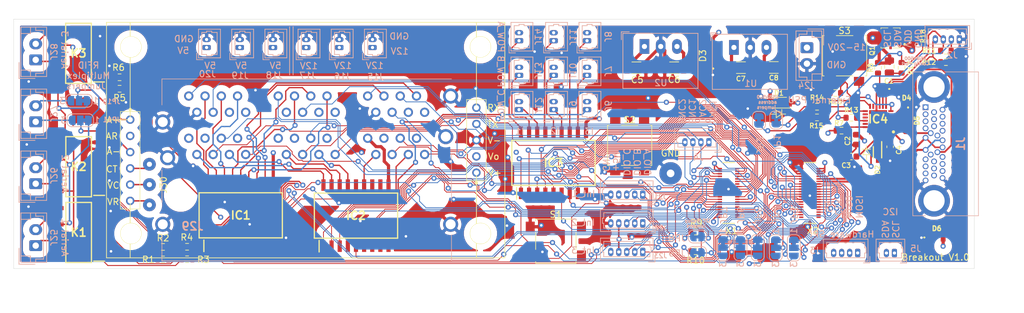
<source format=kicad_pcb>
(kicad_pcb (version 20240108) (generator "pcbnew") (generator_version "8.0")
  (layers (0 "F.Cu" signal) (1 "In1.Cu" power) (2 "In2.Cu" power) (31 "B.Cu" signal) (34 "B.Paste" user) (35 "F.Paste" user) (36 "B.SilkS" user "B.Silkscreen") (37 "F.SilkS" user "F.Silkscreen") (38 "B.Mask" user) (39 "F.Mask" user) (44 "Edge.Cuts" user))
  (net 0 "")
  (net 1 "GND")
  (net 2 "VS")
  (net 3 "VBUS")
  (net 4 "+5V")
  (net 5 "+12V")
  (net 6 "+4V8")
  (net 7 "VDD")
  (net 8 "CC1")
  (net 9 "CC2")
  (net 10 "I1_POWA")
  (net 11 "I1_POWB")
  (net 12 "I1_POWC")
  (net 13 "I2_POWA")
  (net 14 "I2_POWB")
  (net 15 "I2_POWC")
  (net 16 "I3_POWA")
  (net 17 "I3_POWB")
  (net 18 "I3_POWB_C")
  (net 19 "I3_POWA_C")
  (net 20 "I2_POWC_C")
  (net 21 "I2_POWB_C")
  (net 22 "I2_POWA_C")
  (net 23 "I1_POWC_C")
  (net 24 "I1_POWB_C")
  (net 25 "I1_POWA_C")
  (net 26 "P4_POWA")
  (net 27 "P4_POWB")
  (net 28 "P5_POWB")
  (net 29 "P5_POWA")
  (net 30 "I3_POWC")
  (net 31 "P6_POWB")
  (net 32 "P6_POWA")
  (net 33 "P6_POWA_C")
  (net 34 "P6_POWB_C")
  (net 35 "I3_POWC_C")
  (net 36 "P5_POWA_C")
  (net 37 "P5_POWB_C")
  (net 38 "P4_POWB_C")
  (net 39 "P4_POWA_C")
  (net 40 "P1_POWA")
  (net 41 "P1_POWC")
  (net 42 "P1_POWB")
  (net 43 "P2_POWA")
  (net 44 "P2_POWC")
  (net 45 "P2_POWB")
  (net 46 "P3_POWA")
  (net 47 "P3_POWB")
  (net 48 "P3_POWB_C")
  (net 49 "P3_POWA_C")
  (net 50 "P2_POWB_C")
  (net 51 "P2_POWC_C")
  (net 52 "P2_POWA_C")
  (net 53 "P1_POWB_C")
  (net 54 "P1_POWC_C")
  (net 55 "P1_POWA_C")
  (net 56 "Net-(IC4-Pad18)")
  (net 57 "Net-(IC4-Pad16)")
  (net 58 "ADDR1")
  (net 59 "ADDR0")
  (net 60 "Net-(IC4-Pad9)")
  (net 61 "U_SDA")
  (net 62 "U_SCL")
  (net 63 "Net-(IC4-Pad6)")
  (net 64 "I1_DIO_C")
  (net 65 "I1_DIO_B")
  (net 66 "I1_DIO_A")
  (net 67 "I2_DIO_C")
  (net 68 "I2_DIO_B")
  (net 69 "I2_DIO_A")
  (net 70 "I3_DIO_C")
  (net 71 "I3_DIO_B")
  (net 72 "I3_DIO_A")
  (net 73 "SPI_SS")
  (net 74 "SPI_CLK")
  (net 75 "SPI_MISO")
  (net 76 "SPI_MOSI")
  (net 77 "RFID_RX")
  (net 78 "RFID_TX")
  (net 79 "VR")
  (net 80 "VC")
  (net 81 "CT")
  (net 82 "DAC1")
  (net 83 "P3_DIO_B")
  (net 84 "P3_DIO_A")
  (net 85 "P2_DIO_B")
  (net 86 "P2_DIO_A")
  (net 87 "P1_DIO_B")
  (net 88 "P1_DIO_A")
  (net 89 "BNC2")
  (net 90 "P6_DIO_B")
  (net 91 "P6_DIO_A")
  (net 92 "BNC1")
  (net 93 "P5_DIO_B")
  (net 94 "P5_DIO_A")
  (net 95 "DAC2")
  (net 96 "P4_DIO_B")
  (net 97 "P4_DIO_A")
  (net 98 "D-")
  (net 99 "D+")
  (net 100 "I2C_SCL")
  (net 101 "ANT+")
  (net 102 "I2C_SDA")
  (net 103 "I1_MULT")
  (net 104 "I1_CON_C")
  (net 105 "I2_MULT")
  (net 106 "I2_CON_C")
  (net 107 "I3_MULT")
  (net 108 "I3_CON_C")
  (net 109 "Net-(K1-Pad3)")
  (net 110 "Net-(K1-Pad1)")
  (net 111 "Net-(K2-Pad3)")
  (net 112 "Net-(K2-Pad1)")
  (net 113 "Net-(K3-Pad3)")
  (net 114 "Net-(K3-Pad1)")
  (net 115 "Net-(Q1-Pad4)")
  (net 116 "+3V3")
  (net 117 "Net-(S1-Pad3)")
  (net 118 "Net-(S2-Pad3)")
  (net 119 "ANT-")
  (net 120 "MULT-")
  (net 121 "MULT+")
  (net 122 "Net-(IC2-Pad11)")
  (net 123 "Net-(IC2-Pad8)")
  (net 124 "PDO2")
  (net 125 "Alert")
  (net 126 "Net-(IC4-Pad17)")
  (net 127 "GPIO")
  (net 128 "PDO3")
  (net 129 "Net-(IC4-Pad11)")
  (net 130 "Net-(IC4-Pad3)")
  (net 131 "AR")
  (net 132 "RX1+")
  (net 133 "RX1-")
  (net 134 "SBU2")
  (net 135 "TX2-")
  (net 136 "TX2+")
  (net 137 "RX2+")
  (net 138 "RX2-")
  (net 139 "SBU1")
  (net 140 "TX1-")
  (net 141 "TX1+")
  (net 142 "Net-(S1-Pad2)")
  (net 143 "Net-(S1-Pad4)")
  (net 144 "Net-(S2-Pad2)")
  (net 145 "Net-(S2-Pad4)")
  (net 146 "Net-(S3-Pad1)")
  (net 147 "Net-(S3-Pad3)")
  (net 148 "Net-(U3-Pad69)")
  (net 149 "Net-(U3-Pad41)")
  (net 150 "Net-(U3-Pad42)")
  (net 151 "Net-(U3-Pad44)")
  (net 152 "Net-(U3-Pad1)")
  (net 153 "Net-(U3-Pad21)")
  (net 154 "Net-(U3-Pad31)")
  (net 155 "Net-(U3-Pad13)")
  (net 156 "Net-(J26-Pad1)")
  (net 157 "Net-(J26-Pad2)")
  (net 158 "Net-(J27-Pad1)")
  (net 159 "Net-(J27-Pad2)")
  (net 160 "Net-(J28-Pad1)")
  (net 161 "Net-(J28-Pad2)")
  (net 162 "Net-(JP8-Pad1)")
  (net 163 "Net-(JP9-Pad1)")
  (net 164 "Net-(C3-Pad2)")
  (net 165 "Net-(C1-Pad1)")
  (net 166 "Net-(C4-Pad2)")
  (net 167 "Net-(J25-Pad1)")
  (net 168 "Net-(J25-Pad2)")
  (net 169 "Net-(J31/32-Pad5)")
  (footprint "SamacSys_Parts:SOP254P700X210-8N" (layer "F.Cu") (at 57.4294 38.5826 180)
    (property "Reference" "K2")
    (property "Value" "G3VM-202J1" (hide yes))
  )
  (footprint "Resistor_SMD:R_0603_1608Metric" (layer "F.Cu") (at 63.818 26.3906 180)
    (property "Reference" "R5")
    (property "Value" "100R")
  )
  (footprint "Capacitor_SMD:C_0603_1608Metric" (layer "F.Cu") (at 184.13476 35.46632 90)
    (property "Reference" "C4")
    (property "Value" "1uF")
  )
  (footprint "Capacitor_SMD:C_0603_1608Metric" (layer "F.Cu") (at 178.09972 36.99256)
    (property "Reference" "C3")
    (property "Value" "1uF")
  )
  (footprint "Capacitor_SMD:C_0805_2012Metric" (layer "F.Cu") (at 184.023 22.9235 90)
    (property "Reference" "C1")
    (property "Value" "100nF")
  )
  (footprint "Capacitor_SMD:C_1206_3216Metric" (layer "F.Cu") (at 160.8452 23.0886)
    (property "Reference" "C7")
    (property "Value" "10uF")
  )
  (footprint "Capacitor_SMD:C_1206_3216Metric" (layer "F.Cu") (at 150.417 23.114 180)
    (property "Reference" "C6")
    (property "Value" "10uF")
  )
  (footprint "Capacitor_SMD:C_1206_3216Metric" (layer "F.Cu") (at 144.526 23.114)
    (property "Reference" "C5")
    (property "Value" "10uF")
  )
  (footprint "RatPub:S-FLAT-2" (layer "F.Cu") (at 166.78864 28.57754 180)
    (property "Reference" "D1")
    (property "Value" "MBR120VLSFT3G" (hide yes))
  )
  (footprint "SamacSys_Parts:PGB1010603MR" (layer "F.Cu") (at 186.944 31.37408 -90)
    (property "Reference" "D5")
    (property "Value" "PGB1010603MR" (hide yes))
  )
  (footprint "SamacSys_Parts:PGB1010603MR" (layer "F.Cu") (at 156.5148 21.1836 90)
    (property "Reference" "D3")
    (property "Value" "PGB1010603MR" (hide yes))
  )
  (footprint "SamacSys_Parts:QFN50P400X400X100-25N-D" (layer "F.Cu") (at 182.25516 31.13532 180)
    (property "Reference" "IC4")
    (property "Value" "STUSB4500QTR" (hide yes))
  )
  (footprint "SamacSys_Parts:SOP254P700X210-8N" (layer "F.Cu") (at 57.404 20.84324 180)
    (property "Reference" "K3")
    (property "Value" "G3VM-202J1" (hide yes))
  )
  (footprint "SamacSys_Parts:STL20N6F7" (layer "F.Cu") (at 184.20484 18.44548 90)
    (property "Reference" "Q1")
    (property "Value" "STL9P3LLH6" (hide yes))
  )
  (footprint "Resistor_SMD:R_0603_1608Metric" (layer "F.Cu") (at 153.7721 51.8033 180)
    (property "Reference" "R10")
    (property "Value" "2k2")
  )
  (footprint "Resistor_SMD:R_0603_1608Metric" (layer "F.Cu") (at 176.54828 32.93872)
    (property "Reference" "R7")
    (property "Value" "1k")
  )
  (footprint "Resistor_SMD:R_0603_1608Metric" (layer "F.Cu") (at 175.58208 27.051 180)
    (property "Reference" "R16")
    (property "Value" "100k")
  )
  (footprint "Resistor_SMD:R_0603_1608Metric" (layer "F.Cu") (at 182.245 23.1135 90)
    (property "Reference" "R8")
    (property "Value" "1k")
  )
  (footprint "Resistor_SMD:R_0603_1608Metric" (layer "F.Cu") (at 178.08244 30.92196)
    (property "Reference" "R13")
    (property "Value" "22k")
  )
  (footprint "Resistor_SMD:R_0603_1608Metric" (layer "F.Cu") (at 172.71746 30.87116)
    (property "Reference" "R15")
    (property "Value" "100k")
  )
  (footprint "Resistor_SMD:R_0603_1608Metric" (layer "F.Cu") (at 172.72812 29.20492)
    (property "Reference" "R14")
    (property "Value" "100k")
  )
  (footprint "Resistor_SMD:R_0603_1608Metric" (layer "F.Cu") (at 70.5998 51.1302 180)
    (property "Reference" "R2")
    (property "Value" "100R")
  )
  (footprint "Resistor_SMD:R_0603_1608Metric" (layer "F.Cu") (at 74.359 53.05552 180)
    (property "Reference" "R3")
    (property "Value" "100R")
  )
  (footprint "Resistor_SMD:R_0603_1608Metric" (layer "F.Cu") (at 63.818 24.59736 180)
    (property "Reference" "R6")
    (property "Value" "100R")
  )
  (footprint "asl_footprints:6mm_tactile_smd" (layer "F.Cu") (at 131.94284 50.22596 180)
    (property "Reference" "S1")
    (property "Value" "B3FS-1010P")
  )
  (footprint "asl_footprints:6mm_tactile_smd" (layer "F.Cu") (at 143.46936 35.23488 -90)
    (property "Reference" "S2")
    (property "Value" "B3FS-1010P")
  )
  (footprint "asl_footprints:6mm_tactile_smd" (layer "F.Cu") (at 177.03292 21.22932 90)
    (property "Reference" "S3")
    (property "Value" "B3FS-1010P")
  )
  (footprint "Wire_Pads:SolderWirePad_single_1-2mmDrill" (layer "F.Cu") (at 149.86 39.624)
    (property "Reference" "H1" (hide yes))
    (property "Value" "MountingHole_Pad")
  )
  (footprint "SamacSys_Parts:SOP254P700X210-8N" (layer "F.Cu") (at 57.4294 48.8696 180)
    (property "Reference" "K1")
    (property "Value" "G3VM-202J1" (hide yes))
  )
  (footprint "Resistor_SMD:R_0603_1608Metric" (layer "F.Cu") (at 187.97524 18.32864 -90)
    (property "Reference" "R18")
    (property "Value" "100k")
  )
  (footprint "Resistor_SMD:R_0603_1608Metric" (layer "F.Cu") (at 74.359 51.1048 180)
    (property "Reference" "R4")
    (property "Value" "100R")
  )
  (footprint "Resistor_SMD:R_0603_1608Metric" (layer "F.Cu") (at 185.928 23.114 -90)
    (property "Reference" "R17")
    (property "Value" "100k")
  )
  (footprint "SamacSys_Parts:SOIC127P1030X245-18N" (layer "F.Cu") (at 131.572 37.973 90)
    (property "Reference" "IC3")
    (property "Value" "TBD62083APG" (hide yes))
  )
  (footprint "SamacSys_Parts:SOIC127P1030X245-18N" (layer "F.Cu") (at 100.73386 46.23308 90)
    (property "Reference" "IC2")
    (property "Value" "TBD62083APG" (hide yes))
  )
  (footprint "SamacSys_Parts:SOIC127P1030X245-18N" (layer "F.Cu") (at 82.73796 46.18228 90)
    (property "Reference" "IC1")
    (property "Value" "TBD62083APG" (hide yes))
  )
  (footprint "Resistor_SMD:R_0603_1608Metric" (layer "F.Cu") (at 70.5998 53.08092 180)
    (property "Reference" "R1")
    (property "Value" "100R")
  )
  (footprint "RatPub:SolderWirePad_3x_0-8mmDrill2" (layer "F.Cu") (at 68.4784 41.3766 -90)
    (property "Reference" "J30")
    (property "Value" "Conn_01x03")
  )
  (footprint "RatPub:RFIDRW-ettl" (layer "F.Cu") (at 50.82548 14.73224)
    (property "Reference" "J31/32" (hide yes))
    (property "Value" "RFIDRW-ettl" (hide yes))
  )
  (footprint "Capacitor_SMD:C_0603_1608Metric" (layer "F.Cu") (at 178.80076 34.34364 -90)
    (property "Reference" "C2")
    (property "Value" "1uF")
  )
  (footprint "asl_footprints:PyBoard_D-Series" (layer "F.Cu") (at 165.2651 42.6847)
    (property "Reference" "U3" (hide yes))
    (property "Value" "PyBoard-D-Series")
  )
  (footprint "SamacSys_Parts:SOD2513X110N" (layer "F.Cu") (at 182.1688 36.322 -90)
    (property "Reference" "D2")
    (property "Value" "BAT60AE6327HTSA1" (hide yes))
  )
  (footprint "Resistor_SMD:R_0603_1608Metric" (layer "F.Cu") (at 153.81428 48.72228 180)
    (property "Reference" "R9")
    (property "Value" "2k2")
  )
  (footprint "Resistor_SMD:R_0603_1608Metric" (layer "F.Cu") (at 192.85 20.447)
    (property "Reference" "R11")
    (property "Value" "2k2")
  )
  (footprint "Capacitor_SMD:C_1206_3216Metric" (layer "F.Cu") (at 165.9654 23.0632)
    (property "Reference" "C8")
    (property "Value" "10uF")
  )
  (footprint "SamacSys_Parts:PGB1010603MR" (layer "F.Cu") (at 186.055 26.416)
    (property "Reference" "D4")
    (property "Value" "PGB1010603MR" (hide yes))
  )
  (footprint "asl_footprints:Hirose_40_pin" (layer "F.Cu") (at 158.9151 42.6847)
    (property "Reference" "X1")
    (property "Value" "Hirose_40_pin_connector")
  )
  (footprint "asl_footprints:Hirose_40_pin" (layer "F.Cu") (at 171.61564 42.6847)
    (property "Reference" "X2")
    (property "Value" "Hirose_40_pin_connector")
  )
  (footprint "RatPub:diodesymbol" (layer "F.Cu") (at 178.80076 38.34638 90)
    (property "Reference" "REF**" (hide yes))
    (property "Value" "diodesymbol")
  )
  (footprint "RatPub:diodesymbol" (layer "F.Cu") (at 164.7063 28.702)
    (property "Reference" "REF**" (hide yes))
    (property "Value" "diodesymbol")
  )
  (footprint "SamacSys_Parts:PGB1010603MR" (layer "F.Cu") (at 191.52616 49.64176)
    (property "Reference" "D6")
    (property "Value" "PGB1010603MR" (hide yes))
  )
  (footprint "Resistor_SMD:R_0603_1608Metric" (layer "F.Cu") (at 192.85 22.225)
    (property "Reference" "R12")
    (property "Value" "2k2")
  )
  (footprint "Connector_JST:JST_EH_B2B-EH-A_1x02_P2.50mm_Vertical" (layer "B.Cu") (at 50.7238 31.555266 90)
    (property "Reference" "J27")
    (property "Value" "Conn_02x01")
  )
  (footprint "Jumper:SolderJumper-3_P1.3mm_Bridged12_RoundedPad1.0x1.5mm_NumberLabels" (layer "B.Cu") (at 57.6834 31.3182 180)
    (property "Reference" "JP11")
    (property "Value" "Mult_Disable")
  )
  (footprint "Jumper:SolderJumper-3_P1.3mm_Bridged12_RoundedPad1.0x1.5mm_NumberLabels" (layer "B.Cu") (at 57.4848 28.2702 180)
    (property "Reference" "JP10")
    (property "Value" "Mult_Disable")
  )
  (footprint "Connector_JST:JST_EH_B2B-EH-A_1x02_P2.50mm_Vertical" (layer "B.Cu") (at 50.7238 41.241132 90)
    (property "Reference" "J26")
    (property "Value" "Conn_02x01")
  )
  (footprint "Connector_Molex:Molex_PicoBlade_53047-0510_1x05_P1.25mm_Vertical" (layer "B.Cu") (at 145.5166 42.9514 180)
    (property "Reference" "J21")
    (property "Value" "Conn_01x05")
  )
  (footprint "Connector_Molex:Molex_PicoBlade_53047-0510_1x05_P1.25mm_Vertical" (layer "B.Cu") (at 145.5166 51.9176 180)
    (property "Reference" "J23")
    (property "Value" "Conn_01x05")
  )
  (footprint "Connector_Molex:Molex_PicoBlade_53047-0510_1x05_P1.25mm_Vertical" (layer "B.Cu") (at 145.5166 47.4345 180)
    (property "Reference" "J22")
    (property "Value" "Conn_01x05")
  )
  (footprint "Connector_Molex:Molex_PicoBlade_53047-0410_1x04_P1.25mm_Vertical" (layer "B.Cu") (at 179.07 52.07 180)
    (property "Reference" "J3")
    (property "Value" "Conn_01x04")
  )
  (footprint "Connector_Molex:Molex_PicoBlade_53047-0210_1x02_P1.25mm_Vertical" (layer "B.Cu") (at 87.7697 19.939 90)
    (property "Reference" "J18")
    (property "Value" "Conn_01x02")
  )
  (footprint "Connector_Molex:Molex_PicoBlade_53047-0210_1x02_P1.25mm_Vertical" (layer "B.Cu") (at 92.9513 19.939 90)
    (property "Reference" "J17")
    (property "Value" "Conn_01x02")
  )
  (footprint "Connector_JST:JST_EH_B2B-EH-A_1x02_P2.50mm_Vertical" (layer "B.Cu") (at 50.7238 50.927 90)
    (property "Reference" "J25")
    (property "Value" "Conn_02x01")
  )
  (footprint "Connector_JST:JST_EH_B2B-EH-A_1x02_P2.50mm_Vertical" (layer "B.Cu") (at 50.7238 21.8694 90)
    (property "Reference" "J28")
    (property "Value" "Conn_02x01")
  )
  (footprint "Jumper:SolderJumper-3_P1.3mm_Bridged12_RoundedPad1.0x1.5mm_NumberLabels" (layer "B.Cu") (at 160.77184 51.24836 -90)
    (property "Reference" "JP6")
    (property "Value" "P3_DIO_A or SCL")
  )
  (footprint "Jumper:SolderJumper-3_P1.3mm_Bridged12_RoundedPad1.0x1.5mm_NumberLabels" (layer "B.Cu") (at 158.0388 51.24836 -90)
    (property "Reference" "JP7")
    (property "Value" "P3_DIO_B or SCL")
  )
  (footprint "Jumper:SolderJumper-3_P1.3mm_Bridged12_RoundedPad1.0x1.5mm_NumberLabels" (layer "B.Cu") (at 166.28364 51.27292 -90)
    (property "Reference" "JP4")
    (property "Value" "SolderJumper_3_Bridged12")
  )
  (footprint "Jumper:SolderJumper-3_P1.3mm_Bridged12_RoundedPad1.0x1.5mm_NumberLabels" (layer "B.Cu") (at 169.10304 51.27292 -90)
    (property "Reference" "JP3")
    (property "Value" "SolderJumper_3_Bridged12")
  )
  (footprint "Jumper:SolderJumper-3_P1.3mm_Bridged12_RoundedPad1.0x1.5mm_NumberLabels" (layer "B.Cu") (at 163.46424 51.24836 -90)
    (property "Reference" "JP5")
    (property "Value" "SolderJumper_3_Bridged12")
  )
  (footprint "Jumper:SolderJumper-2_P1.3mm_Bridged_RoundedPad1.0x1.5mm" (layer "B.Cu") (at 166.34968 31.2928 90)
    (property "Reference" "JP1")
    (property "Value" "SolderJumper_2_Bridged")
  )
  (footprint "SamacSys_Parts:MUSBRM1C130" (layer "B.Cu") (at 189.67196 29.28112 -90)
    (property "Reference" "J1")
    (property "Value" "MUSBRM1C130" (hide yes))
  )
  (footprint "Connector_Molex:Molex_PicoBlade_53047-0210_1x02_P1.25mm_Vertical" (layer "B.Cu") (at 82.5881 19.939 90)
    (property "Reference" "J19")
    (property "Value" "Conn_01x02")
  )
  (footprint "Jumper:SolderJumper-2_P1.3mm_Bridged_RoundedPad1.0x1.5mm" (layer "B.Cu") (at 154.051 52.07)
    (property "Reference" "JP9")
    (property "Value" "I2C pullup")
  )
  (footprint "Jumper:SolderJumper-2_P1.3mm_Bridged_RoundedPad1.0x1.5mm" (layer "B.Cu") (at 154.05608 49.5046)
    (property "Reference" "JP8")
    (property "Value" "I2C pullup")
  )
  (footprint "Jumper:SolderJumper-2_P1.3mm_Bridged_RoundedPad1.0x1.5mm" (layer "B.Cu") (at 163.66236 31.33344 90)
    (property "Reference" "JP2")
    (property "Value" "SolderJumper_2_Bridged")
  )
  (footprint "Connector_Molex:Molex_PicoBlade_53047-0210_1x02_P1.25mm_Vertical" (layer "B.Cu") (at 131.5974 24.29256 90)
    (property "Reference" "J10")
    (property "Value" "Conn_01x02")
  )
  (footprint "Connector_Molex:Molex_PicoBlade_53047-0210_1x02_P1.25mm_Vertical" (layer "B.Cu") (at 126.19228 18.87728 90)
    (property "Reference" "J14")
    (property "Value" "Conn_01x02")
  )
  (footprint "Connector_Molex:Molex_PicoBlade_53047-0210_1x02_P1.25mm_Vertical" (layer "B.Cu") (at 131.5974 18.87728 90)
    (property "Reference" "J11")
    (property "Value" "Conn_01x02")
  )
  (footprint "Connector_Molex:Molex_PicoBlade_53047-0210_1x02_P1.25mm_Vertical" (layer "B.Cu") (at 136.80948 24.29256 90)
    (property "Reference" "J7")
    (property "Value" "Conn_01x02")
  )
  (footprint "Connector_Molex:Molex_PicoBlade_53047-0210_1x02_P1.25mm_Vertical" (layer "B.Cu") (at 126.19228 24.29256 90)
    (property "Reference" "J13")
    (property "Value" "Conn_01x02")
  )
  (footprint "Connector_Molex:Molex_PicoBlade_53047-0210_1x02_P1.25mm_Vertical" (layer "B.Cu") (at 131.5974 29.65704 90)
    (property "Reference" "J9")
    (property "Value" "Conn_01x02")
  )
  (footprint "Connector_Molex:Molex_PicoBlade_53047-0210_1x02_P1.25mm_Vertical" (layer "B.Cu") (at 136.80948 29.65704 90)
    (property "Reference" "J6")
    (property "Value" "Conn_01x02")
  )
  (footprint "Connector_Molex:Molex_PicoBlade_53047-0210_1x02_P1.25mm_Vertical" (layer "B.Cu") (at 136.80948 18.87728 90)
    (property "Reference" "J8")
    (property "Value" "Conn_01x02")
  )
  (footprint "Connector_Molex:Molex_PicoBlade_53047-0210_1x02_P1.25mm_Vertical" (layer "B.Cu") (at 126.19228 29.65704 90)
    (property "Reference" "J12")
    (property "Value" "Conn_01x02")
  )
  (footprint "asl_footprints:Converter_DCDC_RECOM_R-78E-0.5_THT" (layer "B.Cu") (at 159.74568 19.92884)
    (property "Reference" "U1")
    (property "Value" "R-78E5.0-1.0")
  )
  (footprint "Connector_Molex:Molex_PicoBlade_53047-0210_1x02_P1.25mm_Vertical" (layer "B.Cu") (at 103.3145 19.939 90)
    (property "Reference" "J15")
    (property "Value" "Conn_01x02")
  )
  (footprint "Connector_Molex:Molex_PicoBlade_53047-0210_1x02_P1.25mm_Vertical" (layer "B.Cu") (at 98.1329 19.939 90)
    (property "Reference" "J16")
    (property "Value" "Conn_01x02")
  )
  (footprint "Connector_Molex:Molex_PicoBlade_53047-0210_1x02_P1.25mm_Vertical" (layer "B.Cu") (at 77.4065 19.939 90)
    (property "Reference" "J20")
    (property "Value" "Conn_01x02")
  )
  (footprint "SamacSys_Parts:55692611" (layer "B.Cu") (at 83.51266 36.66998 180)
    (property "Reference" "J29")
    (property "Value" "5569261-1" (hide yes))
  )
  (footprint "Connector_Molex:Molex_PicoBlade_53047-0410_1x04_P1.25mm_Vertical" (layer "B.Cu") (at 155.84424 34.75736 180)
    (property "Reference" "J4")
    (property "Value" "Conn_01x04")
  )
  (footprint "Connector_JST:JST_EH_B2B-EH-A_1x02_P2.50mm_Vertical" (layer "B.Cu") (at 171.1452 19.9644 -90)
    (property "Reference" "J24")
    (property "Value" "Conn_02x01")
  )
  (footprint "Connector_Molex:Molex_PicoBlade_53047-0410_1x04_P1.25mm_Vertical" (layer "B.Cu") (at 194.945 18.669 180)
    (property "Reference" "J2")
    (property "Value" "Conn_01x04")
  )
  (footprint "asl_footprints:Converter_DCDC_RECOM_R-78E-0.5_THT" (layer "B.Cu") (at 145.77568 19.78152)
    (property "Reference" "U2")
    (property "Value" "R-78E12-1.0_X9")
  )
  (footprint "Connector_Molex:Molex_PicoBlade_53047-0210_1x02_P1.25mm_Vertical" (layer "B.Cu") (at 184.8104 52.0827 180)
    (property "Reference" "J5")
    (property "Value" "Conn_01x02")
  )
  (gr_line (start 90.9193 16.7005) (end 90.9193 24.2189) (stroke (width 0.12)) (layer "B.SilkS"))
  (gr_line (start 90.3732 16.7132) (end 90.3732 24.2316) (stroke (width 0.12)) (layer "B.SilkS"))
  (gr_line (start 47.2694 54.5067) (end 197.2694 54.5067) (stroke (width 0.05)) (layer "Edge.Cuts"))
  (gr_line (start 197.2694 15.5067) (end 197.2694 54.5067) (stroke (width 0.05)) (layer "Edge.Cuts"))
  (gr_line (start 47.2694 15.5067) (end 197.2694 15.5067) (stroke (width 0.05)) (layer "Edge.Cuts"))
  (gr_line (start 47.2694 15.5067) (end 47.2694 54.5067) (stroke (width 0.05)) (layer "Edge.Cuts"))
  (gr_text "GND\nVDD\nSDA\nSCL" (at 186.0804 18.542 -90) (layer "B.SilkS") (effects (font (size 1 1)) (justify mirror)))
  (gr_text "12V" (at 93.3704 22.8092 0) (layer "B.SilkS") (effects (font (size 1 1)) (justify mirror)))
  (gr_text "5V" (at 77.9653 22.7711 0) (layer "B.SilkS") (effects (font (size 1 1)) (justify mirror)))
  (gr_text "12V" (at 103.6574 22.7711 0) (layer "B.SilkS") (effects (font (size 1 1)) (justify mirror)))
  (gr_text "USB4500\nConfig Port" (at 188.087 22.0599 0) (layer "B.SilkS") (effects (font (size 0.5 0.5) (thickness 0.125)) (justify mirror)))
  (gr_text "Aerial 3" (at 55.22976 20.28952 -90) (layer "B.SilkS") (effects (font (size 1 1)) (justify mirror)))
  (gr_text "POW_B" (at 123.3424 23.6728 270) (layer "B.SilkS") (effects (font (size 1 1)) (justify mirror)))
  (gr_text "I2C" (at 184.1881 45.6438 0) (layer "B.SilkS") (effects (font (size 1 1)) (justify mirror)))
  (gr_text "POW_A" (at 123.3932 18.288 270) (layer "B.SilkS") (effects (font (size 1 1)) (justify mirror)))
  (gr_text "5V" (at 88.1634 22.7711 0) (layer "B.SilkS") (effects (font (size 1 1)) (justify mirror)))
  (gr_text "Int_2\n" (at 136.1948 47.2948 0) (layer "B.SilkS") (effects (font (size 1 1)) (justify mirror)))
  (gr_text "DIO_A\nDIO_B\nDIO_C\n+5V\nGND\n" (at 143.002 37.846 270) (layer "B.SilkS") (effects (font (size 1 1)) (justify mirror)))
  (gr_text "RFID \nMultiplex \nJumpers" (at 58.58764 24.34336 0) (layer "B.SilkS") (effects (font (size 1 1)) (justify mirror)))
  (gr_text "I2" (at 131.7752 33.02 0) (layer "B.SilkS") (effects (font (size 1 1)) (justify mirror)))
  (gr_text "Aerial 1" (at 55.26786 49.63414 270) (layer "B.SilkS") (effects (font (size 1 1)) (justify mirror)))
  (gr_text "I2C Pullup \nJumpers" (at 153.8859 47.4345 0) (layer "B.SilkS") (effects (font (size 0.5 0.5) (thickness 0.125)) (justify mirror)))
  (gr_text "MOSI\nMISO\nCLK\nSS" (at 176.8602 44.8564 270) (layer "B.SilkS") (effects (font (size 1 1)) (justify mirror)))
  (gr_text "Int_1" (at 136.2456 42.8244 0) (layer "B.SilkS") (effects (font (size 1 1)) (justify mirror)))
  (gr_text "POW_C\n" (at 123.3424 28.956 270) (layer "B.SilkS") (effects (font (size 1 1)) (justify mirror)))
  (gr_text "GND" (at 107.4928 18.1864 0) (layer "B.SilkS") (effects (font (size 1 1)) (justify mirror)))
  (gr_text "15-20V" (at 177.3682 19.9009 0) (layer "B.SilkS") (effects (font (size 1 1)) (justify mirror)))
  (gr_text "Int_3\n" (at 136.1948 51.6636 0) (layer "B.SilkS") (effects (font (size 1 1)) (justify mirror)))
  (gr_text "12V" (at 98.679 22.7711 0) (layer "B.SilkS") (effects (font (size 1 1)) (justify mirror)))
  (gr_text "GND\n" (at 73.8632 18.5928 0) (layer "B.SilkS") (effects (font (size 1 1)) (justify mirror)))
  (gr_text "USB4500 \naddress \njumpers" (at 164.8206 28.4861 0) (layer "B.SilkS") (effects (font (size 0.5 0.5) (thickness 0.125)) (justify mirror)))
  (gr_text "Aerial 2" (at 55.30596 39.63416 -90) (layer "B.SilkS") (effects (font (size 1 1)) (justify mirror)))
  (gr_text "GND\n" (at 175.7553 22.6568 0) (layer "B.SilkS") (effects (font (size 1 1)) (justify mirror)))
  (gr_text "5V" (at 82.8167 22.7711 0) (layer "B.SilkS") (effects (font (size 1 1)) (justify mirror)))
  (gr_text "5V" (at 73.7616 20.4216 0) (layer "B.SilkS") (effects (font (size 1 1)) (justify mirror)))
  (gr_text "12V" (at 107.5436 20.5232 0) (layer "B.SilkS") (effects (font (size 1 1)) (justify mirror)))
  (gr_text "I1" (at 126.2888 33.0708 0) (layer "B.SilkS") (effects (font (size 1 1)) (justify mirror)))
  (gr_text "SCL\nSDA" (at 184.1627 48.3743 -90) (layer "B.SilkS") (effects (font (size 1 1)) (justify mirror)))
  (gr_text "DAC1\nDAC2\nBNC1\nBNC2" (at 154.0256 29.9212 270) (layer "B.SilkS") (effects (font (size 1 1)) (justify mirror)))
  (gr_text "Hardware SPI" (at 176.6062 49.149 0) (layer "B.SilkS") (effects (font (size 1 1)) (justify mirror)))
  (gr_text "I3" (at 137.16 33.0708 0) (layer "B.SilkS") (effects (font (size 1 1)) (justify mirror)))
  (gr_text "External PSU" (at 173.101 28.1432 0) (layer "B.SilkS") (effects (font (size 1 1)) (justify mirror)))
  (gr_text "Breakout V1.0" (at 191.22644 52.74564 0) (layer "F.SilkS") (effects (font (size 1 1))))
  (gr_text "GND" (at 149.8727 36.4744 0) (layer "F.SilkS") (effects (font (size 1 1))))
  (via (at 125.7554 36.322) (size 0.8) (drill 0.4) (layers "F.Cu" "B.Cu") (net 0))
  (segment (start 182.00516 27.660487) (end 182.00516 27.16676) (width 0.2) (layer "F.Cu") (net 1))
  (segment (start 162.28568 23.05408) (end 162.3202 23.0886) (width 0.5) (layer "F.Cu") (net 1))
  (segment (start 62.2673 51.816) (end 62.484 51.816) (width 0.125) (layer "F.Cu") (net 1))
  (segment (start 184.13476 36.24132) (end 184.13476 37.65804) (width 0.2) (layer "F.Cu") (net 1))
  (segment (start 105.81386 51.00808) (end 106.99008 51.00808) (width 0.125) (layer "F.Cu") (net 1))
  (segment (start 182.00516 29.13532) (end 182.00516 30.88532) (width 0.3) (layer "F.Cu") (net 1))
  (segment (start 139.704568 39.23488) (end 139.538068 39.40138) (width 0.2) (layer "F.Cu") (net 1))
  (segment (start 60.604 22.11324) (end 61.53404 22.11324) (width 0.27) (layer "F.Cu") (net 1))
  (segment (start 136.652 42.748) (end 137.1598 42.748) (width 0.125) (layer "F.Cu") (net 1))
  (segment (start 60.6294 45.0596) (end 61.0616 45.0596) (width 0.125) (layer "F.Cu") (net 1))
  (segment (start 141.21936 39.23488) (end 139.704568 39.23488) (width 0.2) (layer "F.Cu") (net 1))
  (segment (start 137.1598 42.748) (end 138.049 43.6372) (width 0.125) (layer "F.Cu") (net 1))
  (segment (start 160.2701 45.6847) (end 161.9222 45.6847) (width 0.125) (layer "F.Cu") (net 1))
  (segment (start 161.7736 20.44092) (end 162.28568 19.92884) (width 0.27) (layer "F.Cu") (net 1))
  (segment (start 178.80076 35.11864) (end 178.80076 35.75609) (width 0.25) (layer "F.Cu") (net 1))
  (segment (start 177.56429 36.99256) (end 177.32472 36.99256) (width 0.25) (layer "F.Cu") (net 1))
  (segment (start 182.00516 29.13532) (end 182.00516 26.22696) (width 0.2) (layer "F.Cu") (net 1))
  (segment (start 60.604 17.03324) (end 60.604 17.9955) (width 0.125) (layer "F.Cu") (net 1))
  (segment (start 174.75708 27.051) (end 172.30344 27.051) (width 0.125) (layer "F.Cu") (net 1))
  (segment (start 148.942 23.114) (end 148.942 20.40784) (width 0.5) (layer "F.Cu") (net 1))
  (segment (start 182.00516 26.22696) (end 181.7751 25.9969) (width 0.2) (layer "F.Cu") (net 1))
  (segment (start 161.9222 45.6847) (end 162.892766 45.6847) (width 0.125) (layer "F.Cu") (net 1))
  (segment (start 60.6294 39.8526) (end 60.579 39.8526) (width 0.27) (layer "F.Cu") (net 1))
  (segment (start 60.579 39.8526) (end 61.468 40.7416) (width 0.27) (layer "F.Cu") (net 1))
  (segment (start 136.652 42.748) (end 136.652 43.2054) (width 0.2) (layer "F.Cu") (net 1))
  (segment (start 169.645101 39.6847) (end 169.645101 39.673409) (width 0.125) (layer "F.Cu") (net 1))
  (segment (start 61.53404 22.11324) (end 62.23 22.8092) (width 0.27) (layer "F.Cu") (net 1))
  (segment (start 146.001 22.0962) (end 148.31568 19.78152) (width 0.5) (layer "F.Cu") (net 1))
  (segment (start 129.44304 47.97596) (end 129.667 47.752) (width 0.125) (layer "F.Cu") (net 1))
  (segment (start 60.6294 50.1781) (end 62.2673 51.816) (width 0.125) (layer "F.Cu") (net 1))
  (segment (start 168.856391 38.8847) (end 168.850746 38.890345) (width 0.2) (layer "F.Cu") (net 1))
  (segment (start 162.28568 19.92884) (end 162.28568 23.05408) (width 0.5) (layer "F.Cu") (net 1))
  (segment (start 170.2601 38.8847) (end 169.43086 38.8847) (width 0.2) (layer "F.Cu") (net 1))
  (segment (start 160.2701 45.6847) (end 160.2701 46.4847) (width 0.125) (layer "F.Cu") (net 1))
  (segment (start 156.50464 24.27224) (end 156.464 24.2316) (width 0.5) (layer "F.Cu") (net 1))
  (segment (start 177.32472 36.99256) (end 177.32472 37.35548) (width 0.25) (layer "F.Cu") (net 1))
  (segment (start 188.161436 29.266644) (end 188.23227 29.266644) (width 0.27) (layer "F.Cu") (net 1))
  (segment (start 60.6294 45.0596) (end 61.2648 45.0596) (width 0.27) (layer "F.Cu") (net 1))
  (segment (start 168.473345 38.501654) (end 168.473345 38.512944) (width 0.25) (layer "F.Cu") (net 1))
  (segment (start 61.468 40.7416) (end 62.23 40.7416) (width 0.27) (layer "F.Cu") (net 1))
  (segment (start 168.473345 38.501654) (end 168.473345 37.951238) (width 0.25) (layer "F.Cu") (net 1))
  (segment (start 60.604 22.11324) (end 60.604 22.0595) (width 0.125) (layer "F.Cu") (net 1))
  (segment (start 171.371059 47.957941) (end 171.262752 47.957941) (width 0.125) (layer "F.Cu") (net 1))
  (segment (start 170.2601 38.8847) (end 168.856391 38.8847) (width 0.2) (layer "F.Cu") (net 1))
  (segment (start 168.473345 37.951238) (end 168.499073 37.92551) (width 0.25) (layer "F.Cu") (net 1))
  (segment (start 170.2601 39.6847) (end 169.645101 39.6847) (width 0.25) (layer "F.Cu") (net 1))
  (segment (start 168.473345 38.512944) (end 169.645101 39.6847) (width 0.25) (layer "F.Cu") (net 1))
  (segment (start 163.795333 45.6847) (end 163.881433 45.7708) (width 0.125) (layer "F.Cu") (net 1))
  (segment (start 88.549596 50.95728) (end 89.808843 49.698033) (width 0.125) (layer "F.Cu") (net 1))
  (segment (start 172.30344 27.051) (end 171.79036 26.53792) (width 0.125) (layer "F.Cu") (net 1))
  (segment (start 161.9222 45.6847) (end 163.795333 45.6847) (width 0.125) (layer "F.Cu") (net 1))
  (segment (start 156.5148 22.0736) (end 156.5148 24.27224) (width 0.5) (layer "F.Cu") (net 1))
  (segment (start 161.7736 25.15208) (end 163.93668 27.31516) (width 0.27) (layer "F.Cu") (net 1))
  (segment (start 185.353219 27.670019) (end 185.165 27.4818) (width 0.2) (layer "F.Cu") (net 1))
  (segment (start 148.691 20.15684) (end 148.31568 19.78152) (width 0.5) (layer "F.Cu") (net 1))
  (segment (start 189.06744 49.64176) (end 189.0268 49.6824) (width 0.125) (layer "F.Cu") (net 1))
  (segment (start 185.486781 27.670019) (end 185.302419 27.670019) (width 0.2) (layer "F.Cu") (net 1))
  (segment (start 182.00516 29.13532) (end 182.00516 27.660487) (width 0.2) (layer "F.Cu") (net 1))
  (segment (start 127.94284 47.97596) (end 129.44304 47.97596) (width 0.125) (layer "F.Cu") (net 1))
  (segment (start 182.00516 30.88532) (end 182.25516 31.13532) (width 0.3) (layer "F.Cu") (net 1))
  (segment (start 170.2601 39.2847) (end 169.245101 39.2847) (width 0.25) (layer "F.Cu") (net 1))
  (segment (start 136.652 42.748) (end 136.652 43.3197) (width 0.125) (layer "F.Cu") (net 1))
  (segment (start 146.001 22.987) (end 146.001 22.0962) (width 0.5) (layer "F.Cu") (net 1))
  (segment (start 194.945 18.669) (end 194.945 20.32) (width 0.225) (layer "F.Cu") (net 1))
  (segment (start 185.486781 27.670019) (end 185.353219 27.670019) (width 0.2) (layer "F.Cu") (net 1))
  (segment (start 60.604 22.0595) (end 60.7695 22.225) (width 0.125) (layer "F.Cu") (net 1))
  (segment (start 148.942 20.40784) (end 148.31568 19.78152) (width 0.5) (layer "F.Cu") (net 1))
  (segment (start 61.4426 34.7726) (end 62.23 35.56) (width 0.27) (layer "F.Cu") (net 1))
  (segment (start 136.652 42.7609) (end 136.652 42.748) (width 0.125) (layer "F.Cu") (net 1))
  (segment (start 61.722 45.5168) (end 62.4332 45.5168) (width 0.27) (layer "F.Cu") (net 1))
  (segment (start 178.80076 35.75609) (end 177.56429 36.99256) (width 0.25) (layer "F.Cu") (net 1))
  (segment (start 60.6294 50.1396) (end 60.6294 50.1781) (width 0.125) (layer "F.Cu") (net 1))
  (segment (start 87.81796 50.95728) (end 88.549596 50.95728) (width 0.125) (layer "F.Cu") (net 1))
  (segment (start 156.5148 24.27224) (end 156.50464 24.27224) (width 0.5) (layer "F.Cu") (net 1))
  (segment (start 186.944 30.48408) (end 188.161436 29.266644) (width 0.27) (layer "F.Cu") (net 1))
  (segment (start 185.165 27.4818) (end 185.165 26.416) (width 0.2) (layer "F.Cu") (net 1))
  (segment (start 60.6294 34.7726) (end 61.4426 34.7726) (width 0.27) (layer "F.Cu") (net 1))
  (segment (start 61.2648 45.0596) (end 61.722 45.5168) (width 0.27) (layer "F.Cu") (net 1))
  (segment (start 194.945 20.32) (end 195.961 21.336) (width 0.225) (layer "F.Cu") (net 1))
  (segment (start 60.604 17.9955) (end 60.7695 18.161) (width 0.125) (layer "F.Cu") (net 1))
  (segment (start 168.567046 38.595354) (end 168.473345 38.501654) (width 0.125) (layer "F.Cu") (net 1))
  (segment (start 177.32472 37.35548) (end 178.57216 38.60292) (width 0.25) (layer "F.Cu") (net 1))
  (segment (start 163.93668 27.31516) (end 163.93668 27.54884) (width 0.27) (layer "F.Cu") (net 1))
  (segment (start 162.892766 45.6847) (end 163.0962 45.6847) (width 0.125) (layer "F.Cu") (net 1))
  (segment (start 115.51266 47.58998) (end 115.51266 47.47914) (width 0.2) (layer "F.Cu") (net 1))
  (segment (start 106.99008 51.00808) (end 108.52912 49.46904) (width 0.125) (layer "F.Cu") (net 1))
  (segment (start 190.63616 49.64176) (end 189.06744 49.64176) (width 0.125) (layer "F.Cu") (net 1))
  (via (at 124.047597 40.501432) (size 0.8) (drill 0.4) (layers "F.Cu" "B.Cu") (net 1))
  (via (at 62.23 35.56) (size 0.8) (drill 0.4) (layers "F.Cu" "B.Cu") (net 1))
  (via (at 75.2983 38.4683) (size 0.8) (drill 0.4) (layers "F.Cu" "B.Cu") (net 1))
  (via (at 84.13442 47.58998) (size 0.8) (drill 0.4) (layers "F.Cu" "B.Cu") (net 1))
  (via (at 119.4308 26.3652) (size 0.8) (drill 0.4) (layers "F.Cu" "B.Cu") (net 1))
  (via (at 62.23 22.8092) (size 0.8) (drill 0.4) (layers "F.Cu" "B.Cu") (net 1))
  (via (at 168.499073 37.92551) (size 0.8) (drill 0.4) (layers "F.Cu" "B.Cu") (net 1))
  (via (at 159.3977 51.9049) (size 0.8) (drill 0.4) (layers "F.Cu" "B.Cu") (net 1))
  (via (at 132.842 20.7772) (size 0.8) (drill 0.4) (layers "F.Cu" "B.Cu") (net 1))
  (via (at 124.4346 37.1221) (size 0.8) (drill 0.4) (layers "F.Cu" "B.Cu") (net 1))
  (via (at 161.90976 29.49448) (size 0.8) (drill 0.4) (layers "F.Cu" "B.Cu") (net 1))
  (via (at 143.8148 49.5808) (size 0.8) (drill 0.4) (layers "F.Cu" "B.Cu") (net 1))
  (via (at 129.667 47.752) (size 0.8) (drill 0.4) (layers "F.Cu" "B.Cu") (net 1))
  (via (at 49.6316 25.2603) (size 0.8) (drill 0.4) (layers "F.Cu" "B.Cu") (net 1))
  (via (at 124.3076 47.8028) (size 0.8) (drill 0.4) (layers "F.Cu" "B.Cu") (net 1))
  (via (at 101.4222 47.0789) (size 0.8) (drill 0.4) (layers "F.Cu" "B.Cu") (net 1))
  (via (at 101.6 36.3474) (size 0.8) (drill 0.4) (layers "F.Cu" "B.Cu") (net 1))
  (via (at 129.8448 51.9049) (size 0.8) (drill 0.4) (layers "F.Cu" "B.Cu") (net 1))
  (via (at 122.3772 33.401) (size 0.8) (drill 0.4) (layers "F.Cu" "B.Cu") (net 1))
  (via (at 175.1584 20.56892) (size 0.8) (drill 0.4) (layers "F.Cu" "B.Cu") (net 1))
  (via (at 132.7785 26.0858) (size 0.8) (drill 0.4) (layers "F.Cu" "B.Cu") (net 1))
  (via (at 49.3268 35.1028) (size 0.8) (drill 0.4) (layers "F.Cu" "B.Cu") (net 1))
  (via (at 62.23 40.7416) (size 0.8) (drill 0.4) (layers "F.Cu" "B.Cu") (net 1))
  (via (at 163.93668 27.54884) (size 0.8) (drill 0.4) (layers "F.Cu" "B.Cu") (net 1))
  (via (at 188.23227 29.266644) (size 0.8) (drill 0.4) (layers "F.Cu" "B.Cu") (net 1))
  (via (at 171.262752 47.957941) (size 0.8) (drill 0.4) (layers "F.Cu" "B.Cu") (net 1))
  (via (at 62.484 51.816) (size 0.8) (drill 0.4) (layers "F.Cu" "B.Cu") (net 1))
  (via (at 178.57216 38.60292) (size 0.8) (drill 0.4) (layers "F.Cu" "B.Cu") (net 1))
  (via (at 80.2386 44.1071) (size 0.8) (drill 0.4) (layers "F.Cu" "B.Cu") (net 1))
  (via (at 89.808843 49.698033) (size 0.8) (drill 0.4) (layers "F.Cu" "B.Cu") (net 1))
  (via (at 195.961 21.336) (size 0.8) (drill 0.4) (layers "F.Cu" "B.Cu") (net 1))
  (via (at 189.0268 49.6824) (size 0.8) (drill 0.4) (layers "F.Cu" "B.Cu") (net 1))
  (via (at 171.6024 43.1165) (size 0.8) (drill 0.4) (layers "F.Cu" "B.Cu") (net 1))
  (via (at 138.049 43.6372) (size 0.8) (drill 0.4) (layers "F.Cu" "B.Cu") (net 1))
  (via (at 128.6256 20.574) (size 0.8) (drill 0.4) (layers "F.Cu" "B.Cu") (net 1))
  (via (at 125.254825 42.651875) (size 0.8) (drill 0.4) (layers "F.Cu" "B.Cu") (net 1))
  (via (at 158.9024 42.0878) (size 0.8) (drill 0.4) (layers "F.Cu" "B.Cu") (net 1))
  (via (at 115.9891 43.688) (size 0.8) (drill 0.4) (layers "F.Cu" "B.Cu") (net 1))
  (via (at 60.7695 18.161) (size 0.8) (drill 0.4) (layers "F.Cu" "B.Cu") (net 1))
  (via (at 181.7751 25.9969) (size 0.8) (drill 0.4) (layers "F.Cu" "B.Cu") (net 1))
  (via (at 49.5935 44.831) (size 0.8) (drill 0.4) (layers "F.Cu" "B.Cu") (net 1))
  (via (at 161.8869 36.4744) (size 0.8) (drill 0.4) (layers "F.Cu" "B.Cu") (net 1))
  (via (at 85.0392 26.6192) (size 0.8) (drill 0.4) (layers "F.Cu" "B.Cu") (net 1))
  (via (at 101.3333 29.4894) (size 0.8) (drill 0.4) (layers "F.Cu" "B.Cu") (net 1))
  (via (at 62.4332 45.5168) (size 0.8) (drill 0.4) (layers "F.Cu" "B.Cu") (net 1))
  (via (at 172.8724 52.1081) (size 0.8) (drill 0.4) (layers "F.Cu" "B.Cu") (net 1))
  (via (at 146.3548 27.8384) (size 0.8) (drill 0.4) (layers "F.Cu" "B.Cu") (net 1))
  (via (at 163.881433 45.7708) (size 0.8) (drill 0.4) (layers "F.Cu" "B.Cu") (net 1))
  (via (at 115.4938 37.7698) (size 0.8) (drill 0.4) (layers "F.Cu" "B.Cu") (net 1))
  (via (at 64.8081 28.5115) (size 0.8) (drill 0.4) (layers "F.Cu" "B.Cu") (net 1))
  (via (at 108.52912 49.46904) (size 0.8) (drill 0.4) (layers "F.Cu" "B.Cu") (net 1))
  (via (at 185.486781 27.670019) (size 0.8) (drill 0.4) (layers "F.Cu" "B.Cu") (net 1))
  (via (at 98.070301 44.21836) (size 0.8) (drill 0.4) (layers "F.Cu" "B.Cu") (net 1))
  (via (at 139.538068 39.40138) (size 0.8) (drill 0.4) (layers "F.Cu" "B.Cu") (net 1))
  (via (at 184.13476 37.65804) (size 0.8) (drill 0.4) (layers "F.Cu" "B.Cu") (net 1))
  (via (at 156.464 24.2316) (size 0.8) (drill 0.4) (layers "F.Cu" "B.Cu") (net 1))
  (via (at 171.79036 26.53792) (size 0.8) (drill 0.4) (layers "F.Cu" "B.Cu") (net 1))
  (via (at 139.8143 44.2722) (size 0.8) (drill 0.4) (layers "F.Cu" "B.Cu") (net 1))
  (segment (start 162.2194 29.18484) (end 164.89172 29.18484) (width 0.15) (layer "B.Cu") (net 1))
  (segment (start 162.4734 29.49448) (end 161.90976 29.49448) (width 0.15) (layer "B.Cu") (net 1))
  (segment (start 163.66236 30.68344) (end 162.4734 29.49448) (width 0.15) (layer "B.Cu") (net 1))
  (segment (start 161.90976 29.49448) (end 162.2194 29.18484) (width 0.15) (layer "B.Cu") (net 1))
  (segment (start 164.89172 29.18484) (end 166.34968 30.6428) (width 0.2) (layer "B.Cu") (net 1))
  (segment (start 184.0738 21.27504) (end 182.42788 19.62912) (width 0.5) (layer "F.Cu") (net 2))
  (segment (start 182.42788 19.62912) (end 182.42788 19.42592) (width 0.15) (layer "F.Cu") (net 2))
  (segment (start 182.42788 22.38756) (end 182.42788 19.62912) (width 0.15) (layer "F.Cu") (net 2))
  (segment (start 145.77568 19.78152) (end 145.77568 20.26232) (width 0.5) (layer "F.Cu") (net 2))
  (segment (start 182.42788 22.37252) (end 184.0238 22.37252) (width 0.5) (layer "F.Cu") (net 2))
  (segment (start 159.3702 23.0886) (end 159.3702 20.30432) (width 0.5) (layer "F.Cu") (net 2))
  (segment (start 160.0702 20.25336) (end 159.74568 19.92884) (width 0.5) (layer "F.Cu") (net 2))
  (segment (start 181.44744 18.44548) (end 181.4322 18.43024) (width 2) (layer "F.Cu") (net 2))
  (segment (start 183.50484 18.44548) (end 181.44744 18.44548) (width 2) (layer "F.Cu") (net 2))
  (segment (start 145.77568 20.26232) (end 143.051 22.987) (width 0.5) (layer "F.Cu") (net 2))
  (segment (start 182.42788 19.52244) (end 183.50484 18.44548) (width 0.5) (layer "F.Cu") (net 2))
  (segment (start 156.5148 18.42682) (end 157.37923 17.56239) (width 0.5) (layer "F.Cu") (net 2))
  (segment (start 159.3702 20.30432) (end 159.74568 19.92884) (width 0.5) (layer "F.Cu") (net 2))
  (segment (start 184.0238 22.37252) (end 184.0738 22.42252) (width 0.5) (layer "F.Cu") (net 2))
  (segment (start 182.42788 22.37252) (end 182.42788 19.52244) (width 0.5) (layer "F.Cu") (net 2))
  (segment (start 159.9936 20.17676) (end 159.74568 19.92884) (width 0.27) (layer "F.Cu") (net 2))
  (segment (start 183.4896 18.43024) (end 183.50484 18.44548) (width 2) (layer "F.Cu") (net 2))
  (segment (start 184.0738 22.42252) (end 184.0738 21.27504) (width 0.5) (layer "F.Cu") (net 2))
  (segment (start 182.42788 19.42592) (end 181.4322 18.43024) (width 0.15) (layer "F.Cu") (net 2))
  (segment (start 181.4322 18.43024) (end 183.4896 18.43024) (width 2) (layer "F.Cu") (net 2))
  (segment (start 156.5148 20.2936) (end 156.5148 18.42682) (width 0.5) (layer "F.Cu") (net 2))
  (via (at 157.37923 17.56239) (size 0.8) (drill 0.4) (layers "F.Cu" "B.Cu") (net 2))
  (via (at 181.4322 18.43024) (size 0.8) (drill 0.4) (layers "F.Cu" "B.Cu") (net 2))
  (segment (start 186.4614 19.304) (end 187.54852 20.39112) (width 1) (layer "F.Cu") (net 3))
  (segment (start 184.50408 33.13532) (end 186.01944 34.65068) (width 0.3) (layer "F.Cu") (net 3))
  (segment (start 185.72984 19.42048) (end 185.72984 19.31166) (width 1) (layer "F.Cu") (net 3))
  (segment (start 185.72984 19.31166) (end 186.00043 19.04107) (width 1) (layer "F.Cu") (net 3))
  (segment (start 186.26336 19.304) (end 186.4614 19.304) (width 1) (layer "F.Cu") (net 3))
  (segment (start 192.41616 49.64176) (end 192.41616 51.01236) (width 0.5) (layer "F.Cu") (net 3))
  (segment (start 178.80076 33.56864) (end 179.165243 33.56864) (width 0.5) (layer "F.Cu") (net 3))
  (segment (start 185.72984 19.42048) (end 185.72984 18.420481) (width 1) (layer "F.Cu") (net 3))
  (segment (start 186.26336 19.304) (end 186.00043 19.04107) (width 1) (layer "F.Cu") (net 3))
  (segment (start 183.72988 33.13532) (end 183.555161 33.13532) (width 0.3) (layer "F.Cu") (net 3))
  (segment (start 187.54852 20.39112) (end 187.35048 20.39112) (width 1) (layer "F.Cu") (net 3))
  (segment (start 186.00043 19.04107) (end 185.72984 18.77048) (width 1) (layer "F.Cu") (net 3))
  (segment (start 179.165243 33.56864) (end 180.145526 34.548923) (width 0.5) (layer "F.Cu") (net 3))
  (segment (start 192.41616 51.01236) (end 192.41008 51.01844) (width 0.5) (layer "F.Cu") (net 3))
  (segment (start 185.72984 19.42048) (end 185.72984 19.45128) (width 0.5) (layer "F.Cu") (net 3))
  (segment (start 174.6504 32.93872) (end 174.6504 33.1216) (width 0.2) (layer "F.Cu") (net 3))
  (segment (start 187.54852 20.39112) (end 187.54852 19.58036) (width 1) (layer "F.Cu") (net 3))
  (segment (start 174.6504 33.1216) (end 174.4345 33.3375) (width 0.2) (layer "F.Cu") (net 3))
  (segment (start 175.72328 32.93872) (end 174.6504 32.93872) (width 0.25) (layer "F.Cu") (net 3))
  (segment (start 183.50516 33.13532) (end 183.72988 33.13532) (width 0.2) (layer "F.Cu") (net 3))
  (segment (start 183.72988 33.13532) (end 184.50408 33.13532) (width 0.3) (layer "F.Cu") (net 3))
  (segment (start 187.54852 19.58036) (end 187.97524 19.15364) (width 1) (layer "F.Cu") (net 3))
  (via (at 180.145526 34.548923) (size 0.8) (drill 0.4) (layers "F.Cu" "B.Cu") (net 3))
  (via (at 186.01944 34.65068) (size 0.8) (drill 0.4) (layers "F.Cu" "B.Cu") (net 3))
  (via (at 192.41008 51.01844) (size 0.8) (drill 0.4) (layers "F.Cu" "B.Cu") (net 3))
  (via (at 174.4345 33.3375) (size 0.8) (drill 0.4) (layers "F.Cu" "B.Cu") (net 3))
  (via (at 187.54852 20.39112) (size 0.8) (drill 0.4) (layers "F.Cu" "B.Cu") (net 3))
  (segment (start 164.82568 20.94992) (end 164.4904 21.2852) (width 0.5) (layer "F.Cu") (net 4))
  (segment (start 165.39972 26.96972) (end 165.39972 26.75128) (width 0.125) (layer "F.Cu") (net 4))
  (segment (start 141.7666 51.9176) (end 141.7666 49.972421) (width 0.25) (layer "F.Cu") (net 4))
  (segment (start 141.7666 49.972421) (end 141.81328 49.925741) (width 0.25) (layer "F.Cu") (net 4))
  (segment (start 164.82568 23.04468) (end 164.8442 23.0632) (width 0.5) (layer "F.Cu") (net 4))
  (segment (start 164.96284 20.066) (end 164.82568 19.92884) (width 0.5) (layer "F.Cu") (net 4))
  (segment (start 164.4904 21.2852) (end 164.4904 23.0632) (width 0.5) (layer "F.Cu") (net 4))
  (segment (start 141.7666 49.879061) (end 141.81328 49.925741) (width 0.25) (layer "F.Cu") (net 4))
  (segment (start 165.39972 28.59024) (end 165.39972 26.96972) (width 0.5) (layer "F.Cu") (net 4))
  (segment (start 141.7666 47.4345) (end 141.7666 49.879061) (width 0.25) (layer "F.Cu") (net 4))
  (segment (start 165.39972 28.59024) (end 165.39972 26.75128) (width 0.5) (layer "F.Cu") (net 4))
  (segment (start 164.82568 19.92884) (end 164.82568 20.94992) (width 0.5) (layer "F.Cu") (net 4))
  (segment (start 141.7666 42.9514) (end 141.7666 43.45528) (width 0.2) (layer "F.Cu") (net 4))
  (via (at 141.81328 49.925741) (size 0.8) (drill 0.4) (layers "F.Cu" "B.Cu") (net 4))
  (via (at 165.39972 26.75128) (size 0.8) (drill 0.4) (layers "F.Cu" "B.Cu") (net 4))
  (segment (start 105.81386 41.45808) (end 105.81386 38.40226) (width 0.5) (layer "F.Cu") (net 5))
  (segment (start 138.731786 31.075912) (end 137.224488 31.075912) (width 0.5) (layer "F.Cu") (net 5))
  (segment (start 151.892 20.81784) (end 150.85568 19.78152) (width 0.5) (layer "F.Cu") (net 5))
  (segment (start 136.652 31.6484) (end 137.224488 31.075912) (width 0.5) (layer "F.Cu") (net 5))
  (segment (start 105.149659 37.738059) (end 105.149659 35.960059) (width 0.5) (layer "F.Cu") (net 5))
  (segment (start 136.652 33.198) (end 136.652 31.6484) (width 0.5) (layer "F.Cu") (net 5))
  (segment (start 105.81386 38.40226) (end 105.149659 37.738059) (width 0.5) (layer "F.Cu") (net 5))
  (segment (start 103.879659 35.446979) (end 102.56266 34.12998) (width 0.5) (layer "F.Cu") (net 5))
  (segment (start 87.81796 41.40728) (end 87.81796 36.3982) (width 0.5) (layer "F.Cu") (net 5))
  (segment (start 151.892 23.114) (end 151.892 20.81784) (width 0.5) (layer "F.Cu") (net 5))
  (segment (start 104.636579 35.446979) (end 103.879659 35.446979) (width 0.5) (layer "F.Cu") (net 5))
  (segment (start 105.149659 35.960059) (end 104.636579 35.446979) (width 0.5) (layer "F.Cu") (net 5))
  (via (at 138.731786 31.075912) (size 0.8) (drill 0.4) (layers "F.Cu" "B.Cu") (net 5))
  (via (at 87.81796 36.3982) (size 0.8) (drill 0.4) (layers "F.Cu" "B.Cu") (net 5))
  (segment (start 157.1601 46.0847) (end 157.545099 45.699701) (width 0.2) (layer "F.Cu") (net 6))
  (segment (start 173.736 39.624) (end 173.0308 39.624) (width 0.2) (layer "F.Cu") (net 6))
  (segment (start 173.7641 38.8847) (end 173.9392 38.7096) (width 0.2) (layer "F.Cu") (net 6))
  (segment (start 173.9392 38.7096) (end 173.9392 39.0144) (width 0.2) (layer "F.Cu") (net 6))
  (segment (start 172.9701 38.8847) (end 172.9701 39.6847) (width 0.125) (layer "F.Cu") (net 6))
  (segment (start 173.0308 39.624) (end 172.985101 39.669699) (width 0.2) (layer "F.Cu") (net 6))
  (segment (start 169.69232 28.59024) (end 169.7228 28.62072) (width 0.5) (layer "F.Cu") (net 6))
  (segment (start 173.9392 39.0144) (end 173.6689 39.2847) (width 0.2) (layer "F.Cu") (net 6))
  (segment (start 156.841938 46.482) (end 156.251117 47.072821) (width 0.2) (layer "F.Cu") (net 6))
  (segment (start 156.8477 46.4847) (end 157.5601 46.4847) (width 0.2) (layer "F.Cu") (net 6))
  (segment (start 157.1601 46.1669) (end 156.845 46.482) (width 0.2) (layer "F.Cu") (net 6))
  (segment (start 156.845 46.482) (end 156.8477 46.4847) (width 0.2) (layer "F.Cu") (net 6))
  (segment (start 157.5601 46.0847) (end 157.1601 46.0847) (width 0.2) (layer "F.Cu") (net 6))
  (segment (start 157.5601 46.4847) (end 157.314447 46.4847) (width 0.2) (layer "F.Cu") (net 6))
  (segment (start 168.39972 28.59024) (end 169.69232 28.59024) (width 0.5) (layer "F.Cu") (net 6))
  (segment (start 156.845 46.482) (end 156.841938 46.482) (width 0.2) (layer "F.Cu") (net 6))
  (segment (start 173.9392 39.4208) (end 173.736 39.624) (width 0.2) (layer "F.Cu") (net 6))
  (segment (start 172.9701 38.8847) (end 173.7641 38.8847) (width 0.2) (layer "F.Cu") (net 6))
  (segment (start 173.9392 37.9476) (end 173.9392 38.7096) (width 0.2) (layer "F.Cu") (net 6))
  (segment (start 173.9392 39.0144) (end 173.9392 39.4208) (width 0.2) (layer "F.Cu") (net 6))
  (segment (start 157.1601 46.0847) (end 157.1601 46.1669) (width 0.2) (layer "F.Cu") (net 6))
  (segment (start 173.6689 39.2847) (end 172.9701 39.2847) (width 0.2) (layer "F.Cu") (net 6))
  (via (at 173.9392 37.9476) (size 0.8) (drill 0.4) (layers "F.Cu" "B.Cu") (net 6))
  (via (at 156.5656 47.1932) (size 0.8) (drill 0.4) (layers "F.Cu" "B.Cu") (net 6))
  (via (at 169.7228 28.62072) (size 0.8) (drill 0.4) (layers "F.Cu" "B.Cu") (net 6))
  (segment (start 182.50516 33.13532) (end 182.50516 34.84764) (width 0.25) (layer "F.Cu") (net 7))
  (segment (start 176.953124 29.20492) (end 177.28201 28.876034) (width 0.2) (layer "F.Cu") (net 7))
  (segment (start 173.55312 29.20492) (end 176.953124 29.20492) (width 0.2) (layer "F.Cu") (net 7))
  (segment (start 193.695 22.205) (end 193.675 22.225) (width 0.225) (layer "F.Cu") (net 7))
  (segment (start 179.28292 25.22932) (end 179.28292 26.86348) (width 0.2) (layer "F.Cu") (net 7))
  (segment (start 181.15788 38.52164) (end 181.15788 35.75812) (width 0.25) (layer "F.Cu") (net 7))
  (segment (start 193.695 18.669) (end 193.695 22.205) (width 0.225) (layer "F.Cu") (net 7))
  (segment (start 173.55312 30.8605) (end 173.54246 30.87116) (width 0.2) (layer "F.Cu") (net 7))
  (segment (start 173.55312 29.20492) (end 173.55312 30.8605) (width 0.2) (layer "F.Cu") (net 7))
  (segment (start 181.15788 35.75812) (end 181.732 35.184) (width 0.25) (layer "F.Cu") (net 7))
  (segment (start 181.732 35.184) (end 182.1688 35.184) (width 0.25) (layer "F.Cu") (net 7))
  (segment (start 182.50516 34.84764) (end 182.1688 35.184) (width 0.25) (layer "F.Cu") (net 7))
  (segment (start 179.28292 26.86348) (end 179.1208 27.0256) (width 0.2) (layer "F.Cu") (net 7))
  (via (at 177.28201 28.876034) (size 0.8) (drill 0.4) (layers "F.Cu" "B.Cu") (net 7))
  (via (at 181.15788 38.52164) (size 0.8) (drill 0.4) (layers "F.Cu" "B.Cu") (net 7))
  (via (at 179.1208 27.0256) (size 0.8) (drill 0.4) (layers "F.Cu" "B.Cu") (net 7))
  (segment (start 178.9684 27.0256) (end 178.9684 26.8224) (width 0.2) (layer "B.Cu") (net 7))
  (segment (start 193.695 19.2078) (end 192.024 20.8788) (width 0.2) (layer "B.Cu") (net 7))
  (segment (start 179.31892 36.2204) (end 179.31892 29.63164) (width 0.2) (layer "B.Cu") (net 7))
  (segment (start 179.1208 27.432) (end 179.1208 27.5844) (width 0.2) (layer "B.Cu") (net 7))
  (segment (start 178.9684 27.0256) (end 178.9176 27.0256) (width 0.2) (layer "B.Cu") (net 7))
  (segment (start 179.308755 26.411148) (end 178.907552 26.812352) (width 0.2) (layer "B.Cu") (net 7))
  (segment (start 179.1208 27.5844) (end 179.21224 27.5844) (width 0.2) (layer "B.Cu") (net 7))
  (segment (start 181.755522 24.402522) (end 185.604678 24.402522) (width 0.2) (layer "B.Cu") (net 7))
  (segment (start 179.31892 36.68268) (end 179.31892 36.2204) (width 0.25) (layer "B.Cu") (net 7))
  (segment (start 179.21224 27.5844) (end 179.31892 27.69108) (width 0.2) (layer "B.Cu") (net 7))
  (segment (start 179.308755 26.411148) (end 179.308755 27.447245) (width 0.2) (layer "B.Cu") (net 7))
  (segment (start 181.317381 24.402522) (end 179.308755 26.411148) (width 0.2) (layer "B.Cu") (net 7))
  (segment (start 179.31892 29.63164) (end 178.037616 29.63164) (width 0.2) (layer "B.Cu") (net 7))
  (segment (start 179.110752 26.812352) (end 179.1208 26.8224) (width 0.2) (layer "B.Cu") (net 7))
  (segment (start 179.31892 29.63164) (end 179.31892 26.440217) (width 0.2) (layer "B.Cu") (net 7))
  (segment (start 181.15788 38.52164) (end 179.31892 36.68268) (width 0.25) (layer "B.Cu") (net 7))
  (segment (start 178.9684 26.8224) (end 178.958352 26.812352) (width 0.2) (layer "B.Cu") (net 7))
  (segment (start 179.31892 26.440217) (end 179.308755 26.430052) (width 0.25) (layer "B.Cu") (net 7))
  (segment (start 179.1208 27.178) (end 178.9684 27.0256) (width 0.2) (layer "B.Cu") (net 7))
  (segment (start 177.28201 28.437893) (end 177.28201 28.876034) (width 0.2) (layer "B.Cu") (net 7))
  (segment (start 178.9176 27.2288) (end 179.1208 27.432) (width 0.2) (layer "B.Cu") (net 7))
  (segment (start 178.037616 29.63164) (end 177.28201 28.876034) (width 0.2) (layer "B.Cu") (net 7))
  (segment (start 193.695 18.669) (end 193.695 19.2078) (width 0.2) (layer "B.Cu") (net 7))
  (segment (start 179.308755 26.411148) (end 179.308755 26.634445) (width 0.2) (layer "B.Cu") (net 7))
  (segment (start 178.958352 26.812352) (end 179.110752 26.812352) (width 0.2) (layer "B.Cu") (net 7))
  (segment (start 178.9176 27.0256) (end 178.9176 27.2288) (width 0.2) (layer "B.Cu") (net 7))
  (segment (start 179.31892 36.2204) (end 179.31892 27.69108) (width 0.25) (layer "B.Cu") (net 7))
  (segment (start 189.1284 20.8788) (end 185.604678 24.402522) (width 0.2) (layer "B.Cu") (net 7))
  (segment (start 179.1208 27.178) (end 179.1208 27.432) (width 0.2) (layer "B.Cu") (net 7))
  (segment (start 192.024 20.8788) (end 189.1284 20.8788) (width 0.2) (layer "B.Cu") (net 7))
  (segment (start 181.755522 24.402522) (end 181.317381 24.402522) (width 0.2) (layer "B.Cu") (net 7))
  (segment (start 178.907552 26.812352) (end 178.958352 26.812352) (width 0.2) (layer "B.Cu") (net 7))
  (segment (start 179.31892 27.69108) (end 179.31892 26.440217) (width 0.25) (layer "B.Cu") (net 7))
  (segment (start 179.308755 26.430052) (end 179.308755 26.411148) (width 0.25) (layer "B.Cu") (net 7))
  (segment (start 179.1208 26.8224) (end 179.1208 27.178) (width 0.2) (layer "B.Cu") (net 7))
  (segment (start 178.907552 26.812352) (end 177.28201 28.437893) (width 0.2) (layer "B.Cu") (net 7))
  (segment (start 179.308755 26.634445) (end 179.1208 26.8224) (width 0.2) (layer "B.Cu") (net 7))
  (segment (start 184.25516 31.88532) (end 184.94572 31.88532) (width 0.25) (layer "F.Cu") (net 8))
  (segment (start 184.94572 31.88532) (end 185.44572 32.38532) (width 0.25) (layer "F.Cu") (net 8))
  (segment (start 187.15352 33.33112) (end 190.47196 33.33112) (width 0.27) (layer "F.Cu") (net 8))
  (segment (start 184.25516 32.38532) (end 185.44572 32.38532) (width 0.27) (layer "F.Cu") (net 8))
  (segment (start 186.944 33.22828) (end 187.04684 33.33112) (width 0.27) (layer "F.Cu") (net 8))
  (segment (start 185.44572 32.38532) (end 186.39152 33.33112) (width 0.27) (layer "F.Cu") (net 8))
  (segment (start 187.04684 33.33112) (end 187.15352 33.33112) (width 0.27) (layer "F.Cu") (net 8))
  (segment (start 186.944 32.26408) (end 186.944 33.22828) (width 0.27) (layer "F.Cu") (net 8))
  (segment (start 187.04684 33.33112) (end 186.64552 33.33112) (width 0.27) (layer "F.Cu") (net 8))
  (segment (start 186.39152 33.33112) (end 187.15352 33.33112) (width 0.27) (layer "F.Cu") (net 8))
  (segment (start 188.151717 27.088763) (end 188.151717 26.376683) (width 0.2) (layer "F.Cu") (net 9))
  (segment (start 184.25516 30.38532) (end 184.92516 30.38532) (width 0.27) (layer "F.Cu") (net 9))
  (segment (start 185.30304 30.49536) (end 185.30304 30.00744) (width 0.25) (layer "F.Cu") (net 9))
  (segment (start 192.257299 23.367619) (end 193.700461 24.810781) (width 0.27) (layer "F.Cu") (net 9))
  (segment (start 189.309015 23.367619) (end 192.257299 23.367619) (width 0.27) (layer "F.Cu") (net 9))
  (segment (start 185.30304 30.00744) (end 188.151717 27.158763) (width 0.27) (layer "F.Cu") (net 9))
  (segment (start 192.657763 36.271119) (end 193.700461 35.228421) (width 0.27) (layer "F.Cu") (net 9))
  (segment (start 193.700461 35.176621) (end 193.700461 24.810781) (width 0.2) (layer "F.Cu") (net 9))
  (segment (start 188.151717 27.158763) (end 188.151717 27.088763) (width 0.27) (layer "F.Cu") (net 9))
  (segment (start 193.735461 35.193421) (end 193.735461 24.845781) (width 0.27) (layer "F.Cu") (net 9))
  (segment (start 186.945 26.416) (end 188.1124 26.416) (width 0.27) (layer "F.Cu") (net 9))
  (segment (start 191.556961 36.271119) (end 192.657763 36.271119) (width 0.27) (layer "F.Cu") (net 9))
  (segment (start 188.151717 27.158763) (end 188.151717 24.524917) (width 0.27) (layer "F.Cu") (net 9))
  (segment (start 188.151717 24.524917) (end 189.309015 23.367619) (width 0.27) (layer "F.Cu") (net 9))
  (segment (start 191.52196 36.30612) (end 191.556961 36.271119) (width 0.27) (layer "F.Cu") (net 9))
  (segment (start 193.700461 35.228421) (end 193.735461 35.193421) (width 0.27) (layer "F.Cu") (net 9))
  (segment (start 193.735461 24.845781) (end 193.700461 24.810781) (width 0.27) (layer "F.Cu") (net 9))
  (segment (start 184.92516 30.38532) (end 185.30304 30.00744) (width 0.27) (layer "F.Cu") (net 9))
  (segment (start 188.1124 26.416) (end 188.151717 26.376683) (width 0.27) (layer "F.Cu") (net 9))
  (segment (start 188.151717 26.376683) (end 188.151717 24.524917) (width 0.2) (layer "F.Cu") (net 9))
  (segment (start 184.25516 30.88532) (end 184.91308 30.88532) (width 0.25) (layer "F.Cu") (net 9))
  (segment (start 184.91308 30.88532) (end 185.30304 30.49536) (width 0.25) (layer "F.Cu") (net 9))
  (segment (start 193.700461 35.228421) (end 193.700461 35.176621) (width 0.27) (layer "F.Cu") (net 9))
  (segment (start 126.492 32.499099) (end 124.642991 30.65009) (width 0.2) (layer "F.Cu") (net 10))
  (segment (start 124.642991 20.426569) (end 126.19228 18.87728) (width 0.2) (layer "F.Cu") (net 10))
  (segment (start 124.642991 30.65009) (end 124.642991 20.426569) (width 0.2) (layer "F.Cu") (net 10))
  (segment (start 126.492 33.198) (end 126.492 32.499099) (width 0.2) (layer "F.Cu") (net 10))
  (segment (start 127.762 33.198) (end 127.762 31.4452) (width 0.2) (layer "F.Cu") (net 11))
  (segment (start 125.0696 30.3276) (end 125.0696 25.41524) (width 0.2) (layer "F.Cu") (net 11))
  (segment (start 126.19228 24.29256) (end 125.0696 25.41524) (width 0.2) (layer "F.Cu") (net 11))
  (segment (start 127.1524 30.8356) (end 125.5776 30.8356) (width 0.2) (layer "F.Cu") (net 11))
  (segment (start 127.762 31.4452) (end 127.1524 30.8356) (width 0.2) (layer "F.Cu") (net 11))
  (segment (start 125.5776 30.8356) (end 125.0696 30.3276) (width 0.2) (layer "F.Cu") (net 11))
  (segment (start 129.032 31.75) (end 126.93904 29.65704) (width 0.2) (layer "F.Cu") (net 12))
  (segment (start 126.93904 29.65704) (end 126.19228 29.65704) (width 0.2) (layer "F.Cu") (net 12))
  (segment (start 129.032 33.198) (end 129.032 31.75) (width 0.2) (layer "F.Cu") (net 12))
  (segment (start 130.180189 20.294491) (end 131.5974 18.87728) (width 0.2) (layer "F.Cu") (net 13))
  (segment (start 130.302 33.198) (end 130.180189 33.076189) (width 0.2) (layer "F.Cu") (net 13))
  (segment (start 130.180189 33.076189) (end 130.180189 20.294491) (width 0.2) (layer "F.Cu") (net 13))
  (segment (start 131.572 33.198) (end 131.572 31.2928) (width 0.2) (layer "F.Cu") (net 14))
  (segment (start 131.572 31.2928) (end 130.5052 30.226) (width 0.2) (layer "F.Cu") (net 14))
  (segment (start 130.5052 25.38476) (end 131.5974 24.29256) (width 0.2) (layer "F.Cu") (net 14))
  (segment (start 130.5052 30.226) (end 130.5052 25.38476) (width 0.2) (layer "F.Cu") (net 14))
  (segment (start 132.842 30.90164) (end 131.5974 29.65704) (width 0.2) (layer "F.Cu") (net 15))
  (segment (start 132.842 33.198) (end 132.842 30.90164) (width 0.2) (layer "F.Cu") (net 15))
  (segment (start 134.112 33.198) (end 134.112 21.57476) (width 0.2) (layer "F.Cu") (net 16))
  (segment (start 134.112 21.57476) (end 136.80948 18.87728) (width 0.2) (layer "F.Cu") (net 16))
  (segment (start 135.382 33.198) (end 135.382 25.72004) (width 0.2) (layer "F.Cu") (net 17))
  (segment (start 135.382 25.72004) (end 136.80948 24.29256) (width 0.2) (layer "F.Cu") (net 17))
  (segment (start 163.93958 41.099577) (end 163.93958 40.432884) (width 0.125) (layer "F.Cu") (net 18))
  (segment (start 137.346384 37.241024) (end 136.762459 37.241024) (width 0.125) (layer "F.Cu") (net 18))
  (segment (start 135.05511 40.97351) (end 134.239177 40.97351) (width 0.125) (layer "F.Cu") (net 18))
  (segment (start 136.519809 37.483674) (end 135.477968 37.483674) (width 0.125) (layer "F.Cu") (net 18))
  (segment (start 139.396341 35.191067) (end 137.346384 37.241024) (width 0.125) (layer "F.Cu") (net 18))
  (segment (start 162.957724 42.081433) (end 163.93958 41.099577) (width 0.125) (layer "F.Cu") (net 18))
  (segment (start 157.399124 32.748116) (end 157.399124 31.616484) (width 0.125) (layer "F.Cu") (net 18))
  (segment (start 164.48242 37.163396) (end 161.871004 34.55198) (width 0.125) (layer "F.Cu") (net 18))
  (segment (start 135.477968 37.483674) (end 134.911232 38.05041) (width 0.125) (layer "F.Cu") (net 18))
  (segment (start 160.498988 34.55198) (end 159.4399 33.492892) (width 0.125) (layer "F.Cu") (net 18))
  (segment (start 135.382 42.748) (end 135.382 41.3004) (width 0.125) (layer "F.Cu") (net 18))
  (segment (start 164.48242 39.890044) (end 164.48242 37.163396) (width 0.125) (layer "F.Cu") (net 18))
  (segment (start 134.911232 38.05041) (end 133.341455 38.05041) (width 0.125) (layer "F.Cu") (net 18))
  (segment (start 158.1439 33.492892) (end 157.399124 32.748116) (width 0.125) (layer "F.Cu") (net 18))
  (segment (start 133.341455 38.05041) (end 132.941456 38.450409) (width 0.125) (layer "F.Cu") (net 18))
  (segment (start 161.871004 34.55198) (end 160.498988 34.55198) (width 0.125) (layer "F.Cu") (net 18))
  (segment (start 159.4399 33.492892) (end 158.1439 33.492892) (width 0.125) (layer "F.Cu") (net 18))
  (segment (start 147.993907 35.191067) (end 139.396341 35.191067) (width 0.125) (layer "F.Cu") (net 18))
  (segment (start 152.268498 30.916476) (end 147.993907 35.191067) (width 0.125) (layer "F.Cu") (net 18))
  (segment (start 135.382 41.3004) (end 135.05511 40.97351) (width 0.125) (layer "F.Cu") (net 18))
  (segment (start 162.464228 44.0847) (end 162.957724 43.591204) (width 0.125) (layer "F.Cu") (net 18))
  (segment (start 157.399124 31.616484) (end 156.699116 30.916476) (width 0.125) (layer "F.Cu") (net 18))
  (segment (start 162.957724 43.591204) (end 162.957724 42.081433) (width 0.125) (layer "F.Cu") (net 18))
  (segment (start 136.762459 37.241024) (end 136.519809 37.483674) (width 0.125) (layer "F.Cu") (net 18))
  (segment (start 160.2701 44.0847) (end 162.464228 44.0847) (width 0.125) (layer "F.Cu") (net 18))
  (segment (start 156.699116 30.916476) (end 152.268498 30.916476) (width 0.125) (layer "F.Cu") (net 18))
  (segment (start 163.93958 40.432884) (end 164.48242 39.890044) (width 0.125) (layer "F.Cu") (net 18))
  (via (at 132.941456 38.450409) (size 0.8) (drill 0.4) (layers "F.Cu" "B.Cu") (net 18))
  (via (at 134.239177 40.97351) (size 0.8) (drill 0.4) (layers "F.Cu" "B.Cu") (net 18))
  (segment (start 132.941456 39.675789) (end 134.239177 40.97351) (width 0.125) (layer "B.Cu") (net 18))
  (segment (start 132.941456 38.450409) (end 132.941456 39.675789) (width 0.125) (layer "B.Cu") (net 18))
  (segment (start 157.5601 44.4847) (end 155.383132 44.4847) (width 0.125) (layer "F.Cu") (net 19))
  (segment (start 149.941189 44.324196) (end 149.941189 44.451593) (width 0.125) (layer "F.Cu") (net 19))
  (segment (start 150.58459 43.680795) (end 149.941189 44.324196) (width 0.125) (layer "F.Cu") (net 19))
  (segment (start 134.112 44.0817) (end 134.112 42.748) (width 0.125) (layer "F.Cu") (net 19))
  (segment (start 155.383132 44.4847) (end 154.681217 43.782785) (width 0.125) (layer "F.Cu") (net 19))
  (segment (start 151.244294 43.782785) (end 151.142304 43.680795) (width 0.125) (layer "F.Cu") (net 19))
  (segment (start 151.142304 43.680795) (end 150.58459 43.680795) (width 0.125) (layer "F.Cu") (net 19))
  (segment (start 154.681217 43.782785) (end 151.244294 43.782785) (width 0.125) (layer "F.Cu") (net 19))
  (segment (start 134.112 42.748) (end 134.112 44.113256) (width 0.125) (layer "F.Cu") (net 19))
  (segment (start 156.399132 44.4847) (end 157.5601 44.4847) (width 0.125) (layer "F.Cu") (net 19))
  (segment (start 134.6327 44.6024) (end 134.112 44.0817) (width 0.125) (layer "F.Cu") (net 19))
  (via (at 134.6327 44.6024) (size 0.8) (drill 0.4) (layers "F.Cu" "B.Cu") (net 19))
  (via (at 149.941189 44.451593) (size 0.8) (drill 0.4) (layers "F.Cu" "B.Cu") (net 19))
  (segment (start 146.616555 44.914447) (end 146.760244 45.058136) (width 0.125) (layer "B.Cu") (net 19))
  (segment (start 134.944747 44.914447) (end 146.616555 44.914447) (width 0.125) (layer "B.Cu") (net 19))
  (segment (start 149.334646 45.058136) (end 149.941189 44.451593) (width 0.125) (layer "B.Cu") (net 19))
  (segment (start 146.760244 45.058136) (end 149.334646 45.058136) (width 0.125) (layer "B.Cu") (net 19))
  (segment (start 134.6327 44.6024) (end 134.944747 44.914447) (width 0.125) (layer "B.Cu") (net 19))
  (segment (start 149.357741 45.037501) (end 149.941189 44.454053) (width 0.125) (layer "B.Cu") (net 19))
  (segment (start 149.941189 44.454053) (end 149.941189 44.451593) (width 0.125) (layer "B.Cu") (net 19))
  (segment (start 135.067801 45.037501) (end 134.6327 44.6024) (width 0.125) (layer "B.Cu") (net 19))
  (segment (start 132.842 42.748) (end 132.842 46.763029) (width 0.125) (layer "F.Cu") (net 20))
  (segment (start 165.3286 49.28108) (end 166.775673 47.834007) (width 0.125) (layer "F.Cu") (net 20))
  (segment (start 132.842 46.763029) (end 133.138471 47.0595) (width 0.125) (layer "F.Cu") (net 20))
  (segment (start 166.775673 47.834007) (end 166.775673 47.516792) (width 0.125) (layer "F.Cu") (net 20))
  (via (at 166.775673 47.516792) (size 0.8) (drill 0.4) (layers "F.Cu" "B.Cu") (net 20))
  (via (at 133.138471 47.0595) (size 0.8) (drill 0.4) (layers "F.Cu" "B.Cu") (net 20))
  (via (at 165.1127 49.1871) (size 0.8) (drill 0.4) (layers "F.Cu" "B.Cu") (net 20))
  (segment (start 134.475981 48.39701) (end 145.752112 48.39701) (width 0.125) (layer "B.Cu") (net 20))
  (segment (start 165.22192 50.34788) (end 165.22192 49.37252) (width 0.125) (layer "B.Cu") (net 20))
  (segment (start 165.22192 52.1462) (end 165.22192 50.34788) (width 0.125) (layer "B.Cu") (net 20))
  (segment (start 165.22192 49.29632) (end 165.1127 49.1871) (width 0.125) (layer "B.Cu") (net 20))
  (segment (start 145.752112 48.39701) (end 146.718611 47.430511) (width 0.125) (layer "B.Cu") (net 20))
  (segment (start 165.22192 49.37252) (end 165.23208 49.36236) (width 0.125) (layer "B.Cu") (net 20))
  (segment (start 155.573349 46.81182) (end 156.864844 45.520326) (width 0.125) (layer "B.Cu") (net 20))
  (segment (start 152.322148 46.81182) (end 155.573349 46.81182) (width 0.125) (layer "B.Cu") (net 20))
  (segment (start 156.864844 45.520326) (end 162.798924 45.520326) (width 0.125) (layer "B.Cu") (net 20))
  (segment (start 151.703457 47.430511) (end 152.322148 46.81182) (width 0.125) (layer "B.Cu") (net 20))
  (segment (start 165.67356 52.59784) (end 165.22192 52.1462) (width 0.125) (layer "B.Cu") (net 20))
  (segment (start 166.31412 52.59784) (end 165.67356 52.59784) (width 0.125) (layer "B.Cu") (net 20))
  (segment (start 146.718611 47.430511) (end 151.703457 47.430511) (width 0.125) (layer "B.Cu") (net 20))
  (segment (start 165.29812 49.31156) (end 165.3286 49.28108) (width 0.125) (layer "B.Cu") (net 20))
  (segment (start 133.138471 47.0595) (end 134.475981 48.39701) (width 0.125) (layer "B.Cu") (net 20))
  (segment (start 164.395391 47.116793) (end 166.375674 47.116793) (width 0.125) (layer "B.Cu") (net 20))
  (segment (start 162.798924 45.520326) (end 164.395391 47.116793) (width 0.125) (layer "B.Cu") (net 20))
  (segment (start 165.22192 50.34788) (end 165.22192 49.29632) (width 0.125) (layer "B.Cu") (net 20))
  (segment (start 166.375674 47.116793) (end 166.775673 47.516792) (width 0.125) (layer "B.Cu") (net 20))
  (segment (start 131.572 41.522448) (end 129.904679 39.855127) (width 0.125) (layer "F.Cu") (net 21))
  (segment (start 139.803557 33.016011) (end 148.047555 33.016011) (width 0.125) (layer "F.Cu") (net 21))
  (segment (start 151.647156 29.41641) (end 157.320458 29.41641) (width 0.125) (layer "F.Cu") (net 21))
  (segment (start 157.320458 29.41641) (end 158.95993 31.055882) (width 0.125) (layer "F.Cu") (net 21))
  (segment (start 131.650966 35.503703) (end 137.315865 35.503703) (width 0.125) (layer "F.Cu") (net 21))
  (segment (start 172.9701 44.8847) (end 174.661706 44.8847) (width 0.125) (layer "F.Cu") (net 21))
  (segment (start 129.904679 39.855127) (end 129.904679 37.24999) (width 0.125) (layer "F.Cu") (net 21))
  (segment (start 174.661706 44.8847) (end 174.859769 45.082763) (width 0.125) (layer "F.Cu") (net 21))
  (segment (start 131.572 42.748) (end 131.572 41.522448) (width 0.125) (layer "F.Cu") (net 21))
  (segment (start 148.047555 33.016011) (end 151.647156 29.41641) (width 0.125) (layer "F.Cu") (net 21))
  (segment (start 160.018175 31.055882) (end 161.36393 32.401637) (width 0.125) (layer "F.Cu") (net 21))
  (segment (start 158.95993 31.055882) (end 160.018175 31.055882) (width 0.125) (layer "F.Cu") (net 21))
  (segment (start 137.315865 35.503703) (end 139.803557 33.016011) (width 0.125) (layer "F.Cu") (net 21))
  (segment (start 129.904679 37.24999) (end 131.650966 35.503703) (width 0.125) (layer "F.Cu") (net 21))
  (via (at 161.36393 32.401637) (size 0.8) (drill 0.4) (layers "F.Cu" "B.Cu") (net 21))
  (via (at 174.859769 45.082763) (size 0.8) (drill 0.4) (layers "F.Cu" "B.Cu") (net 21))
  (segment (start 167.877386 36.749078) (end 170.437914 36.749078) (width 0.125) (layer "B.Cu") (net 21))
  (segment (start 166.335345 37.373052) (end 167.253412 37.373052) (width 0.125) (layer "B.Cu") (net 21))
  (segment (start 174.859769 41.170933) (end 174.859769 45.082763) (width 0.125) (layer "B.Cu") (net 21))
  (segment (start 167.253412 37.373052) (end 167.877386 36.749078) (width 0.125) (layer "B.Cu") (net 21))
  (segment (start 161.36393 32.401637) (end 166.335345 37.373052) (width 0.125) (layer "B.Cu") (net 21))
  (segment (start 170.437914 36.749078) (end 174.859769 41.170933) (width 0.125) (layer "B.Cu") (net 21))
  (segment (start 170.2601 40.4847) (end 166.737721 40.4847) (width 0.125) (layer "F.Cu") (net 22))
  (segment (start 137.081931 36.091205) (end 135.98207 36.091205) (width 0.125) (layer "F.Cu") (net 22))
  (segment (start 159.411109 31.305893) (end 158.856373 31.305893) (width 0.125) (layer "F.Cu") (net 22))
  (segment (start 139.907114 33.266022) (end 137.081931 36.091205) (width 0.125) (layer "F.Cu") (net 22))
  (segment (start 130.302 42.748) (end 130.302 40.918664) (width 0.125) (layer "F.Cu") (net 22))
  (segment (start 129.654668 35.929416) (end 129.690574 35.89351) (width 0.125) (layer "F.Cu") (net 22))
  (segment (start 157.216901 29.666421) (end 151.750713 29.666421) (width 0.125) (layer "F.Cu") (net 22))
  (segment (start 165.986476 39.733455) (end 165.986476 36.546044) (width 0.125) (layer "F.Cu") (net 22))
  (segment (start 151.750713 29.666421) (end 148.151112 33.266022) (width 0.125) (layer "F.Cu") (net 22))
  (segment (start 165.986476 36.546044) (end 162.429579 32.989147) (width 0.125) (layer "F.Cu") (net 22))
  (segment (start 148.151112 33.266022) (end 139.907114 33.266022) (width 0.125) (layer "F.Cu") (net 22))
  (segment (start 166.737721 40.4847) (end 165.986476 39.733455) (width 0.125) (layer "F.Cu") (net 22))
  (segment (start 129.654668 40.271332) (end 129.654668 35.929416) (width 0.125) (layer "F.Cu") (net 22))
  (segment (start 158.856373 31.305893) (end 157.216901 29.666421) (width 0.125) (layer "F.Cu") (net 22))
  (segment (start 161.094363 32.989147) (end 159.411109 31.305893) (width 0.125) (layer "F.Cu") (net 22))
  (segment (start 162.429579 32.989147) (end 161.094363 32.989147) (width 0.125) (layer "F.Cu") (net 22))
  (segment (start 130.302 40.918664) (end 129.654668 40.271332) (width 0.125) (layer "F.Cu") (net 22))
  (via (at 135.98207 36.091205) (size 0.8) (drill 0.4) (layers "F.Cu" "B.Cu") (net 22))
  (via (at 129.690574 35.89351) (size 0.8) (drill 0.4) (layers "F.Cu" "B.Cu") (net 22))
  (segment (start 130.35936 35.224724) (end 135.115589 35.224724) (width 0.125) (layer "B.Cu") (net 22))
  (segment (start 129.690574 35.89351) (end 130.35936 35.224724) (width 0.125) (layer "B.Cu") (net 22))
  (segment (start 135.115589 35.224724) (end 135.98207 36.091205) (width 0.125) (layer "B.Cu") (net 22))
  (segment (start 129.032 42.748) (end 129.032 40.554913) (width 0.125) (layer "F.Cu") (net 23))
  (segment (start 163.428395 47.357883) (end 161.51529 47.357883) (width 0.125) (layer "F.Cu") (net 23))
  (segment (start 164.468943 42.91623) (end 164.468943 46.317335) (width 0.125) (layer "F.Cu") (net 23))
  (segment (start 164.468943 46.317335) (end 163.428395 47.357883) (width 0.125) (layer "F.Cu") (net 23))
  (segment (start 129.032 40.554913) (end 128.978519 40.501432) (width 0.125) (layer "F.Cu") (net 23))
  (segment (start 163.891203 42.33849) (end 164.468943 42.91623) (width 0.125) (layer "F.Cu") (net 23))
  (via (at 163.891203 42.33849) (size 0.8) (drill 0.4) (layers "F.Cu" "B.Cu") (net 23))
  (via (at 161.51529 47.357883) (size 0.8) (drill 0.4) (layers "F.Cu" "B.Cu") (net 23))
  (via (at 128.978519 40.501432) (size 0.8) (drill 0.4) (layers "F.Cu" "B.Cu") (net 23))
  (segment (start 156.363479 39.082604) (end 155.965541 38.684666) (width 0.125) (layer "B.Cu") (net 23))
  (segment (start 152.391345 41.79098) (end 152.106104 41.505739) (width 0.125) (layer "B.Cu") (net 23))
  (segment (start 155.194423 38.684666) (end 154.3707 39.508389) (width 0.125) (layer "B.Cu") (net 23))
  (segment (start 154.3707 40.570182) (end 153.149902 41.79098) (width 0.125) (layer "B.Cu") (net 23))
  (segment (start 163.41475 49.257343) (end 164.186439 49.257343) (width 0.125) (layer "B.Cu") (net 23))
  (segment (start 140.148705 40.188846) (end 139.156173 41.181378) (width 0.125) (layer "B.Cu") (net 23))
  (segment (start 165.550341 53.358541) (end 168.443939 53.358541) (width 0.125) (layer "B.Cu") (net 23))
  (segment (start 153.149902 41.79098) (end 152.391345 41.79098) (width 0.125) (layer "B.Cu") (net 23))
  (segment (start 148.76174 41.57374) (end 147.376846 40.188846) (width 0.125) (layer "B.Cu") (net 23))
  (segment (start 164.186439 49.257343) (end 164.917485 49.988389) (width 0.125) (layer "B.Cu") (net 23))
  (segment (start 161.51529 47.357883) (end 163.41475 49.257343) (width 0.125) (layer "B.Cu") (net 23))
  (segment (start 168.443939 53.358541) (end 169.14876 52.65372) (width 0.125) (layer "B.Cu") (net 23))
  (segment (start 133.990287 41.561011) (end 132.930708 40.501432) (width 0.125) (layer "B.Cu") (net 23))
  (segment (start 163.891203 42.33849) (end 163.325518 42.33849) (width 0.125) (layer "B.Cu") (net 23))
  (segment (start 150.515095 41.57374) (end 148.76174 41.57374) (width 0.125) (layer "B.Cu") (net 23))
  (segment (start 164.917485 52.725685) (end 165.550341 53.358541) (width 0.125) (layer "B.Cu") (net 23))
  (segment (start 132.930708 40.501432) (end 128.978519 40.501432) (width 0.125) (layer "B.Cu") (net 23))
  (segment (start 154.3707 39.508389) (end 154.3707 40.570182) (width 0.125) (layer "B.Cu") (net 23))
  (segment (start 134.870086 41.181378) (end 134.490453 41.561011) (width 0.125) (layer "B.Cu") (net 23))
  (segment (start 155.965541 38.684666) (end 155.194423 38.684666) (width 0.125) (layer "B.Cu") (net 23))
  (segment (start 152.106104 41.505739) (end 150.583096 41.505739) (width 0.125) (layer "B.Cu") (net 23))
  (segment (start 139.156173 41.181378) (end 134.870086 41.181378) (width 0.125) (layer "B.Cu") (net 23))
  (segment (start 164.917485 49.988389) (end 164.917485 52.725685) (width 0.125) (layer "B.Cu") (net 23))
  (segment (start 160.069632 39.082604) (end 156.363479 39.082604) (width 0.125) (layer "B.Cu") (net 23))
  (segment (start 163.325518 42.33849) (end 160.069632 39.082604) (width 0.125) (layer "B.Cu") (net 23))
  (segment (start 150.583096 41.505739) (end 150.515095 41.57374) (width 0.125) (layer "B.Cu") (net 23))
  (segment (start 134.490453 41.561011) (end 133.990287 41.561011) (width 0.125) (layer "B.Cu") (net 23))
  (segment (start 147.376846 40.188846) (end 140.148705 40.188846) (width 0.125) (layer "B.Cu") (net 23))
  (segment (start 170.2601 42.4847) (end 167.0209 42.4847) (width 0.125) (layer "F.Cu") (net 24))
  (segment (start 164.980064 41.543412) (end 165.921352 42.4847) (width 0.125) (layer "F.Cu") (net 24))
  (segment (start 167.103896 42.4847) (end 167.0209 42.4847) (width 0.125) (layer "F.Cu") (net 24))
  (segment (start 127.762 42.748) (end 127.762 36.116853) (width 0.125) (layer "F.Cu") (net 24))
  (segment (start 169.8051 42.4847) (end 170.2601 42.4847) (width 0.125) (layer "F.Cu") (net 24))
  (segment (start 139.189227 34.691045) (end 147.786793 34.691045) (width 0.125) (layer "F.Cu") (net 24))
  (segment (start 156.90623 30.416454) (end 157.899146 31.40937) (width 0.125) (layer "F.Cu") (net 24))
  (segment (start 152.061384 30.416454) (end 156.90623 30.416454) (width 0.125) (layer "F.Cu") (net 24))
  (segment (start 164.980064 40.613255) (end 164.980064 41.543412) (width 0.125) (layer "F.Cu") (net 24))
  (segment (start 127.762 36.116853) (end 127.628557 35.98341) (width 0.125) (layer "F.Cu") (net 24))
  (segment (start 165.921352 42.4847) (end 167.103896 42.4847) (width 0.125) (layer "F.Cu") (net 24))
  (segment (start 162.015351 33.989191) (end 164.986432 36.960272) (width 0.125) (layer "F.Cu") (net 24))
  (segment (start 137.234111 36.646161) (end 139.189227 34.691045) (width 0.125) (layer "F.Cu") (net 24))
  (segment (start 136.650186 36.646161) (end 137.234111 36.646161) (width 0.125) (layer "F.Cu") (net 24))
  (segment (start 164.986432 36.960272) (end 164.986432 40.606887) (width 0.125) (layer "F.Cu") (net 24))
  (segment (start 134.554393 36.426859) (end 135.111186 36.983652) (width 0.125) (layer "F.Cu") (net 24))
  (segment (start 157.899146 32.541002) (end 158.351014 32.99287) (width 0.125) (layer "F.Cu") (net 24))
  (segment (start 160.680135 33.989191) (end 162.015351 33.989191) (width 0.125) (layer "F.Cu") (net 24))
  (segment (start 167.0209 42.4847) (end 166.6907 42.4847) (width 0.125) (layer "F.Cu") (net 24))
  (segment (start 157.899146 31.40937) (end 157.899146 32.541002) (width 0.125) (layer "F.Cu") (net 24))
  (segment (start 158.351014 32.99287) (end 159.683814 32.99287) (width 0.125) (layer "F.Cu") (net 24))
  (segment (start 135.111186 36.983652) (end 136.312695 36.983652) (width 0.125) (layer "F.Cu") (net 24))
  (segment (start 136.312695 36.983652) (end 136.650186 36.646161) (width 0.125) (layer "F.Cu") (net 24))
  (segment (start 159.683814 32.99287) (end 160.680135 33.989191) (width 0.125) (layer "F.Cu") (net 24))
  (segment (start 164.986432 40.606887) (end 164.980064 40.613255) (width 0.125) (layer "F.Cu") (net 24))
  (segment (start 147.786793 34.691045) (end 152.061384 30.416454) (width 0.125) (layer "F.Cu") (net 24))
  (via (at 127.628557 35.98341) (size 0.8) (drill 0.4) (layers "F.Cu" "B.Cu") (net 24))
  (via (at 134.554393 36.426859) (size 0.8) (drill 0.4) (layers "F.Cu" "B.Cu") (net 24))
  (segment (start 128.126159 36.481012) (end 130.673659 36.481012) (width 0.125) (layer "B.Cu") (net 24))
  (segment (start 127.628557 35.98341) (end 128.126159 36.481012) (width 0.125) (layer "B.Cu") (net 24))
  (segment (start 131.567538 35.587133) (end 133.714667 35.587133) (width 0.125) (layer "B.Cu") (net 24))
  (segment (start 130.673659 36.481012) (end 131.567538 35.587133) (width 0.125) (layer "B.Cu") (net 24))
  (segment (start 133.714667 35.587133) (end 134.554393 36.426859) (width 0.125) (layer "B.Cu") (net 24))
  (segment (start 126.492 42.748) (end 126.492 37.600917) (width 0.125) (layer "F.Cu") (net 25))
  (segment (start 161.974561 34.301969) (end 160.602545 34.301969) (width 0.125) (layer "F.Cu") (net 25))
  (segment (start 162.529172 44.4847) (end 162.529172 44.478795) (width 0.125) (layer "F.Cu") (net 25))
  (segment (start 136.416252 37.233663) (end 134.195799 37.233663) (width 0.125) (layer "F.Cu") (net 25))
  (segment (start 163.207735 42.18499) (end 164.189591 41.203134) (width 0.125) (layer "F.Cu") (net 25))
  (segment (start 126.492 37.600917) (end 126.224682 37.333599) (width 0.125) (layer "F.Cu") (net 25))
  (segment (start 134.195799 37.233663) (end 134.164006 37.265456) (width 0.125) (layer "F.Cu") (net 25))
  (segment (start 160.602545 34.301969) (end 159.543457 33.242881) (width 0.125) (layer "F.Cu") (net 25))
  (segment (start 162.529172 44.478795) (end 163.207735 43.800232) (width 0.125) (layer "F.Cu") (net 25))
  (segment (start 164.732431 39.993601) (end 164.732431 39.686769) (width 0.125) (layer "F.Cu") (net 25))
  (segment (start 136.753743 36.896172) (end 136.416252 37.233663) (width 0.125) (layer "F.Cu") (net 25))
  (segment (start 163.207735 43.800232) (end 163.207735 42.18499) (width 0.125) (layer "F.Cu") (net 25))
  (segment (start 137.337668 36.896172) (end 136.753743 36.896172) (width 0.125) (layer "F.Cu") (net 25))
  (segment (start 157.649135 31.512927) (end 156.802673 30.666465) (width 0.125) (layer "F.Cu") (net 25))
  (segment (start 147.89035 34.941056) (end 139.292784 34.941056) (width 0.125) (layer "F.Cu") (net 25))
  (segment (start 158.247457 33.242881) (end 157.649135 32.644559) (width 0.125) (layer "F.Cu") (net 25))
  (segment (start 139.292784 34.941056) (end 137.337668 36.896172) (width 0.125) (layer "F.Cu") (net 25))
  (segment (start 157.649135 32.644559) (end 157.649135 31.512927) (width 0.125) (layer "F.Cu") (net 25))
  (segment (start 164.189591 40.536441) (end 164.732431 39.993601) (width 0.125) (layer "F.Cu") (net 25))
  (segment (start 159.543457 33.242881) (end 158.247457 33.242881) (width 0.125) (layer "F.Cu") (net 25))
  (segment (start 162.529172 44.4847) (end 162.539336 44.474536) (width 0.125) (layer "F.Cu") (net 25))
  (segment (start 164.732431 37.059839) (end 161.974561 34.301969) (width 0.125) (layer "F.Cu") (net 25))
  (segment (start 152.164941 30.666465) (end 147.89035 34.941056) (width 0.125) (layer "F.Cu") (net 25))
  (segment (start 164.189591 41.203134) (end 164.189591 40.536441) (width 0.125) (layer "F.Cu") (net 25))
  (segment (start 160.2701 44.4847) (end 162.529172 44.4847) (width 0.125) (layer "F.Cu") (net 25))
  (segment (start 164.732431 39.686769) (end 164.732431 37.059839) (width 0.125) (layer "F.Cu") (net 25))
  (segment (start 156.802673 30.666465) (end 152.164941 30.666465) (width 0.125) (layer "F.Cu") (net 25))
  (segment (start 164.732431 39.934673) (end 164.732431 39.686769) (width 0.125) (layer "F.Cu") (net 25))
  (via (at 134.164006 37.265456) (size 0.8) (drill 0.4) (layers "F.Cu" "B.Cu") (net 25))
  (via (at 126.224682 37.333599) (size 0.8) (drill 0.4) (layers "F.Cu" "B.Cu") (net 25))
  (segment (start 126.224682 37.333599) (end 130.17464 37.333599) (width 0.125) (layer "B.Cu") (net 25))
  (segment (start 131.573171 35.935068) (end 132.833618 35.935068) (width 0.125) (layer "B.Cu") (net 25))
  (segment (start 132.833618 35.935068) (end 134.164006 37.265456) (width 0.125) (layer "B.Cu") (net 25))
  (segment (start 130.17464 37.333599) (end 131.573171 35.935068) (width 0.125) (layer "B.Cu") (net 25))
  (segment (start 95.65386 41.45808) (end 95.65386 39.72306) (width 0.2) (layer "F.Cu") (net 26))
  (segment (start 90.201391 39.2684) (end 88.71797 37.784979) (width 0.2) (layer "F.Cu") (net 26))
  (segment (start 95.1992 39.2684) (end 90.201391 39.2684) (width 0.2) (layer "F.Cu") (net 26))
  (segment (start 95.65386 39.72306) (end 95.1992 39.2684) (width 0.2) (layer "F.Cu") (net 26))
  (via (at 88.71797 37.784979) (size 0.8) (drill 0.4) (layers "F.Cu" "B.Cu") (net 26))
  (segment (start 82.163859 37.861179) (end 88.64177 37.861179) (width 0.2) (layer "B.Cu") (net 26))
  (segment (start 88.64177 37.861179) (end 88.71797 37.784979) (width 0.2) (layer "B.Cu") (net 26))
  (segment (start 80.97266 36.66998) (end 82.163859 37.861179) (width 0.2) (layer "B.Cu") (net 26))
  (segment (start 95.949903 38.901503) (end 90.970217 38.901503) (width 0.2) (layer "F.Cu") (net 27))
  (segment (start 96.92386 41.45808) (end 96.92386 39.87546) (width 0.2) (layer "F.Cu") (net 27))
  (segment (start 90.970217 38.901503) (end 90.254904 38.18619) (width 0.2) (layer "F.Cu") (net 27))
  (segment (start 96.92386 41.45808) (end 96.92386 41.098078) (width 0.2) (layer "F.Cu") (net 27))
  (segment (start 75.5904 36.97224) (end 75.89266 36.66998) (width 0.2) (layer "F.Cu") (net 27))
  (segment (start 96.92386 39.87546) (end 95.949903 38.901503) (width 0.2) (layer "F.Cu") (net 27))
  (via (at 90.254904 38.18619) (size 0.8) (drill 0.4) (layers "F.Cu" "B.Cu") (net 27))
  (segment (start 75.89266 36.66998) (end 77.950057 38.727377) (width 0.2) (layer "B.Cu") (net 27))
  (segment (start 89.311589 38.409989) (end 89.535388 38.18619) (width 0.2) (layer "B.Cu") (net 27))
  (segment (start 82.887823 38.727377) (end 83.205211 38.409989) (width 0.2) (layer "B.Cu") (net 27))
  (segment (start 89.535388 38.18619) (end 90.254904 38.18619) (width 0.2) (layer "B.Cu") (net 27))
  (segment (start 77.950057 38.727377) (end 82.887823 38.727377) (width 0.2) (layer "B.Cu") (net 27))
  (segment (start 83.205211 38.409989) (end 89.311589 38.409989) (width 0.2) (layer "B.Cu") (net 27))
  (segment (start 98.19386 39.67226) (end 97.661783 39.140183) (width 0.2) (layer "F.Cu") (net 28))
  (segment (start 96.648217 39.140183) (end 95.671944 38.16391) (width 0.2) (layer "F.Cu") (net 28))
  (segment (start 98.19386 41.45808) (end 98.19386 39.67226) (width 0.2) (layer "F.Cu") (net 28))
  (segment (start 95.671944 38.16391) (end 91.35659 38.16391) (width 0.2) (layer "F.Cu") (net 28))
  (segment (start 91.35659 38.16391) (end 89.86266 36.66998) (width 0.2) (layer "F.Cu") (net 28))
  (segment (start 97.661783 39.140183) (end 96.648217 39.140183) (width 0.2) (layer "F.Cu") (net 28))
  (segment (start 98.157246 38.365646) (end 96.893003 38.365646) (width 0.2) (layer "F.Cu") (net 29))
  (segment (start 99.46386 41.45808) (end 99.46386 39.67226) (width 0.2) (layer "F.Cu") (net 29))
  (segment (start 99.46386 39.67226) (end 98.157246 38.365646) (width 0.2) (layer "F.Cu") (net 29))
  (via (at 96.893003 38.365646) (size 0.8) (drill 0.4) (layers "F.Cu" "B.Cu") (net 29))
  (segment (start 94.94266 36.66998) (end 96.638326 38.365646) (width 0.2) (layer "B.Cu") (net 29))
  (segment (start 96.638326 38.365646) (end 96.893003 38.365646) (width 0.2) (layer "B.Cu") (net 29))
  (segment (start 106.562425 43.705289) (end 107.324618 42.943096) (width 0.2) (layer "F.Cu") (net 30))
  (segment (start 100.73386 42.55808) (end 101.881069 43.705289) (width 0.2) (layer "F.Cu") (net 30))
  (segment (start 114.318596 30.4292) (end 113.172625 31.575171) (width 0.2) (layer "F.Cu") (net 30))
  (segment (start 101.881069 43.705289) (end 106.562425 43.705289) (width 0.2) (layer "F.Cu") (net 30))
  (segment (start 123.5964 30.4292) (end 114.318596 30.4292) (width 0.2) (layer "F.Cu") (net 30))
  (segment (start 107.324618 42.943096) (end 107.324618 40.604982) (width 0.2) (layer "F.Cu") (net 30))
  (segment (start 107.324618 40.604982) (end 110.0328 37.8968) (width 0.2) (layer "F.Cu") (net 30))
  (segment (start 100.73386 41.45808) (end 100.73386 42.55808) (width 0.2) (layer "F.Cu") (net 30))
  (segment (start 113.172625 31.575171) (end 107.951386 31.575171) (width 0.2) (layer "F.Cu") (net 30))
  (via (at 107.951386 31.575171) (size 0.8) (drill 0.4) (layers "F.Cu" "B.Cu") (net 30))
  (via (at 110.0328 37.8968) (size 0.8) (drill 0.4) (layers "F.Cu" "B.Cu") (net 30))
  (via (at 123.5964 30.4292) (size 0.8) (drill 0.4) (layers "F.Cu" "B.Cu") (net 30))
  (segment (start 136.03732 30.4292) (end 136.80948 29.65704) (width 0.2) (layer "B.Cu") (net 30))
  (segment (start 109.029019 34.379381) (end 109.029019 32.652804) (width 0.2) (layer "B.Cu") (net 30))
  (segment (start 109.994219 35.344581) (end 109.029019 34.379381) (width 0.2) (layer "B.Cu") (net 30))
  (segment (start 123.5964 30.4292) (end 136.03732 30.4292) (width 0.2) (layer "B.Cu") (net 30))
  (segment (start 109.994219 35.344581) (end 109.994219 38.036981) (width 0.2) (layer "B.Cu") (net 30))
  (segment (start 109.029019 32.652804) (end 107.951386 31.575171) (width 0.2) (layer "B.Cu") (net 30))
  (segment (start 103.289544 36.66998) (end 103.83266 36.66998) (width 0.2) (layer "F.Cu") (net 31))
  (segment (start 103.83266 36.66998) (end 102.00386 38.49878) (width 0.2) (layer "F.Cu") (net 31))
  (segment (start 102.00386 41.45808) (end 102.00386 38.80866) (width 0.2) (layer "F.Cu") (net 31))
  (segment (start 102.00386 38.80866) (end 102.00386 38.58514) (width 0.2) (layer "F.Cu") (net 31))
  (segment (start 102.00386 38.49878) (end 102.00386 38.80866) (width 0.2) (layer "F.Cu") (net 31))
  (segment (start 103.527478 43.380278) (end 106.427802 43.380278) (width 0.2) (layer "F.Cu") (net 32))
  (segment (start 106.999607 42.808473) (end 106.999607 38.583033) (width 0.2) (layer "F.Cu") (net 32))
  (segment (start 103.27386 43.12666) (end 103.527478 43.380278) (width 0.2) (layer "F.Cu") (net 32))
  (segment (start 106.999607 38.583033) (end 108.91266 36.66998) (width 0.2) (layer "F.Cu") (net 32))
  (segment (start 106.427802 43.380278) (end 106.999607 42.808473) (width 0.2) (layer "F.Cu") (net 32))
  (segment (start 103.27386 41.45808) (end 103.27386 43.12666) (width 0.2) (layer "F.Cu") (net 32))
  (segment (start 108.91266 36.66998) (end 108.91266 36.945081) (width 0.2) (layer "B.Cu") (net 32))
  (segment (start 163.689569 40.99602) (end 163.689569 40.270399) (width 0.125) (layer "F.Cu") (net 33))
  (segment (start 164.232409 39.727559) (end 164.232409 37.266953) (width 0.125) (layer "F.Cu") (net 33))
  (segment (start 112.4585 40.386) (end 107.332478 45.512022) (width 0.125) (layer "F.Cu") (net 33))
  (segment (start 139.499898 35.441078) (end 137.449941 37.491035) (width 0.125) (layer "F.Cu") (net 33))
  (segment (start 160.2701 43.2847) (end 161.400889 43.2847) (width 0.125) (layer "F.Cu") (net 33))
  (segment (start 103.27386 47.58944) (end 103.27386 47.91964) (width 0.125) (layer "F.Cu") (net 33))
  (segment (start 161.793533 34.828077) (end 160.761277 34.828077) (width 0.125) (layer "F.Cu") (net 33))
  (segment (start 160.890379 34.828077) (end 160.761277 34.828077) (width 0.125) (layer "F.Cu") (net 33))
  (segment (start 107.332478 45.512022) (end 105.351278 45.512022) (width 0.125) (layer "F.Cu") (net 33))
  (segment (start 112.903 40.386) (end 112.4585 40.386) (width 0.125) (layer "F.Cu") (net 33))
  (segment (start 159.336343 33.742903) (end 158.040343 33.742903) (width 0.125) (layer "F.Cu") (net 33))
  (segment (start 136.623366 37.733685) (end 135.581525 37.733685) (width 0.125) (layer "F.Cu") (net 33))
  (segment (start 136.866016 37.491035) (end 136.623366 37.733685) (width 0.125) (layer "F.Cu") (net 33))
  (segment (start 157.149113 31.720041) (end 156.595559 31.166487) (width 0.125) (layer "F.Cu") (net 33))
  (segment (start 156.595559 31.166487) (end 152.372055 31.166487) (width 0.125) (layer "F.Cu") (net 33))
  (segment (start 161.400889 43.2847) (end 163.689569 40.99602) (width 0.125) (layer "F.Cu") (net 33))
  (segment (start 157.149113 32.851673) (end 157.149113 31.720041) (width 0.125) (layer "F.Cu") (net 33))
  (segment (start 103.27386 47.91964) (end 103.27386 51.00808) (width 0.125) (layer "F.Cu") (net 33))
  (segment (start 160.761277 34.828077) (end 160.421517 34.828077) (width 0.125) (layer "F.Cu") (net 33))
  (segment (start 148.097464 35.441078) (end 139.499898 35.441078) (width 0.125) (layer "F.Cu") (net 33))
  (segment (start 135.581525 37.733685) (end 134.624732 38.690478) (width 0.125) (layer "F.Cu") (net 33))
  (segment (start 163.689569 40.270399) (end 164.232409 39.727559) (width 0.125) (layer "F.Cu") (net 33))
  (segment (start 160.421517 34.828077) (end 159.336343 33.742903) (width 0.125) (layer "F.Cu") (net 33))
  (segment (start 152.372055 31.166487) (end 148.097464 35.441078) (width 0.125) (layer "F.Cu") (net 33))
  (segment (start 164.232409 37.266953) (end 161.793533 34.828077) (width 0.125) (layer "F.Cu") (net 33))
  (segment (start 134.624732 38.690478) (end 134.239 38.690478) (width 0.125) (layer "F.Cu") (net 33))
  (segment (start 105.351278 45.512022) (end 103.27386 47.58944) (width 0.125) (layer "F.Cu") (net 33))
  (segment (start 137.449941 37.491035) (end 136.866016 37.491035) (width 0.125) (layer "F.Cu") (net 33))
  (segment (start 164.232409 39.727559) (end 164.232409 38.170107) (width 0.125) (layer "F.Cu") (net 33))
  (segment (start 158.040343 33.742903) (end 157.149113 32.851673) (width 0.125) (layer "F.Cu") (net 33))
  (via (at 134.239 38.690478) (size 0.8) (drill 0.4) (layers "F.Cu" "B.Cu") (net 33))
  (via (at 112.903 40.386) (size 0.8) (drill 0.4) (layers "F.Cu" "B.Cu") (net 33))
  (segment (start 112.903 40.386) (end 112.996741 40.479741) (width 0.125) (layer "B.Cu") (net 33))
  (segment (start 130.356634 38.4889) (end 131.3101 38.4889) (width 0.125) (layer "B.Cu") (net 33))
  (segment (start 131.3101 38.4889) (end 132.044429 37.754571) (width 0.125) (layer "B.Cu") (net 33))
  (segment (start 120.556259 40.479741) (end 122.276457 38.759543) (width 0.125) (layer "B.Cu") (net 33))
  (segment (start 134.01239 38.690478) (end 134.239 38.690478) (width 0.125) (layer "B.Cu") (net 33))
  (segment (start 132.044429 37.754571) (end 133.076483 37.754571) (width 0.125) (layer "B.Cu") (net 33))
  (segment (start 133.076483 37.754571) (end 134.01239 38.690478) (width 0.125) (layer "B.Cu") (net 33))
  (segment (start 112.996741 40.479741) (end 120.556259 40.479741) (width 0.125) (layer "B.Cu") (net 33))
  (segment (start 130.085991 38.759543) (end 130.356634 38.4889) (width 0.125) (layer "B.Cu") (net 33))
  (segment (start 122.276457 38.759543) (end 130.085991 38.759543) (width 0.125) (layer "B.Cu") (net 33))
  (segment (start 102.00386 51.00808) (end 102.00386 48.505872) (width 0.125) (layer "F.Cu") (net 34))
  (segment (start 114.546684 41.160182) (end 114.546684 42.233421) (width 0.125) (layer "F.Cu") (net 34))
  (segment (start 112.643655 39.798499) (end 113.185001 39.798499) (width 0.125) (layer "F.Cu") (net 34))
  (segment (start 119.2276 42.545) (end 121.599582 44.916982) (width 0.125) (layer "F.Cu") (net 34))
  (segment (start 114.546684 42.233421) (end 114.858263 42.545) (width 0.125) (layer "F.Cu") (net 34))
  (segment (start 107.196377 45.245777) (end 112.643655 39.798499) (width 0.125) (layer "F.Cu") (net 34))
  (segment (start 157.5601 45.2847) (end 155.890293 45.2847) (width 0.125) (layer "F.Cu") (net 34))
  (segment (start 105.263955 45.245777) (end 107.196377 45.245777) (width 0.125) (layer "F.Cu") (net 34))
  (segment (start 113.185001 39.798499) (end 114.546684 41.160182) (width 0.125) (layer "F.Cu") (net 34))
  (segment (start 114.858263 42.545) (end 119.2276 42.545) (width 0.125) (layer "F.Cu") (net 34))
  (segment (start 101.94544 50.94966) (end 102.00386 51.00808) (width 0.125) (layer "F.Cu") (net 34))
  (segment (start 157.5601 45.2847) (end 155.132553 45.2847) (width 0.125) (layer "F.Cu") (net 34))
  (segment (start 102.00386 48.505872) (end 105.263955 45.245777) (width 0.125) (layer "F.Cu") (net 34))
  (segment (start 121.599582 44.916982) (end 124.504655 44.916982) (width 0.125) (layer "F.Cu") (net 34))
  (via (at 154.9908 45.4152) (size 0.8) (drill 0.4) (layers "F.Cu" "B.Cu") (net 34))
  (via (at 124.504655 44.916982) (size 0.8) (drill 0.4) (layers "F.Cu" "B.Cu") (net 34))
  (segment (start 126.602105 45.808169) (end 125.710918 44.916982) (width 0.125) (layer "B.Cu") (net 34))
  (segment (start 151.619429 45.808167) (end 151.295579 46.132017) (width 0.125) (layer "B.Cu") (net 34))
  (segment (start 146.335271 45.693867) (end 139.793697 45.693867) (width 0.125) (layer "B.Cu") (net 34))
  (segment (start 139.679395 45.808169) (end 126.602105 45.808169) (width 0.125) (layer "B.Cu") (net 34))
  (segment (start 125.710918 44.916982) (end 124.504655 44.916982) (width 0.125) (layer "B.Cu") (net 34))
  (segment (start 151.295579 46.132017) (end 146.773421 46.132017) (width 0.125) (layer "B.Cu") (net 34))
  (segment (start 139.793697 45.693867) (end 139.679395 45.808169) (width 0.125) (layer "B.Cu") (net 34))
  (segment (start 154.8892 45.5676) (end 154.648633 45.808167) (width 0.125) (layer "B.Cu") (net 34))
  (segment (start 154.648633 45.808167) (end 151.619429 45.808167) (width 0.125) (layer "B.Cu") (net 34))
  (segment (start 146.773421 46.132017) (end 146.335271 45.693867) (width 0.125) (layer "B.Cu") (net 34))
  (segment (start 124.147865 50.908935) (end 124.00915 51.04765) (width 0.125) (layer "F.Cu") (net 35))
  (segment (start 132.063071 52.238206) (end 130.7338 50.908935) (width 0.125) (layer "F.Cu") (net 35))
  (segment (start 100.73386 52.62626) (end 100.73386 51.00808) (width 0.125) (layer "F.Cu") (net 35))
  (segment (start 130.7338 50.908935) (end 124.147865 50.908935) (width 0.125) (layer "F.Cu") (net 35))
  (segment (start 100.9904 52.8828) (end 100.73386 52.62626) (width 0.125) (layer "F.Cu") (net 35))
  (segment (start 124.09642 50.96038) (end 124.00915 51.04765) (width 0.125) (layer "F.Cu") (net 35))
  (segment (start 124.09642 50.93498) (end 124.09642 50.96038) (width 0.125) (layer "F.Cu") (net 35))
  (segment (start 122.174 52.8828) (end 100.9904 52.8828) (width 0.125) (layer "F.Cu") (net 35))
  (segment (start 124.00915 51.04765) (end 122.174 52.8828) (width 0.125) (layer "F.Cu") (net 35))
  (via (at 132.063071 52.238206) (size 0.8) (drill 0.4) (layers "F.Cu" "B.Cu") (net 35))
  (segment (start 157.088462 53.31676) (end 157.365701 53.593999) (width 0.125) (layer "B.Cu") (net 35))
  (segment (start 161.990722 52.54836) (end 163.46424 52.54836) (width 0.125) (layer "B.Cu") (net 35))
  (segment (start 133.141625 53.31676) (end 157.088462 53.31676) (width 0.125) (layer "B.Cu") (net 35))
  (segment (start 132.063071 52.238206) (end 133.141625 53.31676) (width 0.125) (layer "B.Cu") (net 35))
  (segment (start 160.945083 53.593999) (end 161.990722 52.54836) (width 0.125) (layer "B.Cu") (net 35))
  (segment (start 157.365701 53.593999) (end 160.945083 53.593999) (width 0.125) (layer "B.Cu") (net 35))
  (segment (start 108.612173 43.476413) (end 107.09282 44.995766) (width 0.125) (layer "F.Cu") (net 36))
  (segment (start 99.46386 46.10354) (end 99.46386 46.28134) (width 0.125) (layer "F.Cu") (net 36))
  (segment (start 99.46386 46.28134) (end 99.46386 51.00808) (width 0.125) (layer "F.Cu") (net 36))
  (segment (start 154.707486 44.162622) (end 155.429564 44.8847) (width 0.125) (layer "F.Cu") (net 36))
  (segment (start 151.409589 45.627055) (end 151.409589 44.729211) (width 0.125) (layer "F.Cu") (net 36))
  (segment (start 155.429564 44.8847) (end 157.5601 44.8847) (width 0.125) (layer "F.Cu") (net 36))
  (segment (start 151.976178 44.162622) (end 151.126 45.0128) (width 0.125) (layer "F.Cu") (net 36))
  (segment (start 151.126 45.0128) (end 151.126 45.443309) (width 0.125) (layer "F.Cu") (net 36))
  (segment (start 152.031912 44.162622) (end 154.707486 44.162622) (width 0.125) (layer "F.Cu") (net 36))
  (segment (start 108.612173 42.730393) (end 108.612173 43.476413) (width 0.125) (layer "F.Cu") (net 36))
  (segment (start 100.571634 44.995766) (end 99.46386 46.10354) (width 0.125) (layer "F.Cu") (net 36))
  (segment (start 154.707486 44.162622) (end 151.976178 44.162622) (width 0.125) (layer "F.Cu") (net 36))
  (segment (start 108.949664 42.392902) (end 108.612173 42.730393) (width 0.125) (layer "F.Cu") (net 36))
  (segment (start 107.09282 44.995766) (end 100.571634 44.995766) (width 0.125) (layer "F.Cu") (net 36))
  (via (at 151.126 45.443309) (size 0.8) (drill 0.4) (layers "F.Cu" "B.Cu") (net 36))
  (via (at 108.949664 42.392902) (size 0.8) (drill 0.4) (layers "F.Cu" "B.Cu") (net 36))
  (segment (start 111.245558 45.254481) (end 119.644351 45.254481) (width 0.125) (layer "B.Cu") (net 36))
  (segment (start 139.575838 45.558158) (end 139.69014 45.443856) (width 0.125) (layer "B.Cu") (net 36))
  (segment (start 150.726001 45.843308) (end 151.126 45.443309) (width 0.125) (layer "B.Cu") (net 36))
  (segment (start 125.476985 44.329481) (end 126.705662 45.558158) (width 0.125) (layer "B.Cu") (net 36))
  (segment (start 126.705662 45.558158) (end 139.575838 45.558158) (width 0.125) (layer "B.Cu") (net 36))
  (segment (start 119.644351 45.254481) (end 120.569351 44.329481) (width 0.125) (layer "B.Cu") (net 36))
  (segment (start 108.949664 42.392902) (end 108.949664 42.958587) (width 0.125) (layer "B.Cu") (net 36))
  (segment (start 108.949664 42.958587) (end 111.245558 45.254481) (width 0.125) (layer "B.Cu") (net 36))
  (segment (start 151.409589 45.627055) (end 151.232464 45.80418) (width 0.125) (layer "B.Cu") (net 36))
  (segment (start 120.569351 44.329481) (end 125.476985 44.329481) (width 0.125) (layer "B.Cu") (net 36))
  (segment (start 139.69014 45.443856) (end 146.438828 45.443856) (width 0.125) (layer "B.Cu") (net 36))
  (segment (start 146.438828 45.443856) (end 146.83828 45.843308) (width 0.125) (layer "B.Cu") (net 36))
  (segment (start 146.83828 45.843308) (end 150.726001 45.843308) (width 0.125) (layer "B.Cu") (net 36))
  (segment (start 162.373876 40.543873) (end 162.439514 40.478235) (width 0.125) (layer "F.Cu") (net 37))
  (segment (start 109.73215 41.483417) (end 108.989645 41.483417) (width 0.125) (layer "F.Cu") (net 37))
  (segment (start 162.439514 40.478235) (end 162.439514 39.324251) (width 0.125) (layer "F.Cu") (net 37))
  (segment (start 136.83048 38.233707) (end 135.918843 38.233707) (width 0.125) (layer "F.Cu") (net 37))
  (segment (start 139.707012 35.9411) (end 137.657055 37.991057) (width 0.125) (layer "F.Cu") (net 37))
  (segment (start 162.439514 39.324251) (end 156.345074 33.229811) (width 0.125) (layer "F.Cu") (net 37))
  (segment (start 137.07313 37.991057) (end 136.83048 38.233707) (width 0.125) (layer "F.Cu") (net 37))
  (segment (start 108.989645 41.483417) (end 108.362162 42.1109) (width 0.125) (layer "F.Cu") (net 37))
  (segment (start 160.2701 40.4847) (end 160.3727 40.4847) (width 0.125) (layer "F.Cu") (net 37))
  (segment (start 160.2701 40.4847) (end 160.329273 40.543873) (width 0.125) (layer "F.Cu") (net 37))
  (segment (start 135.918843 38.233707) (end 134.624559 39.527991) (width 0.125) (layer "F.Cu") (net 37))
  (segment (start 100.468077 44.745755) (end 98.19386 47.019972) (width 0.125) (layer "F.Cu") (net 37))
  (segment (start 98.19386 47.019972) (end 98.19386 51.00808) (width 0.125) (layer "F.Cu") (net 37))
  (segment (start 132.151416 39.287922) (end 131.804857 38.941363) (width 0.125) (layer "F.Cu") (net 37))
  (segment (start 108.362162 43.372856) (end 106.989263 44.745755) (width 0.125) (layer "F.Cu") (net 37))
  (segment (start 148.304578 35.9411) (end 139.707012 35.9411) (width 0.125) (layer "F.Cu") (net 37))
  (segment (start 106.989263 44.745755) (end 100.468077 44.745755) (width 0.125) (layer "F.Cu") (net 37))
  (segment (start 160.329273 40.543873) (end 162.373876 40.543873) (width 0.125) (layer "F.Cu") (net 37))
  (segment (start 133.327015 39.287922) (end 132.151416 39.287922) (width 0.125) (layer "F.Cu") (net 37))
  (segment (start 134.624559 39.527991) (end 133.567084 39.527991) (width 0.125) (layer "F.Cu") (net 37))
  (segment (start 133.567084 39.527991) (end 133.327015 39.287922) (width 0.125) (layer "F.Cu") (net 37))
  (segment (start 151.015867 33.229811) (end 148.304578 35.9411) (width 0.125) (layer "F.Cu") (net 37))
  (segment (start 156.345074 33.229811) (end 151.015867 33.229811) (width 0.125) (layer "F.Cu") (net 37))
  (segment (start 137.657055 37.991057) (end 137.07313 37.991057) (width 0.125) (layer "F.Cu") (net 37))
  (segment (start 108.362162 42.1109) (end 108.362162 43.372856) (width 0.125) (layer "F.Cu") (net 37))
  (via (at 109.73215 41.483417) (size 0.8) (drill 0.4) (layers "F.Cu" "B.Cu") (net 37))
  (via (at 131.804857 38.941363) (size 0.8) (drill 0.4) (layers "F.Cu" "B.Cu") (net 37))
  (segment (start 130.189548 39.009554) (end 130.460191 38.738911) (width 0.125) (layer "B.Cu") (net 37))
  (segment (start 122.380014 39.009554) (end 130.189548 39.009554) (width 0.125) (layer "B.Cu") (net 37))
  (segment (start 113.450182 41.083418) (end 113.803848 40.729752) (width 0.125) (layer "B.Cu") (net 37))
  (segment (start 110.132149 41.083418) (end 113.450182 41.083418) (width 0.125) (layer "B.Cu") (net 37))
  (segment (start 109.73215 41.483417) (end 110.132149 41.083418) (width 0.125) (layer "B.Cu") (net 37))
  (segment (start 131.602405 38.738911) (end 131.804857 38.941363) (width 0.125) (layer "B.Cu") (net 37))
  (segment (start 130.460191 38.738911) (end 131.602405 38.738911) (width 0.125) (layer "B.Cu") (net 37))
  (segment (start 113.803848 40.729752) (end 120.659816 40.729752) (width 0.125) (layer "B.Cu") (net 37))
  (segment (start 120.659816 40.729752) (end 122.380014 39.009554) (width 0.125) (layer "B.Cu") (net 37))
  (segment (start 161.68594 39.263263) (end 161.68594 38.924245) (width 0.125) (layer "F.Cu") (net 38))
  (segment (start 137.176687 38.241068) (end 136.934037 38.483718) (width 0.125) (layer "F.Cu") (net 38))
  (segment (start 134.721738 39.78438) (end 132.533912 39.78438) (width 0.125) (layer "F.Cu") (net 38))
  (segment (start 115.134185 41.394115) (end 115.134185 41.95142) (width 0.125) (layer "F.Cu") (net 38))
  (segment (start 136.934037 38.483718) (end 136.0224 38.483718) (width 0.125) (layer "F.Cu") (net 38))
  (segment (start 113.288558 39.548488) (end 115.134185 41.394115) (width 0.125) (layer "F.Cu") (net 38))
  (segment (start 108.112151 42.007343) (end 110.571006 39.548488) (width 0.125) (layer "F.Cu") (net 38))
  (segment (start 148.408135 36.191111) (end 139.810569 36.191111) (width 0.125) (layer "F.Cu") (net 38))
  (segment (start 156.241517 33.479822) (end 151.119424 33.479822) (width 0.125) (layer "F.Cu") (net 38))
  (segment (start 160.2701 39.6847) (end 160.2701 39.6709) (width 0.125) (layer "F.Cu") (net 38))
  (segment (start 108.112151 43.269299) (end 108.112151 42.007343) (width 0.125) (layer "F.Cu") (net 38))
  (segment (start 100.36452 44.495744) (end 106.885706 44.495744) (width 0.125) (layer "F.Cu") (net 38))
  (segment (start 139.810569 36.191111) (end 137.760612 38.241068) (width 0.125) (layer "F.Cu") (net 38))
  (segment (start 161.264503 39.6847) (end 161.68594 39.263263) (width 0.125) (layer "F.Cu") (net 38))
  (segment (start 161.68594 38.924245) (end 156.241517 33.479822) (width 0.125) (layer "F.Cu") (net 38))
  (segment (start 132.533912 39.78438) (end 132.40437 39.913922) (width 0.125) (layer "F.Cu") (net 38))
  (segment (start 96.92386 51.00808) (end 96.92386 47.936404) (width 0.125) (layer "F.Cu") (net 38))
  (segment (start 160.2701 39.6847) (end 161.264503 39.6847) (width 0.125) (layer "F.Cu") (net 38))
  (segment (start 106.885706 44.495744) (end 108.112151 43.269299) (width 0.125) (layer "F.Cu") (net 38))
  (segment (start 137.760612 38.241068) (end 137.176687 38.241068) (width 0.125) (layer "F.Cu") (net 38))
  (segment (start 151.119424 33.479822) (end 148.408135 36.191111) (width 0.125) (layer "F.Cu") (net 38))
  (segment (start 136.0224 38.483718) (end 134.721738 39.78438) (width 0.125) (layer "F.Cu") (net 38))
  (segment (start 96.92386 47.936404) (end 100.36452 44.495744) (width 0.125) (layer "F.Cu") (net 38))
  (segment (start 110.571006 39.548488) (end 113.288558 39.548488) (width 0.125) (layer "F.Cu") (net 38))
  (via (at 132.40437 39.913922) (size 0.8) (drill 0.4) (layers "F.Cu" "B.Cu") (net 38))
  (via (at 115.134185 41.95142) (size 0.8) (drill 0.4) (layers "F.Cu" "B.Cu") (net 38))
  (segment (start 122.2248 40.0304) (end 121.6152 40.64) (width 0.125) (layer "B.Cu") (net 38))
  (segment (start 132.40437 39.913922) (end 122.341278 39.913922) (width 0.125) (layer "B.Cu") (net 38))
  (segment (start 119.903781 42.351419) (end 115.534184 42.351419) (width 0.125) (layer "B.Cu") (net 38))
  (segment (start 122.341278 39.913922) (end 122.2248 40.0304) (width 0.125) (layer "B.Cu") (net 38))
  (segment (start 121.870176 40.385024) (end 121.6152 40.64) (width 0.125) (layer "B.Cu") (net 38))
  (segment (start 115.534184 42.351419) (end 115.134185 41.95142) (width 0.125) (layer "B.Cu") (net 38))
  (segment (start 121.6152 40.64) (end 119.903781 42.351419) (width 0.125) (layer "B.Cu") (net 38))
  (segment (start 131.917204 40.501424) (end 130.742192 39.326412) (width 0.125) (layer "F.Cu") (net 39))
  (segment (start 156.13796 33.729833) (end 151.232967 33.729833) (width 0.125) (layer "F.Cu") (net 39))
  (segment (start 136.125957 38.733729) (end 134.825295 40.034391) (width 0.125) (layer "F.Cu") (net 39))
  (segment (start 100.229467 44.245733) (end 106.782149 44.245733) (width 0.125) (layer "F.Cu") (net 39))
  (segment (start 107.86214 41.903786) (end 110.467449 39.298477) (width 0.125) (layer "F.Cu") (net 39))
  (segment (start 107.86214 43.165742) (end 107.86214 41.903786) (width 0.125) (layer "F.Cu") (net 39))
  (segment (start 137.037594 38.733729) (end 136.125957 38.733729) (width 0.125) (layer "F.Cu") (net 39))
  (segment (start 137.280244 38.491079) (end 137.037594 38.733729) (width 0.125) (layer "F.Cu") (net 39))
  (segment (start 161.409746 39.001619) (end 156.13796 33.729833) (width 0.125) (layer "F.Cu") (net 39))
  (segment (start 113.392115 39.298477) (end 115.301117 41.207479) (width 0.125) (layer "F.Cu") (net 39))
  (segment (start 161.409746 39.168764) (end 161.409746 39.001619) (width 0.125) (layer "F.Cu") (net 39))
  (segment (start 134.825295 40.034391) (end 133.184075 40.034391) (width 0.125) (layer "F.Cu") (net 39))
  (segment (start 137.864169 38.491079) (end 137.280244 38.491079) (width 0.125) (layer "F.Cu") (net 39))
  (segment (start 95.65386 48.82134) (end 100.229467 44.245733) (width 0.125) (layer "F.Cu") (net 39))
  (segment (start 160.2701 39.2847) (end 161.29381 39.2847) (width 0.125) (layer "F.Cu") (net 39))
  (segment (start 95.62084 50.97506) (end 95.65386 51.00808) (width 0.125) (layer "F.Cu") (net 39))
  (segment (start 106.782149 44.245733) (end 107.86214 43.165742) (width 0.125) (layer "F.Cu") (net 39))
  (segment (start 139.914126 36.441122) (end 137.864169 38.491079) (width 0.125) (layer "F.Cu") (net 39))
  (segment (start 118.050521 41.207479) (end 118.550479 41.207479) (width 0.125) (layer "F.Cu") (net 39))
  (segment (start 95.65386 51.00808) (end 95.65386 48.82134) (width 0.125) (layer "F.Cu") (net 39))
  (segment (start 118.305857 41.207479) (end 118.558377 41.459999) (width 0.125) (layer "F.Cu") (net 39))
  (segment (start 118.050521 41.207479) (end 118.305857 41.207479) (width 0.125) (layer "F.Cu") (net 39))
  (segment (start 110.467449 39.298477) (end 113.392115 39.298477) (width 0.125) (layer "F.Cu") (net 39))
  (segment (start 148.521678 36.441122) (end 139.914126 36.441122) (width 0.125) (layer "F.Cu") (net 39))
  (segment (start 133.184075 40.034391) (end 132.717042 40.501424) (width 0.125) (layer "F.Cu") (net 39))
  (segment (start 151.232967 33.729833) (end 148.521678 36.441122) (width 0.125) (layer "F.Cu") (net 39))
  (segment (start 115.301117 41.207479) (end 118.050521 41.207479) (width 0.125) (layer "F.Cu") (net 39))
  (segment (start 160.2701 39.2847) (end 160.628389 39.2847) (width 0.125) (layer "F.Cu") (net 39))
  (segment (start 132.717042 40.501424) (end 131.917204 40.501424) (width 0.125) (layer "F.Cu") (net 39))
  (segment (start 161.29381 39.2847) (end 161.409746 39.168764) (width 0.125) (layer "F.Cu") (net 39))
  (via (at 130.742192 39.326412) (size 0.8) (drill 0.4) (layers "F.Cu" "B.Cu") (net 39))
  (via (at 118.558377 41.459999) (size 0.8) (drill 0.4) (layers "F.Cu" "B.Cu") (net 39))
  (segment (start 120.287201 41.459999) (end 122.420788 39.326412) (width 0.125) (layer "B.Cu") (net 39))
  (segment (start 118.558377 41.459999) (end 120.287201 41.459999) (width 0.125) (layer "B.Cu") (net 39))
  (segment (start 122.420788 39.326412) (end 130.742192 39.326412) (width 0.125) (layer "B.Cu") (net 39))
  (segment (start 76.962 38.2524) (end 76.962 36.0172) (width 0.2) (layer "F.Cu") (net 40))
  (segment (start 75.8952 34.9504) (end 75.8952 32.258) (width 0.2) (layer "F.Cu") (net 40))
  (segment (start 77.65796 41.40728) (end 77.65796 38.94836) (width 0.2) (layer "F.Cu") (net 40))
  (segment (start 76.962 36.0172) (end 75.8952 34.9504) (width 0.2) (layer "F.Cu") (net 40))
  (segment (start 77.65796 38.94836) (end 76.962 38.2524) (width 0.2) (layer "F.Cu") (net 40))
  (segment (start 75.8952 32.258) (end 77.16266 30.99054) (width 0.2) (layer "F.Cu") (net 40))
  (segment (start 77.16266 30.99054) (end 77.16266 27.52998) (width 0.2) (layer "F.Cu") (net 40))
  (segment (start 78.92796 41.40728) (end 78.92796 39.15156) (width 0.2) (layer "F.Cu") (net 41))
  (segment (start 78.411017 35.078617) (end 78.411017 32.586983) (width 0.2) (layer "F.Cu") (net 41))
  (segment (start 78.92796 39.15156) (end 77.3176 37.5412) (width 0.2) (layer "F.Cu") (net 41))
  (segment (start 77.3176 37.5412) (end 77.3176 36.1696) (width 0.2) (layer "F.Cu") (net 41))
  (segment (start 77.979217 35.510417) (end 78.411017 35.078617) (width 0.2) (layer "F.Cu") (net 41))
  (segment (start 79.70266 31.29534) (end 79.70266 27.52998) (width 0.2) (layer "F.Cu") (net 41))
  (segment (start 77.976783 35.510417) (end 77.979217 35.510417) (width 0.2) (layer "F.Cu") (net 41))
  (segment (start 78.411017 32.586983) (end 79.70266 31.29534) (width 0.2) (layer "F.Cu") (net 41))
  (segment (start 77.3176 36.1696) (end 77.976783 35.510417) (width 0.2) (layer "F.Cu") (net 41))
  (segment (start 80.19796 41.40728) (end 80.19796 38.66896) (width 0.2) (layer "F.Cu") (net 42))
  (segment (start 80.19796 38.66896) (end 79.62138 38.09238) (width 0.2) (layer "F.Cu") (net 42))
  (segment (start 82.2452 27.53252) (end 82.24266 27.52998) (width 0.2) (layer "F.Cu") (net 42))
  (via (at 79.62138 38.09238) (size 0.8) (drill 0.4) (layers "F.Cu" "B.Cu") (net 42))
  (segment (start 79.380661 35.998839) (end 79.380661 36.010161) (width 0.2) (layer "B.Cu") (net 42))
  (segment (start 82.24266 31.09214) (end 81.04632 32.28848) (width 0.2) (layer "B.Cu") (net 42))
  (segment (start 78.4225 35.040678) (end 79.380661 35.998839) (width 0.2) (layer "B.Cu") (net 42))
  (segment (start 79.72552 32.28848) (end 78.4225 33.5915) (width 0.2) (layer "B.Cu") (net 42))
  (segment (start 79.380661 36.010161) (end 79.62138 36.25088) (width 0.2) (layer "B.Cu") (net 42))
  (segment (start 79.72552 32.28848) (end 80.13192 32.28848) (width 0.2) (layer "B.Cu") (net 42))
  (segment (start 82.24266 27.52998) (end 82.24266 31.09214) (width 0.2) (layer "B.Cu") (net 42))
  (segment (start 81.04632 32.28848) (end 80.13192 32.28848) (width 0.2) (layer "B.Cu") (net 42))
  (segment (start 79.62138 36.25088) (end 79.62138 38.09238) (width 0.2) (layer "B.Cu") (net 42))
  (segment (start 78.4225 33.5915) (end 78.4225 35.040678) (width 0.2) (layer "B.Cu") (net 42))
  (segment (start 80.13192 32.28848) (end 80.342202 32.28848) (width 0.2) (layer "B.Cu") (net 42))
  (segment (start 82.296 36.1188) (end 82.9437 35.4711) (width 0.2) (layer "F.Cu") (net 43))
  (segment (start 88.011 32.766) (end 89.281 32.766) (width 0.2) (layer "F.Cu") (net 43))
  (segment (start 81.46796 38.97884) (end 82.296 38.1508) (width 0.2) (layer "F.Cu") (net 43))
  (segment (start 91.13266 27.52998) (end 91.13266 32.028516) (width 0.2) (layer "F.Cu") (net 43))
  (segment (start 91.13266 32.028516) (end 91.218944 32.1148) (width 0.2) (layer "F.Cu") (net 43))
  (segment (start 85.3059 35.4711) (end 88.011 32.766) (width 0.2) (layer "F.Cu") (net 43))
  (segment (start 81.46796 41.40728) (end 81.46796 38.97884) (width 0.2) (layer "F.Cu") (net 43))
  (segment (start 82.296 38.1508) (end 82.296 36.1188) (width 0.2) (layer "F.Cu") (net 43))
  (segment (start 82.9437 35.4711) (end 85.3059 35.4711) (width 0.2) (layer "F.Cu") (net 43))
  (via (at 91.218944 32.1148) (size 0.8) (drill 0.4) (layers "F.Cu" "B.Cu") (net 43))
  (via (at 89.281 32.766) (size 0.8) (drill 0.4) (layers "F.Cu" "B.Cu") (net 43))
  (segment (start 89.281 32.766) (end 90.567744 32.766) (width 0.2) (layer "B.Cu") (net 43))
  (segment (start 90.567744 32.766) (end 91.218944 32.1148) (width 0.2) (layer "B.Cu") (net 43))
  (segment (start 82.73796 39.098583) (end 82.73796 41.40728) (width 0.2) (layer "F.Cu") (net 44))
  (segment (start 89.7636 26.7716) (end 89.7636 28.0924) (width 0.2) (layer "F.Cu") (net 44))
  (segment (start 86.395637 36.059478) (end 85.777065 36.059478) (width 0.2) (layer "F.Cu") (net 44))
  (segment (start 93.67266 27.52998) (end 92.35548 26.2128) (width 0.2) (layer "F.Cu") (net 44))
  (segment (start 92.35548 26.2128) (end 90.3224 26.2128) (width 0.2) (layer "F.Cu") (net 44))
  (segment (start 88.239052 29.616948) (end 88.239052 31.590988) (width 0.2) (layer "F.Cu") (net 44))
  (segment (start 85.777065 36.059478) (end 82.73796 39.098583) (width 0.2) (layer "F.Cu") (net 44))
  (segment (start 89.7636 28.0924) (end 88.239052 29.616948) (width 0.2) (layer "F.Cu") (net 44))
  (segment (start 82.73796 41.40728) (end 82.73796 39.570142) (width 0.2) (layer "F.Cu") (net 44))
  (segment (start 90.3224 26.2128) (end 89.7636 26.7716) (width 0.2) (layer "F.Cu") (net 44))
  (via (at 88.239052 31.590988) (size 0.8) (drill 0.4) (layers "F.Cu" "B.Cu") (net 44))
  (via (at 86.395637 36.059478) (size 0.8) (drill 0.4) (layers "F.Cu" "B.Cu") (net 44))
  (segment (start 86.395637 33.434403) (end 88.239052 31.590988) (width 0.2) (layer "B.Cu") (net 44))
  (segment (start 86.395637 36.059478) (end 86.395637 33.434403) (width 0.2) (layer "B.Cu") (net 44))
  (segment (start 96.21266 27.52998) (end 96.21266 32.30626) (width 0.2) (layer "F.Cu") (net 45))
  (segment (start 84.00796 41.40728) (end 84.00796 39.81704) (width 0.2) (layer "F.Cu") (net 45))
  (segment (start 96.21266 32.30626) (end 96.345758 32.439358) (width 0.2) (layer "F.Cu") (net 45))
  (segment (start 84.00796 41.40728) (end 84.00796 39.74084) (width 0.2) (layer "F.Cu") (net 45))
  (segment (start 84.34832 39.0652) (end 84.00796 39.40556) (width 0.2) (layer "F.Cu") (net 45))
  (segment (start 84.7852 39.0652) (end 84.34832 39.0652) (width 0.2) (layer "F.Cu") (net 45))
  (segment (start 84.00796 41.40728) (end 84.00796 39.40556) (width 0.2) (layer "F.Cu") (net 45))
  (via (at 96.345758 32.439358) (size 0.8) (drill 0.4) (layers "F.Cu" "B.Cu") (net 45))
  (via (at 84.7852 39.0652) (size 0.8) (drill 0.4) (layers "F.Cu" "B.Cu") (net 45))
  (segment (start 93.673918 37.539918) (end 93.667099 36.182581) (width 0.2) (layer "B.Cu") (net 45))
  (segment (start 94.89684 33.16996) (end 94.89684 34.95284) (width 0.2) (layer "B.Cu") (net 45))
  (segment (start 92.148636 39.0652) (end 93.673918 37.539918) (width 0.2) (layer "B.Cu") (net 45))
  (segment (start 95.627442 32.439358) (end 94.89684 33.16996) (width 0.2) (layer "B.Cu") (net 45))
  (segment (start 84.7852 39.0652) (end 92.148636 39.0652) (width 0.2) (layer "B.Cu") (net 45))
  (segment (start 96.21266 27.52998) (end 96.21266 27.71394) (width 0.125) (layer "B.Cu") (net 45))
  (segment (start 93.667099 36.182581) (end 94.89684 34.95284) (width 0.2) (layer "B.Cu") (net 45))
  (segment (start 96.345758 32.439358) (end 95.627442 32.439358) (width 0.2) (layer "B.Cu") (net 45))
  (segment (start 85.27796 39.58844) (end 85.492428 39.373972) (width 0.2) (layer "F.Cu") (net 46))
  (segment (start 85.492428 39.373972) (end 85.492428 37.236169) (width 0.2) (layer "F.Cu") (net 46))
  (segment (start 85.832897 28.416303) (end 85.832897 32.175503) (width 0.2) (layer "F.Cu") (net 46))
  (segment (start 105.10266 27.52998) (end 103.404319 25.831639) (width 0.2) (layer "F.Cu") (net 46))
  (segment (start 103.404319 25.831639) (end 88.417561 25.831639) (width 0.2) (layer "F.Cu") (net 46))
  (segment (start 85.832897 32.175503) (end 84.0232 33.9852) (width 0.2) (layer "F.Cu") (net 46))
  (segment (start 88.417561 25.831639) (end 85.832897 28.416303) (width 0.2) (layer "F.Cu") (net 46))
  (segment (start 85.27796 41.40728) (end 85.27796 39.58844) (width 0.2) (layer "F.Cu") (net 46))
  (via (at 85.492428 37.236169) (size 0.8) (drill 0.4) (layers "F.Cu" "B.Cu") (net 46))
  (via (at 84.0232 33.9852) (size 0.8) (drill 0.4) (layers "F.Cu" "B.Cu") (net 46))
  (segment (start 84.6836 36.427341) (end 84.6836 34.6456) (width 0.2) (layer "B.Cu") (net 46))
  (segment (start 85.492428 37.236169) (end 84.6836 36.427341) (width 0.2) (layer "B.Cu") (net 46))
  (segment (start 84.6836 34.6456) (end 84.0232 33.9852) (width 0.2) (layer "B.Cu") (net 46))
  (segment (start 88.282938 25.506628) (end 108.159308 25.506628) (width 0.2) (layer "F.Cu") (net 47))
  (segment (start 83.909819 31.941419) (end 85.507887 30.343349) (width 0.2) (layer "F.Cu") (net 47))
  (segment (start 86.54796 41.40728) (end 86.54796 37.133872) (width 0.2) (layer "F.Cu") (net 47))
  (segment (start 83.7184 32.132838) (end 83.909819 31.941419) (width 0.2) (layer "F.Cu") (net 47))
  (segment (start 108.159308 25.506628) (end 110.18266 27.52998) (width 0.2) (layer "F.Cu") (net 47))
  (segment (start 86.54796 37.133872) (end 86.53648 37.122392) (width 0.2) (layer "F.Cu") (net 47))
  (segment (start 85.507887 30.343349) (end 85.507887 28.281679) (width 0.2) (layer "F.Cu") (net 47))
  (segment (start 83.7184 32.7152) (end 83.7184 32.132838) (width 0.2) (layer "F.Cu") (net 47))
  (segment (start 85.507887 28.281679) (end 88.282938 25.506628) (width 0.2) (layer "F.Cu") (net 47))
  (via (at 83.7184 32.7152) (size 0.8) (drill 0.4) (layers "F.Cu" "B.Cu") (net 47))
  (via (at 86.53648 37.122392) (size 0.8) (drill 0.4) (layers "F.Cu" "B.Cu") (net 47))
  (segment (start 86.53648 37.122392) (end 85.182443 35.768355) (width 0.2) (layer "B.Cu") (net 47))
  (segment (start 85.182443 35.768355) (end 85.182443 34.179243) (width 0.2) (layer "B.Cu") (net 47))
  (segment (start 84.169322 33.166122) (end 83.7184 32.7152) (width 0.2) (layer "B.Cu") (net 47))
  (segment (start 85.182443 34.179243) (end 83.7184 32.7152) (width 0.2) (layer "B.Cu") (net 47))
  (segment (start 110.350462 39.048466) (end 113.495672 39.048466) (width 0.125) (layer "F.Cu") (net 48))
  (segment (start 119.663389 42.384814) (end 121.135666 43.857091) (width 0.125) (layer "F.Cu") (net 48))
  (segment (start 121.135666 43.857091) (end 124.324291 43.857091) (width 0.125) (layer "F.Cu") (net 48))
  (segment (start 107.612129 41.786799) (end 110.350462 39.048466) (width 0.125) (layer "F.Cu") (net 48))
  (segment (start 86.54796 49.93228) (end 86.54796 50.95728) (width 0.125) (layer "F.Cu") (net 48))
  (segment (start 118.752366 40.772334) (end 119.663389 41.683357) (width 0.125) (layer "F.Cu") (net 48))
  (segment (start 174.995923 48.175807) (end 173.607785 48.175807) (width 0.125) (layer "F.Cu") (net 48))
  (segment (start 99.441 43.9928) (end 106.681514 43.9928) (width 0.125) (layer "F.Cu") (net 48))
  (segment (start 115.21954 40.772334) (end 118.752366 40.772334) (width 0.125) (layer "F.Cu") (net 48))
  (segment (start 124.324291 43.857091) (end 125.662859 45.195659) (width 0.125) (layer "F.Cu") (net 48))
  (segment (start 86.54796 50.95728) (end 86.54796 51.771274) (width 0.125) (layer "F.Cu") (net 48))
  (segment (start 86.54796 46.23054) (end 86.9696 45.8089) (width 0.125) (layer "F.Cu") (net 48))
  (segment (start 89.9795 45.8089) (end 92.15755 43.63085) (width 0.125) (layer "F.Cu") (net 48))
  (segment (start 99.07905 43.63085) (end 99.441 43.9928) (width 0.125) (layer "F.Cu") (net 48))
  (segment (start 168.7863 41.6847) (end 168.5671 41.4655) (width 0.125) (layer "F.Cu") (net 48))
  (segment (start 113.495672 39.048466) (end 115.21954 40.772334) (width 0.125) (layer "F.Cu") (net 48))
  (segment (start 119.663389 41.683357) (end 119.663389 42.384814) (width 0.125) (layer "F.Cu") (net 48))
  (segment (start 173.607785 48.175807) (end 173.442261 48.010283) (width 0.125) (layer "F.Cu") (net 48))
  (segment (start 170.2601 41.6847) (end 168.7863 41.6847) (width 0.125) (layer "F.Cu") (net 48))
  (segment (start 125.662859 45.195659) (end 125.662859 46.091993) (width 0.125) (layer "F.Cu") (net 48))
  (segment (start 86.9696 45.8089) (end 89.9795 45.8089) (width 0.125) (layer "F.Cu") (net 48))
  (segment (start 106.681514 43.9928) (end 107.612129 43.062185) (width 0.125) (layer "F.Cu") (net 48))
  (segment (start 92.15755 43.63085) (end 99.07905 43.63085) (width 0.125) (layer "F.Cu") (net 48))
  (segment (start 107.612129 43.062185) (end 107.612129 41.786799) (width 0.125) (layer "F.Cu") (net 48))
  (segment (start 86.54796 50.95728) (end 86.54796 46.23054) (width 0.125) (layer "F.Cu") (net 48))
  (via (at 174.995923 48.175807) (size 0.8) (drill 0.4) (layers "F.Cu" "B.Cu") (net 48))
  (via (at 173.442261 48.010283) (size 0.8) (drill 0.4) (layers "F.Cu" "B.Cu") (net 48))
  (via (at 125.662859 46.091993) (size 0.8) (drill 0.4) (layers "F.Cu" "B.Cu") (net 48))
  (via (at 168.5671 41.4655) (size 0.8) (drill 0.4) (layers "F.Cu" "B.Cu") (net 48))
  (segment (start 140.000811 46.193889) (end 139.886509 46.308191) (width 0.125) (layer "B.Cu") (net 48))
  (segment (start 168.5671 41.4655) (end 168.5671 43.774868) (width 0.125) (layer "B.Cu") (net 48))
  (segment (start 172.191276 47.92838) (end 172.191276 48.533216) (width 0.125) (layer "B.Cu") (net 48))
  (segment (start 163.532761 44.472099) (end 157.129733 44.472099) (width 0.125) (layer "B.Cu") (net 48))
  (segment (start 165.218977 46.196415) (end 165.218977 46.158315) (width 0.125) (layer "B.Cu") (net 48))
  (segment (start 139.886509 46.308191) (end 125.879057 46.308191) (width 0.125) (layer "B.Cu") (net 48))
  (segment (start 165.854805 46.832243) (end 165.218977 46.196415) (width 0.125) (layer "B.Cu") (net 48))
  (segment (start 170.982228 47.342344) (end 171.60524 47.342344) (width 0.125) (layer "B.Cu") (net 48))
  (segment (start 172.903984 49.245924) (end 173.925806 49.245924) (width 0.125) (layer "B.Cu") (net 48))
  (segment (start 171.60524 47.342344) (end 172.191276 47.92838) (width 0.125) (layer "B.Cu") (net 48))
  (segment (start 166.605943 46.832243) (end 165.854805 46.832243) (width 0.125) (layer "B.Cu") (net 48))
  (segment (start 170.348649 47.975923) (end 170.982228 47.342344) (width 0.125) (layer "B.Cu") (net 48))
  (segment (start 146.566307 46.632039) (end 146.128157 46.193889) (width 0.125) (layer "B.Cu") (net 48))
  (segment (start 157.129733 44.472099) (end 155.290033 46.311799) (width 0.125) (layer "B.Cu") (net 48))
  (segment (start 151.822933 46.311799) (end 151.502693 46.632039) (width 0.125) (layer "B.Cu") (net 48))
  (segment (start 172.191276 48.533216) (end 172.903984 49.245924) (width 0.125) (layer "B.Cu") (net 48))
  (segment (start 166.960637 46.832252) (end 168.104308 47.975923) (width 0.125) (layer "B.Cu") (net 48))
  (segment (start 166.605952 46.832252) (end 166.960637 46.832252) (width 0.125) (layer "B.Cu") (net 48))
  (segment (start 168.5671 43.774868) (end 171.371841 46.579609) (width 0.125) (layer "B.Cu") (net 48))
  (segment (start 151.502693 46.632039) (end 146.566307 46.632039) (width 0.125) (layer "B.Cu") (net 48))
  (segment (start 168.104308 47.975923) (end 170.348649 47.975923) (width 0.125) (layer "B.Cu") (net 48))
  (segment (start 165.218977 46.158315) (end 163.532761 44.472099) (width 0.125) (layer "B.Cu") (net 48))
  (segment (start 125.879057 46.308191) (end 125.662859 46.091993) (width 0.125) (layer "B.Cu") (net 48))
  (segment (start 172.011587 46.579609) (end 173.442261 48.010283) (width 0.125) (layer "B.Cu") (net 48))
  (segment (start 173.925806 49.245924) (end 174.995923 48.175807) (width 0.125) (layer "B.Cu") (net 48))
  (segment (start 171.371841 46.579609) (end 172.011587 46.579609) (width 0.125) (layer "B.Cu") (net 48))
  (segment (start 146.128157 46.193889) (end 140.000811 46.193889) (width 0.125) (layer "B.Cu") (net 48))
  (segment (start 155.290033 46.311799) (end 151.822933 46.311799) (width 0.125) (layer "B.Cu") (net 48))
  (segment (start 174.882696 43.2847) (end 175.612998 42.554398) (width 0.125) (layer "F.Cu") (net 49))
  (segment (start 89.77932 45.43092) (end 93.17324 42.037) (width 0.125) (layer "F.Cu") (net 49))
  (segment (start 86.2076 48.4251) (end 86.2076 46.06894) (width 0.125) (layer "F.Cu") (net 49))
  (segment (start 176.457058 45.05177) (end 176.444358 45.06447) (width 0.125) (layer "F.Cu") (net 49))
  (segment (start 175.612998 42.554398) (end 176.064926 42.554398) (width 0.125) (layer "F.Cu") (net 49))
  (segment (start 176.444358 45.06447) (end 176.444358 45.994812) (width 0.125) (layer "F.Cu") (net 49))
  (segment (start 176.457058 42.94653) (end 176.457058 45.05177) (width 0.125) (layer "F.Cu") (net 49))
  (segment (start 175.583433 46.855737) (end 175.583433 47.421422) (width 0.125) (layer "F.Cu") (net 49))
  (segment (start 86.2076 46.06894) (end 86.84562 45.43092) (width 0.125) (layer "F.Cu") (net 49))
  (segment (start 172.9701 43.2847) (end 174.882696 43.2847) (width 0.125) (layer "F.Cu") (net 49))
  (segment (start 85.27796 49.35474) (end 86.2076 48.4251) (width 0.125) (layer "F.Cu") (net 49))
  (segment (start 176.444358 45.994812) (end 175.583433 46.855737) (width 0.125) (layer "F.Cu") (net 49))
  (segment (start 86.84562 45.43092) (end 89.77932 45.43092) (width 0.125) (layer "F.Cu") (net 49))
  (segment (start 176.064926 42.554398) (end 176.457058 42.94653) (width 0.125) (layer "F.Cu") (net 49))
  (segment (start 85.27796 50.95728) (end 85.27796 49.35474) (width 0.125) (layer "F.Cu") (net 49))
  (segment (start 93.17324 42.037) (end 93.98 42.037) (width 0.125) (layer "F.Cu") (net 49))
  (via (at 175.583433 47.421422) (size 0.8) (drill 0.4) (layers "F.Cu" "B.Cu") (net 49))
  (via (at 93.98 42.037) (size 0.8) (drill 0.4) (layers "F.Cu" "B.Cu") (net 49))
  (segment (start 174.408413 47.83646) (end 174.823451 47.421422) (width 0.125) (layer "B.Cu") (net 49))
  (segment (start 146.669864 46.382028) (end 146.231714 45.943878) (width 0.125) (layer "B.Cu") (net 49))
  (segment (start 165.097968 45.518832) (end 163.801224 44.222088) (width 0.125) (layer "B.Cu") (net 49))
  (segment (start 126.477913 46.037545) (end 126.072184 45.631816) (width 0.125) (layer "B.Cu") (net 49))
  (segment (start 172.956741 48.945113) (end 173.842159 48.945113) (width 0.125) (layer "B.Cu") (net 49))
  (segment (start 157.026176 44.222088) (end 155.190086 46.058178) (width 0.125) (layer "B.Cu") (net 49))
  (segment (start 168.207865 47.725912) (end 170.245092 47.725912) (width 0.125) (layer "B.Cu") (net 49))
  (segment (start 139.897254 45.943878) (end 139.782952 46.05818) (width 0.125) (layer "B.Cu") (net 49))
  (segment (start 164.959492 45.380356) (end 164.959494 45.380358) (width 0.125) (layer "B.Cu") (net 49))
  (segment (start 155.190086 46.058178) (end 151.722986 46.058178) (width 0.125) (layer "B.Cu") (net 49))
  (segment (start 146.231714 45.943878) (end 139.897254 45.943878) (width 0.125) (layer "B.Cu") (net 49))
  (segment (start 171.708797 47.092333) (end 172.441287 47.824823) (width 0.125) (layer "B.Cu") (net 49))
  (segment (start 126.498548 46.05818) (end 126.072184 45.631816) (width 0.125) (layer "B.Cu") (net 49))
  (segment (start 163.801224 44.222088) (end 157.026176 44.222088) (width 0.125) (layer "B.Cu") (net 49))
  (segment (start 167.064185 46.582232) (end 168.207865 47.725912) (width 0.125) (layer "B.Cu") (net 49))
  (segment (start 164.959494 45.380358) (end 165.097968 45.518832) (width 0.125) (layer "B.Cu") (net 49))
  (segment (start 97.447492 45.504492) (end 93.98 42.037) (width 0.125) (layer "B.Cu") (net 49))
  (segment (start 174.823451 47.421422) (end 175.583433 47.421422) (width 0.125) (layer "B.Cu") (net 49))
  (segment (start 174.408413 48.378859) (end 174.408413 47.83646) (width 0.125) (layer "B.Cu") (net 49))
  (segment (start 164.959492 45.380356) (end 165.097968 45.518832) (width 0.125) (layer "B.Cu") (net 49))
  (segment (start 170.245092 47.725912) (end 170.878671 47.092333) (width 0.125) (layer "B.Cu") (net 49))
  (segment (start 151.399136 46.382028) (end 146.669864 46.382028) (width 0.125) (layer "B.Cu") (net 49))
  (segment (start 173.842159 48.945113) (end 174.408413 48.378859) (width 0.125) (layer "B.Cu") (net 49))
  (segment (start 151.722986 46.058178) (end 151.399136 46.382028) (width 0.125) (layer "B.Cu") (net 49))
  (segment (start 139.782952 46.05818) (end 126.498548 46.05818) (width 0.125) (layer "B.Cu") (net 49))
  (segment (start 172.441287 47.824823) (end 172.441287 48.429659) (width 0.125) (layer "B.Cu") (net 49))
  (segment (start 172.441287 48.429659) (end 172.956741 48.945113) (width 0.125) (layer "B.Cu") (net 49))
  (segment (start 170.878671 47.092333) (end 171.708797 47.092333) (width 0.125) (layer "B.Cu") (net 49))
  (segment (start 165.097968 45.518832) (end 166.161368 46.582232) (width 0.125) (layer "B.Cu") (net 49))
  (segment (start 166.161368 46.582232) (end 167.064185 46.582232) (width 0.125) (layer "B.Cu") (net 49))
  (segment (start 126.072184 45.631816) (end 125.94486 45.504492) (width 0.125) (layer "B.Cu") (net 49))
  (segment (start 125.94486 45.504492) (end 97.447492 45.504492) (width 0.125) (layer "B.Cu") (net 49))
  (segment (start 122.902622 53.220978) (end 85.246658 53.220978) (width 0.125) (layer "F.Cu") (net 50))
  (segment (start 176.94438 46.016016) (end 176.95708 46.028716) (width 0.125) (layer "F.Cu") (net 50))
  (segment (start 176.6754 47.484652) (end 176.6754 48.383392) (width 0.125) (layer "F.Cu") (net 50))
  (segment (start 84.00796 51.98228) (end 84.00796 50.95728) (width 0.125) (layer "F.Cu") (net 50))
  (segment (start 176.95708 45.258884) (end 176.94438 45.271584) (width 0.125) (layer "F.Cu") (net 50))
  (segment (start 175.405884 42.054376) (end 176.27204 42.054376) (width 0.125) (layer "F.Cu") (net 50))
  (segment (start 123.698 52.4256) (end 122.902622 53.220978) (width 0.125) (layer "F.Cu") (net 50))
  (segment (start 172.9701 42.4847) (end 174.97556 42.4847) (width 0.125) (layer "F.Cu") (net 50))
  (segment (start 176.95708 46.028716) (end 176.95708 47.202972) (width 0.125) (layer "F.Cu") (net 50))
  (segment (start 176.95708 47.202972) (end 176.6754 47.484652) (width 0.125) (layer "F.Cu") (net 50))
  (segment (start 85.246658 53.220978) (end 84.00796 51.98228) (width 0.125) (layer "F.Cu") (net 50))
  (segment (start 176.27204 42.054376) (end 176.95708 42.739416) (width 0.125) (layer "F.Cu") (net 50))
  (segment (start 176.95708 42.739416) (end 176.95708 45.258884) (width 0.125) (layer "F.Cu") (net 50))
  (segment (start 176.94438 45.271584) (end 176.94438 46.016016) (width 0.125) (layer "F.Cu") (net 50))
  (segment (start 174.97556 42.4847) (end 175.405884 42.054376) (width 0.125) (layer "F.Cu") (net 50))
  (via (at 123.7996 52.2732) (size 0.8) (drill 0.4) (layers "F.Cu" "B.Cu") (net 50))
  (via (at 176.6754 48.383392) (size 0.8) (drill 0.4) (layers "F.Cu" "B.Cu") (net 50))
  (segment (start 148.937454 48.634608) (end 149.391518 48.180544) (width 0.125) (layer "B.Cu") (net 50))
  (segment (start 157.343891 48.155712) (end 159.229244 46.270359) (width 0.125) (layer "B.Cu") (net 50))
  (segment (start 152.014128 48.180544) (end 152.632816 47.561856) (width 0.125) (layer "B.Cu") (net 50))
  (segment (start 146.575218 48.634608) (end 148.937454 48.634608) (width 0.125) (layer "B.Cu") (net 50))
  (segment (start 170.454129 48.725956) (end 171.72413 49.995957) (width 0.125) (layer "B.Cu") (net 50))
  (segment (start 159.229244 46.270359) (end 162.488253 46.270359) (width 0.125) (layer "B.Cu") (net 50))
  (segment (start 162.488253 46.270359) (end 164.31747 48.099576) (width 0.125) (layer "B.Cu") (net 50))
  (segment (start 149.391518 48.180544) (end 152.014128 48.180544) (width 0.125) (layer "B.Cu") (net 50))
  (segment (start 171.72413 49.995957) (end 175.062835 49.995957) (width 0.125) (layer "B.Cu") (net 50))
  (segment (start 175.062835 49.995957) (end 176.6754 48.383392) (width 0.125) (layer "B.Cu") (net 50))
  (segment (start 155.437688 47.561856) (end 156.031544 48.155712) (width 0.125) (layer "B.Cu") (net 50))
  (segment (start 145.996595 49.213231) (end 146.575218 48.634608) (width 0.125) (layer "B.Cu") (net 50))
  (segment (start 152.632816 47.561856) (end 155.437688 47.561856) (width 0.125) (layer "B.Cu") (net 50))
  (segment (start 165.705231 48.099576) (end 166.331611 48.725956) (width 0.125) (layer "B.Cu") (net 50))
  (segment (start 156.031544 48.155712) (end 157.343891 48.155712) (width 0.125) (layer "B.Cu") (net 50))
  (segment (start 126.910369 49.213231) (end 145.996595 49.213231) (width 0.125) (layer "B.Cu") (net 50))
  (segment (start 166.331611 48.725956) (end 170.454129 48.725956) (width 0.125) (layer "B.Cu") (net 50))
  (segment (start 123.698 52.4256) (end 126.910369 49.213231) (width 0.125) (layer "B.Cu") (net 50))
  (segment (start 164.31747 48.099576) (end 165.705231 48.099576) (width 0.125) (layer "B.Cu") (net 50))
  (segment (start 172.9701 42.8847) (end 174.929128 42.8847) (width 0.125) (layer "F.Cu") (net 51))
  (segment (start 82.73796 50.95728) (end 82.73796 46.31944) (width 0.125) (layer "F.Cu") (net 51))
  (segment (start 82.73796 46.31944) (end 84.002856 45.054544) (width 0.125) (layer "F.Cu") (net 51))
  (segment (start 82.73796 50.95728) (end 82.73796 50.650101) (width 0.125) (layer "F.Cu") (net 51))
  (segment (start 89.320483 45.054544) (end 91.095493 43.279534) (width 0.125) (layer "F.Cu") (net 51))
  (segment (start 84.002856 45.054544) (end 89.320483 45.054544) (width 0.125) (layer "F.Cu") (net 51))
  (segment (start 176.694369 46.605321) (end 176.368104 46.931586) (width 0.125) (layer "F.Cu") (net 51))
  (segment (start 176.707069 45.155327) (end 176.694369 45.168027) (width 0.125) (layer "F.Cu") (net 51))
  (segment (start 175.509441 42.304387) (end 176.168483 42.304387) (width 0.125) (layer "F.Cu") (net 51))
  (segment (start 174.929128 42.8847) (end 175.509441 42.304387) (width 0.125) (layer "F.Cu") (net 51))
  (segment (start 176.707069 42.842973) (end 176.707069 45.155327) (width 0.125) (layer "F.Cu") (net 51))
  (segment (start 176.168483 42.304387) (end 176.707069 42.842973) (width 0.125) (layer "F.Cu") (net 51))
  (segment (start 176.694369 45.168027) (end 176.694369 46.605321) (width 0.125) (layer "F.Cu") (net 51))
  (segment (start 91.095493 43.279534) (end 91.095493 42.713849) (width 0.125) (layer "F.Cu") (net 51))
  (via (at 91.095493 42.713849) (size 0.8) (drill 0.4) (layers "F.Cu" "B.Cu") (net 51))
  (via (at 176.368104 46.931586) (size 0.8) (drill 0.4) (layers "F.Cu" "B.Cu") (net 51))
  (segment (start 100.244357 52.593957) (end 101.279243 52.593957) (width 0.125) (layer "B.Cu") (net 51))
  (segment (start 175.583424 48.457808) (end 175.583424 48.281951) (width 0.125) (layer "B.Cu") (net 51))
  (segment (start 91.095493 42.713849) (end 91.095493 43.445093) (width 0.125) (layer "B.Cu") (net 51))
  (segment (start 155.676907 47.061831) (end 156.968401 45.770337) (width 0.125) (layer "B.Cu") (net 51))
  (segment (start 101.279243 52.593957) (end 100.837498 52.593957) (width 0.125) (layer "B.Cu") (net 51))
  (segment (start 164.524584 47.599554) (end 165.93085 47.599554) (width 0.125) (layer "B.Cu") (net 51))
  (segment (start 145.789481 48.713209) (end 146.822168 47.680522) (width 0.125) (layer "B.Cu") (net 51))
  (segment (start 166.55723 48.225934) (end 170.675251 48.225934) (width 0.125) (layer "B.Cu") (net 51))
  (segment (start 165.93085 47.599554) (end 166.55723 48.225934) (width 0.125) (layer "B.Cu") (net 51))
  (segment (start 170.675251 48.225934) (end 171.945252 49.495935) (width 0.125) (layer "B.Cu") (net 51))
  (segment (start 175.583424 48.281951) (end 176.368104 47.497271) (width 0.125) (layer "B.Cu") (net 51))
  (segment (start 101.076043 52.593957) (end 100.975601 52.593957) (width 0.125) (layer "B.Cu") (net 51))
  (segment (start 176.368104 47.497271) (end 176.368104 46.931586) (width 0.125) (layer "B.Cu") (net 51))
  (segment (start 122.033267 52.593957) (end 125.914015 48.713209) (width 0.125) (layer "B.Cu") (net 51))
  (segment (start 162.695367 45.770337) (end 164.524584 47.599554) (width 0.125) (layer "B.Cu") (net 51))
  (segment (start 151.807014 47.680522) (end 152.425705 47.061831) (width 0.125) (layer "B.Cu") (net 51))
  (segment (start 91.095493 43.445093) (end 100.244357 52.593957) (width 0.125) (layer "B.Cu") (net 51))
  (segment (start 171.945252 49.495935) (end 174.545297 49.495935) (width 0.125) (layer "B.Cu") (net 51))
  (segment (start 152.425705 47.061831) (end 155.676907 47.061831) (width 0.125) (layer "B.Cu") (net 51))
  (segment (start 101.279243 52.593957) (end 122.033267 52.593957) (width 0.125) (layer "B.Cu") (net 51))
  (segment (start 146.822168 47.680522) (end 151.807014 47.680522) (width 0.125) (layer "B.Cu") (net 51))
  (segment (start 156.968401 45.770337) (end 162.695367 45.770337) (width 0.125) (layer "B.Cu") (net 51))
  (segment (start 174.545297 49.495935) (end 175.583424 48.457808) (width 0.125) (layer "B.Cu") (net 51))
  (segment (start 125.914015 48.713209) (end 145.789481 48.713209) (width 0.125) (layer "B.Cu") (net 51))
  (segment (start 177.207091 42.635859) (end 177.207091 47.512127) (width 0.125) (layer "F.Cu") (net 52))
  (segment (start 175.021992 42.0847) (end 175.302327 41.804365) (width 0.125) (layer "F.Cu") (net 52))
  (segment (start 81.46796 47.11954) (end 83.782967 44.804533) (width 0.125) (layer "F.Cu") (net 52))
  (segment (start 176.375597 41.804365) (end 177.207091 42.635859) (width 0.125) (layer "F.Cu") (net 52))
  (segment (start 175.302327 41.804365) (end 176.375597 41.804365) (width 0.125) (layer "F.Cu") (net 52))
  (segment (start 81.46796 50.95728) (end 81.46796 47.11954) (width 0.125) (layer "F.Cu") (net 52))
  (segment (start 90.252432 43.250571) (end 90.252432 42.333198) (width 0.125) (layer "F.Cu") (net 52))
  (segment (start 172.9701 42.0847) (end 175.021992 42.0847) (width 0.125) (layer "F.Cu") (net 52))
  (segment (start 88.69847 44.804533) (end 90.252432 43.250571) (width 0.125) (layer "F.Cu") (net 52))
  (segment (start 81.54924 51.03856) (end 81.46796 50.95728) (width 0.125) (layer "F.Cu") (net 52))
  (segment (start 177.207091 47.512127) (end 177.342941 47.647977) (width 0.125) (layer "F.Cu") (net 52))
  (segment (start 83.782967 44.804533) (end 88.69847 44.804533) (width 0.125) (layer "F.Cu") (net 52))
  (via (at 177.342941 47.647977) (size 0.8) (drill 0.4) (layers "F.Cu" "B.Cu") (net 52))
  (via (at 90.252432 42.333198) (size 0.8) (drill 0.4) (layers "F.Cu" "B.Cu") (net 52))
  (segment (start 146.471661 48.384597) (end 145.893038 48.96322) (width 0.125) (layer "B.Cu") (net 52))
  (segment (start 174.648854 49.745946) (end 175.968992 48.425808) (width 0.125) (layer "B.Cu") (net 52))
  (segment (start 155.541245 47.311846) (end 155.058645 47.311846) (width 0.125) (layer "B.Cu") (net 52))
  (segment (start 175.968992 48.425808) (end 175.968992 48.258935) (width 0.125) (layer "B.Cu") (net 52))
  (segment (start 156.907601 47.905701) (end 156.135099 47.905701) (width 0.125) (layer "B.Cu") (net 52))
  (segment (start 175.968992 48.258935) (end 176.57995 47.647977) (width 0.125) (layer "B.Cu") (net 52))
  (segment (start 155.377925 47.311845) (end 152.529259 47.311845) (width 0.125) (layer "B.Cu") (net 52))
  (segment (start 156.135099 47.905701) (end 155.541245 47.311846) (width 0.125) (layer "B.Cu") (net 52))
  (segment (start 162.59181 46.020348) (end 164.421027 47.849565) (width 0.125) (layer "B.Cu") (net 52))
  (segment (start 90.252432 42.9556) (end 90.252432 42.333198) (width 0.125) (layer "B.Cu") (net 52))
  (segment (start 170.557686 48.475945) (end 171.827687 49.745946) (width 0.125) (layer "B.Cu") (net 52))
  (segment (start 157.278101 46.584901) (end 157.278101 47.535201) (width 0.125) (layer "B.Cu") (net 52))
  (segment (start 176.57995 47.647977) (end 177.342941 47.647977) (width 0.125) (layer "B.Cu") (net 52))
  (segment (start 145.893038 48.96322) (end 126.017572 48.96322) (width 0.125) (layer "B.Cu") (net 52))
  (segment (start 152.529259 47.311845) (end 151.910571 47.930533) (width 0.125) (layer "B.Cu") (net 52))
  (segment (start 157.43365 46.020348) (end 162.59181 46.020348) (width 0.125) (layer "B.Cu") (net 52))
  (segment (start 126.017572 48.96322) (end 122.136824 52.843968) (width 0.125) (layer "B.Cu") (net 52))
  (segment (start 165.808788 47.849565) (end 166.435168 48.475945) (width 0.125) (layer "B.Cu") (net 52))
  (segment (start 157.278101 47.535201) (end 156.907601 47.905701) (width 0.125) (layer "B.Cu") (net 52))
  (segment (start 166.435168 48.475945) (end 170.557686 48.475945) (width 0.125) (layer "B.Cu") (net 52))
  (segment (start 100.1408 52.843968) (end 90.252432 42.9556) (width 0.125) (layer "B.Cu") (net 52))
  (segment (start 157.073599 46.380399) (end 157.43365 46.020348) (width 0.125) (layer "B.Cu") (net 52))
  (segment (start 148.833897 48.384597) (end 146.471661 48.384597) (width 0.125) (layer "B.Cu") (net 52))
  (segment (start 156.9212 46.380399) (end 157.073599 46.380399) (width 0.125) (layer "B.Cu") (net 52))
  (segment (start 151.910571 47.930533) (end 149.287961 47.930533) (width 0.125) (layer "B.Cu") (net 52))
  (segment (start 164.421027 47.849565) (end 165.808788 47.849565) (width 0.125) (layer "B.Cu") (net 52))
  (segment (start 171.827687 49.745946) (end 174.648854 49.745946) (width 0.125) (layer "B.Cu") (net 52))
  (segment (start 122.136824 52.843968) (end 100.1408 52.843968) (width 0.125) (layer "B.Cu") (net 52))
  (segment (start 149.287961 47.930533) (end 148.833897 48.384597) (width 0.125) (layer "B.Cu") (net 52))
  (segment (start 157.073599 46.380399) (end 157.278101 46.584901) (width 0.125) (layer "B.Cu") (net 52))
  (segment (start 136.925954 53.470989) (end 81.686669 53.470989) (width 0.125) (layer "F.Cu") (net 53))
  (segment (start 177.9524 42.418) (end 177.9524 46.1137) (width 0.125) (layer "F.Cu") (net 53))
  (segment (start 176.8191 41.2847) (end 177.9524 42.418) (width 0.125) (layer "F.Cu") (net 53))
  (segment (start 176.4187 41.2847) (end 175.8853 41.2847) (width 0.125) (layer "F.Cu") (net 53))
  (segment (start 80.19796 51.98228) (end 80.19796 50.95728) (width 0.125) (layer "F.Cu") (net 53))
  (segment (start 137.4648 52.366458) (end 137.4648 52.932143) (width 0.125) (layer "F.Cu") (net 53))
  (segment (start 137.4648 52.932143) (end 136.925954 53.470989) (width 0.125) (layer "F.Cu") (net 53))
  (segment (start 176.4187 41.2847) (end 176.8191 41.2847) (width 0.125) (layer "F.Cu") (net 53))
  (segment (start 172.9701 41.2847) (end 175.974612 41.2847) (width 0.125) (layer "F.Cu") (net 53))
  (segment (start 177.9524 46.1137) (end 179.1335 47.2948) (width 0.125) (layer "F.Cu") (net 53))
  (segment (start 81.686669 53.470989) (end 80.19796 51.98228) (width 0.125) (layer "F.Cu") (net 53))
  (via (at 137.4648 52.366458) (size 0.8) (drill 0.4) (layers "F.Cu" "B.Cu") (net 53))
  (via (at 179.1335 47.2948) (size 0.8) (drill 0.4) (layers "F.Cu" "B.Cu") (net 53))
  (segment (start 171.263101 50.495979) (end 169.9931 49.225978) (width 0.125) (layer "B.Cu") (net 53))
  (segment (start 152.83993 48.061878) (end 152.221242 48.680566) (width 0.125) (layer "B.Cu") (net 53))
  (segment (start 155.230574 48.061878) (end 152.83993 48.061878) (width 0.125) (layer "B.Cu") (net 53))
  (segment (start 146.782332 49.13463) (end 145.290773 50.626189) (width 0.125) (layer "B.Cu") (net 53))
  (segment (start 144.358943 50.626189) (end 144.030042 50.95509) (width 0.125) (layer "B.Cu") (net 53))
  (segment (start 149.144568 49.13463) (end 146.782332 49.13463) (width 0.125) (layer "B.Cu") (net 53))
  (segment (start 140.096416 50.95509) (end 138.685048 52.366458) (width 0.125) (layer "B.Cu") (net 53))
  (segment (start 161.9274 46.770381) (end 159.436358 46.770381) (width 0.125) (layer "B.Cu") (net 53))
  (segment (start 159.436358 46.770381) (end 157.551005 48.655734) (width 0.125) (layer "B.Cu") (net 53))
  (segment (start 163.756617 48.599598) (end 161.9274 46.770381) (width 0.125) (layer "B.Cu") (net 53))
  (segment (start 165.394702 48.599598) (end 163.756617 48.599598) (width 0.125) (layer "B.Cu") (net 53))
  (segment (start 175.932321 50.495979) (end 171.263101 50.495979) (width 0.125) (layer "B.Cu") (net 53))
  (segment (start 157.551005 48.655734) (end 155.82443 48.655734) (width 0.125) (layer "B.Cu") (net 53))
  (segment (start 179.1335 47.2948) (end 175.932321 50.495979) (width 0.125) (layer "B.Cu") (net 53))
  (segment (start 145.290773 50.626189) (end 144.358943 50.626189) (width 0.125) (layer "B.Cu") (net 53))
  (segment (start 155.82443 48.655734) (end 155.230574 48.061878) (width 0.125) (layer "B.Cu") (net 53))
  (segment (start 138.685048 52.366458) (end 137.167843 52.366458) (width 0.125) (layer "B.Cu") (net 53))
  (segment (start 149.598632 48.680566) (end 149.144568 49.13463) (width 0.125) (layer "B.Cu") (net 53))
  (segment (start 152.221242 48.680566) (end 149.598632 48.680566) (width 0.125) (layer "B.Cu") (net 53))
  (segment (start 144.030042 50.95509) (end 140.096416 50.95509) (width 0.125) (layer "B.Cu") (net 53))
  (segment (start 169.9931 49.225978) (end 166.021082 49.225978) (width 0.125) (layer "B.Cu") (net 53))
  (segment (start 166.021082 49.225978) (end 165.394702 48.599598) (width 0.125) (layer "B.Cu") (net 53))
  (segment (start 78.92796 50.95728) (end 78.92796 52.59324) (width 0.125) (layer "F.Cu") (net 54))
  (segment (start 177.519488 46.554027) (end 178.134019 47.168558) (width 0.125) (layer "F.Cu") (net 54))
  (segment (start 138.303 52.959) (end 138.303 51.778948) (width 0.125) (layer "F.Cu") (net 54))
  (segment (start 173.4251 41.6847) (end 173.555446 41.554354) (width 0.125) (layer "F.Cu") (net 54))
  (segment (start 137.541 53.721) (end 80.05572 53.721) (width 0.125) (layer "F.Cu") (net 54))
  (segment (start 177.519488 42.419112) (end 177.519488 46.554027) (width 0.125) (layer "F.Cu") (net 54))
  (segment (start 176.65473 41.554354) (end 177.519488 42.419112) (width 0.125) (layer "F.Cu") (net 54))
  (segment (start 172.9701 41.6847) (end 173.4251 41.6847) (width 0.125) (layer "F.Cu") (net 54))
  (segment (start 173.555446 41.554354) (end 176.65473 41.554354) (width 0.125) (layer "F.Cu") (net 54))
  (segment (start 80.05572 53.721) (end 78.92796 52.59324) (width 0.125) (layer "F.Cu") (net 54))
  (segment (start 137.541 53.721) (end 138.303 52.959) (width 0.125) (layer "F.Cu") (net 54))
  (segment (start 78.84668 51.03856) (end 78.92796 50.95728) (width 0.125) (layer "F.Cu") (net 54))
  (via (at 138.303 51.778948) (size 0.8) (drill 0.4) (layers "F.Cu" "B.Cu") (net 54))
  (via (at 178.134019 47.168558) (size 0.8) (drill 0.4) (layers "F.Cu" "B.Cu") (net 54))
  (segment (start 149.495075 48.430555) (end 152.117685 48.430555) (width 0.125) (layer "B.Cu") (net 54))
  (segment (start 155.927987 48.405723) (end 157.447448 48.405723) (width 0.125) (layer "B.Cu") (net 54))
  (segment (start 165.601674 48.349587) (end 166.228054 48.975967) (width 0.125) (layer "B.Cu") (net 54))
  (segment (start 164.213913 48.349587) (end 165.601674 48.349587) (width 0.125) (layer "B.Cu") (net 54))
  (segment (start 170.350572 48.975967) (end 171.620573 50.245968) (width 0.125) (layer "B.Cu") (net 54))
  (segment (start 166.228054 48.975967) (end 170.350572 48.975967) (width 0.125) (layer "B.Cu") (net 54))
  (segment (start 152.117685 48.430555) (end 152.736373 47.811867) (width 0.125) (layer "B.Cu") (net 54))
  (segment (start 152.736373 47.811867) (end 155.334131 47.811867) (width 0.125) (layer "B.Cu") (net 54))
  (segment (start 143.987878 50.643686) (end 144.331586 50.299978) (width 0.125) (layer "B.Cu") (net 54))
  (segment (start 146.678775 48.884619) (end 149.041011 48.884619) (width 0.125) (layer "B.Cu") (net 54))
  (segment (start 162.384696 46.52037) (end 164.213913 48.349587) (width 0.125) (layer "B.Cu") (net 54))
  (segment (start 171.620573 50.245968) (end 175.682326 50.245968) (width 0.125) (layer "B.Cu") (net 54))
  (segment (start 175.682326 50.245968) (end 178.134019 47.794275) (width 0.125) (layer "B.Cu") (net 54))
  (segment (start 155.334131 47.811867) (end 155.927987 48.405723) (width 0.125) (layer "B.Cu") (net 54))
  (segment (start 159.332801 46.52037) (end 162.384696 46.52037) (width 0.125) (layer "B.Cu") (net 54))
  (segment (start 157.447448 48.405723) (end 159.332801 46.52037) (width 0.125) (layer "B.Cu") (net 54))
  (segment (start 149.041011 48.884619) (end 149.495075 48.430555) (width 0.125) (layer "B.Cu") (net 54))
  (segment (start 144.331586 50.299978) (end 145.263416 50.299978) (width 0.125) (layer "B.Cu") (net 54))
  (segment (start 139.438262 50.643686) (end 143.987878 50.643686) (width 0.125) (layer "B.Cu") (net 54))
  (segment (start 138.303 51.778948) (end 139.438262 50.643686) (width 0.125) (layer "B.Cu") (net 54))
  (segment (start 145.263416 50.299978) (end 146.678775 48.884619) (width 0.125) (layer "B.Cu") (net 54))
  (segment (start 178.134019 47.794275) (end 178.134019 47.168558) (width 0.125) (layer "B.Cu") (net 54))
  (segment (start 77.65796 50.95728) (end 77.65796 48.63084) (width 0.125) (layer "F.Cu") (net 55))
  (segment (start 79.935118 48.286718) (end 83.667313 44.554522) (width 0.125) (layer "F.Cu") (net 55))
  (segment (start 174.4437 40.0847) (end 174.8536 39.6748) (width 0.125) (layer "F.Cu") (net 55))
  (segment (start 173.7833 40.0847) (end 174.2913 40.0847) (width 0.125) (layer "F.Cu") (net 55))
  (segment (start 90.617587 41.488489) (end 91.284718 42.15562) (width 0.125) (layer "F.Cu") (net 55))
  (segment (start 88.594913 44.554522) (end 89.664922 43.484513) (width 0.125) (layer "F.Cu") (net 55))
  (segment (start 91.284718 42.15562) (end 92.701052 42.15562) (width 0.125) (layer "F.Cu") (net 55))
  (segment (start 172.9701 40.0847) (end 172.9701 40.062201) (width 0.125) (layer "F.Cu") (net 55))
  (segment (start 78.002082 48.286718) (end 79.935118 48.286718) (width 0.125) (layer "F.Cu") (net 55))
  (segment (start 173.7833 40.0847) (end 173.9103 40.0847) (width 0.125) (layer "F.Cu") (net 55))
  (segment (start 89.664922 42.062112) (end 90.238545 41.488489) (width 0.125) (layer "F.Cu") (net 55))
  (segment (start 172.9701 40.062201) (end 172.847 40.062201) (width 0.125) (layer "F.Cu") (net 55))
  (segment (start 90.238545 41.488489) (end 90.617587 41.488489) (width 0.125) (layer "F.Cu") (net 55))
  (segment (start 89.664922 43.484513) (end 89.664922 42.062112) (width 0.125) (layer "F.Cu") (net 55))
  (segment (start 172.9701 40.0847) (end 173.7833 40.0847) (width 0.125) (layer "F.Cu") (net 55))
  (segment (start 174.2913 40.0847) (end 174.4437 40.0847) (width 0.125) (layer "F.Cu") (net 55))
  (segment (start 92.701052 42.15562) (end 93.804711 41.051961) (width 0.125) (layer "F.Cu") (net 55))
  (segment (start 83.667313 44.554522) (end 88.594913 44.554522) (width 0.125) (layer "F.Cu") (net 55))
  (segment (start 93.804711 41.051961) (end 94.803848 41.051961) (width 0.125) (layer "F.Cu") (net 55))
  (segment (start 77.65796 48.63084) (end 78.002082 48.286718) (width 0.125) (layer "F.Cu") (net 55))
  (via (at 94.803848 41.051961) (size 0.8) (drill 0.4) (layers "F.Cu" "B.Cu") (net 55))
  (via (at 174.8536 39.6748) (size 0.8) (drill 0.4) (layers "F.Cu" "B.Cu") (net 55))
  (segment (start 174.158402 47.596998) (end 174.158402 48.275302) (width 0.125) (layer "B.Cu") (net 55))
  (segment (start 154.620711 39.611946) (end 154.620711 41.508006) (width 0.125) (layer "B.Cu") (net 55))
  (segment (start 159.32849 39.332615) (end 156.247385 39.332615) (width 0.125) (layer "B.Cu") (net 55))
  (segment (start 156.247385 39.332615) (end 155.849446 38.934677) (width 0.125) (layer "B.Cu") (net 55))
  (segment (start 111.67108 45.00447) (end 110.660148 43.993538) (width 0.125) (layer "B.Cu") (net 55))
  (segment (start 150.85544 44.855807) (end 150.4031 45.308147) (width 0.125) (layer "B.Cu") (net 55))
  (segment (start 177.0888 45.033358) (end 175.069926 47.052232) (width 0.125) (layer "B.Cu") (net 55))
  (segment (start 125.510336 44.009264) (end 120.502664 44.009264) (width 0.125) (layer "B.Cu") (net 55))
  (segment (start 171.812354 46.842322) (end 169.90178 46.842322) (width 0.125) (layer "B.Cu") (net 55))
  (segment (start 151.27291 44.855807) (end 150.85544 44.855807) (width 0.125) (layer "B.Cu") (net 55))
  (segment (start 177.0888 41.91) (end 177.0888 45.033358) (width 0.125) (layer "B.Cu") (net 55))
  (segment (start 154.620711 41.508006) (end 151.27291 44.855807) (width 0.125) (layer "B.Cu") (net 55))
  (segment (start 174.8536 39.6748) (end 177.0888 41.91) (width 0.125) (layer "B.Cu") (net 55))
  (segment (start 172.691298 48.326102) (end 172.691298 47.721266) (width 0.125) (layer "B.Cu") (net 55))
  (segment (start 172.691298 47.721266) (end 171.812354 46.842322) (width 0.125) (layer "B.Cu") (net 55))
  (segment (start 169.90178 46.842322) (end 169.306301 47.437801) (width 0.125) (layer "B.Cu") (net 55))
  (segment (start 126.809219 45.308147) (end 125.510336 44.009264) (width 0.125) (layer "B.Cu") (net 55))
  (segment (start 173.738602 48.695102) (end 173.060298 48.695102) (width 0.125) (layer "B.Cu") (net 55))
  (segment (start 110.660148 43.242644) (end 108.469465 41.051961) (width 0.125) (layer "B.Cu") (net 55))
  (segment (start 168.273322 47.437801) (end 167.155722 46.320201) (width 0.125) (layer "B.Cu") (net 55))
  (segment (start 139.472281 45.308147) (end 126.809219 45.308147) (width 0.125) (layer "B.Cu") (net 55))
  (segment (start 150.4031 45.308147) (end 146.656687 45.308147) (width 0.125) (layer "B.Cu") (net 55))
  (segment (start 175.069926 47.052232) (end 174.703168 47.052232) (width 0.125) (layer "B.Cu") (net 55))
  (segment (start 155.29798 38.934677) (end 154.620711 39.611946) (width 0.125) (layer "B.Cu") (net 55))
  (segment (start 119.507458 45.00447) (end 111.67108 45.00447) (width 0.125) (layer "B.Cu") (net 55))
  (segment (start 139.586583 45.193845) (end 139.472281 45.308147) (width 0.125) (layer "B.Cu") (net 55))
  (segment (start 174.703168 47.052232) (end 174.158402 47.596998) (width 0.125) (layer "B.Cu") (net 55))
  (segment (start 155.849446 38.934677) (end 155.29798 38.934677) (width 0.125) (layer "B.Cu") (net 55))
  (segment (start 169.306301 47.437801) (end 168.273322 47.437801) (width 0.125) (layer "B.Cu") (net 55))
  (segment (start 120.502664 44.009264) (end 119.507458 45.00447) (width 0.125) (layer "B.Cu") (net 55))
  (segment (start 108.469465 41.051961) (end 94.803848 41.051961) (width 0.125) (layer "B.Cu") (net 55))
  (segment (start 166.316076 46.320201) (end 159.32849 39.332615) (width 0.125) (layer "B.Cu") (net 55))
  (segment (start 173.060298 48.695102) (end 172.691298 48.326102) (width 0.125) (layer "B.Cu") (net 55))
  (segment (start 146.656687 45.308147) (end 146.542385 45.193845) (width 0.125) (layer "B.Cu") (net 55))
  (segment (start 110.660148 43.993538) (end 110.660148 43.242644) (width 0.125) (layer "B.Cu") (net 55))
  (segment (start 174.158402 48.275302) (end 173.738602 48.695102) (width 0.125) (layer "B.Cu") (net 55))
  (segment (start 146.542385 45.193845) (end 139.586583 45.193845) (width 0.125) (layer "B.Cu") (net 55))
  (segment (start 167.155722 46.320201) (end 166.316076 46.320201) (width 0.125) (layer "B.Cu") (net 55))
  (segment (start 180.25516 32.38532) (end 178.80856 32.38532) (width 0.2) (layer "F.Cu") (net 56))
  (segment (start 177.657981 32.654019) (end 177.37328 32.93872) (width 0.2) (layer "F.Cu") (net 56))
  (segment (start 180.25516 32.38532) (end 178.012826 32.38532) (width 0.2) (layer "F.Cu") (net 56))
  (segment (start 177.744127 32.654019) (end 177.657981 32.654019) (width 0.2) (layer "F.Cu") (net 56))
  (segment (start 178.012826 32.38532) (end 177.744127 32.654019) (width 0.2) (layer "F.Cu") (net 56))
  (segment (start 178.80856 32.38532) (end 178.79568 32.3982) (width 0.2) (layer "F.Cu") (net 56))
  (segment (start 179.3708 31.38532) (end 180.25516 31.38532) (width 0.2) (layer "F.Cu") (net 57))
  (segment (start 178.90744 30.92196) (end 179.3708 31.38532) (width 0.2) (layer "F.Cu") (net 57))
  (segment (start 168.4782 32.95904) (end 165.0238 32.95904) (width 0.2) (layer "F.Cu") (net 58))
  (segment (start 180.25516 29.88532) (end 175.98168 29.88532) (width 0.2) (layer "F.Cu") (net 58))
  (segment (start 172.567481 32.021181) (end 171.89246 31.34616) (width 0.2) (layer "F.Cu") (net 58))
  (segment (start 173.845819 32.021181) (end 172.567481 32.021181) (width 0.2) (layer "F.Cu") (net 58))
  (segment (start 170.18508 31.25216) (end 168.4782 32.95904) (width 0.2) (layer "F.Cu") (net 58))
  (segment (start 171.89246 31.34616) (end 171.89246 30.87116) (width 0.2) (layer "F.Cu") (net 58))
  (segment (start 171.95596 31.25216) (end 170.18508 31.25216) (width 0.2) (layer "F.Cu") (net 58))
  (segment (start 175.98168 29.88532) (end 173.845819 32.021181) (width 0.2) (layer "F.Cu") (net 58))
  (via (at 165.0238 32.95904) (size 0.8) (drill 0.4) (layers "F.Cu" "B.Cu") (net 58))
  (segment (start 165.0238 32.95904) (end 164.63796 32.95904) (width 0.2) (layer "B.Cu") (net 58))
  (segment (start 164.63796 32.95904) (end 163.66236 31.98344) (width 0.2) (layer "B.Cu") (net 58))
  (segment (start 181.00516 29.13532) (end 180.120873 28.251033) (width 0.2) (layer "F.Cu") (net 59))
  (segment (start 168.1988 31.74492) (end 168.1988 32.05988) (width 0.2) (layer "F.Cu") (net 59))
  (segment (start 180.120873 28.251033) (end 172.857007 28.251033) (width 0.2) (layer "F.Cu") (net 59))
  (segment (start 171.90312 29.20492) (end 170.7388 29.20492) (width 0.2) (layer "F.Cu") (net 59))
  (segment (start 170.7388 29.20492) (end 168.1988 31.74492) (width 0.2) (layer "F.Cu") (net 59))
  (segment (start 172.857007 28.251033) (end 171.90312 29.20492) (width 0.2) (layer "F.Cu") (net 59))
  (via (at 168.1988 32.05988) (size 0.8) (drill 0.4) (layers "F.Cu" "B.Cu") (net 59))
  (segment (start 166.46676 32.05988) (end 166.34968 31.9428) (width 0.2) (layer "B.Cu") (net 59))
  (segment (start 168.1988 32.05988) (end 166.46676 32.05988) (width 0.2) (layer "B.Cu") (net 59))
  (segment (start 182.185463 24.279977) (end 182.456992 24.008448) (width 0.15) (layer "F.Cu") (net 60))
  (segment (start 182.50516 29.13532) (end 182.50516 24.19866) (width 0.2) (layer "F.Cu") (net 60))
  (segment (start 182.50516 24.19866) (end 182.245 23.9385) (width 0.2) (layer "F.Cu") (net 60))
  (segment (start 192.025 20.447) (end 192.025 20.319) (width 0.225) (layer "F.Cu") (net 61))
  (segment (start 192.025 20.319) (end 192.445 19.899) (width 0.225) (layer "F.Cu") (net 61))
  (segment (start 192.445 19.899) (end 192.445 18.669) (width 0.225) (layer "F.Cu") (net 61))
  (segment (start 191.175 17.399) (end 192.445 18.669) (width 0.225) (layer "F.Cu") (net 61))
  (segment (start 190.754 17.399) (end 191.175 17.399) (width 0.225) (layer "F.Cu") (net 61))
  (segment (start 183.00516 26.448528) (end 184.518199 24.935489) (width 0.225) (layer "F.Cu") (net 61))
  (segment (start 190.119 20.896575) (end 190.119 18.034) (width 0.225) (layer "F.Cu") (net 61))
  (segment (start 183.00516 29.13532) (end 183.00516 26.448528) (width 0.225) (layer "F.Cu") (net 61))
  (segment (start 190.119 18.034) (end 190.754 17.399) (width 0.225) (layer "F.Cu") (net 61))
  (segment (start 184.518199 24.935489) (end 186.080086 24.935489) (width 0.225) (layer "F.Cu") (net 61))
  (segment (start 186.080086 24.935489) (end 190.119 20.896575) (width 0.225) (layer "F.Cu") (net 61))
  (segment (start 183.50516 29.13532) (end 183.50516 26.42584) (width 0.2) (layer "F.Cu") (net 62))
  (segment (start 190.821 21.403) (end 191.3255 21.9075) (width 0.2) (layer "F.Cu") (net 62))
  (segment (start 191.202 18.676) (end 191.195 18.669) (width 0.2) (layer "F.Cu") (net 62))
  (segment (start 190.821 21.403) (end 190.821 19.043) (width 0.2) (layer "F.Cu") (net 62))
  (segment (start 191.202 21.784) (end 191.3255 21.9075) (width 0.2) (layer "F.Cu") (net 62))
  (segment (start 186.436 25.273) (end 186.563 25.273) (width 0.2) (layer "F.Cu") (net 62))
  (segment (start 191.3255 21.9075) (end 191.643 22.225) (width 0.2) (layer "F.Cu") (net 62))
  (segment (start 191.202 21.777) (end 191.202 21.784) (width 0.2) (layer "F.Cu") (net 62))
  (segment (start 192.025 22.225) (end 191.643 22.225) (width 0.225) (layer "F.Cu") (net 62))
  (segment (start 184.658 25.273) (end 186.436 25.273) (width 0.2) (layer "F.Cu") (net 62))
  (segment (start 190.306 21.403) (end 186.436 25.273) (width 0.2) (layer "F.Cu") (net 62))
  (segment (start 190.821 19.043) (end 191.195 18.669) (width 0.2) (layer "F.Cu") (net 62))
  (segment (start 183.50516 26.42584) (end 184.658 25.273) (width 0.2) (layer "F.Cu") (net 62))
  (segment (start 190.821 21.403) (end 190.306 21.403) (width 0.2) (layer "F.Cu") (net 62))
  (segment (start 177.447162 26.215562) (end 177.447162 27.028362) (width 0.2) (layer "F.Cu") (net 63))
  (segment (start 174.78292 25.22932) (end 177.025244 25.22932) (width 0.2) (layer "F.Cu") (net 63))
  (segment (start 177.447162 27.028362) (end 178.1556 27.7368) (width 0.2) (layer "F.Cu") (net 63))
  (segment (start 176.40708 27.051) (end 176.40708 26.0614) (width 0.2) (layer "F.Cu") (net 63))
  (segment (start 177.132202 25.336278) (end 177.447162 25.651238) (width 0.2) (layer "F.Cu") (net 63))
  (segment (start 177.025244 25.22932) (end 177.132202 25.336278) (width 0.2) (layer "F.Cu") (net 63))
  (segment (start 176.40708 26.0614) (end 177.132202 25.336278) (width 0.2) (layer "F.Cu") (net 63))
  (segment (start 177.447162 25.651238) (end 177.447162 26.215562) (width 0.2) (layer "F.Cu") (net 63))
  (segment (start 184.25516 29.00324) (end 184.40908 28.84932) (width 0.2) (layer "F.Cu") (net 63))
  (segment (start 178.1556 27.7368) (end 180.3908 27.7368) (width 0.2) (layer "F.Cu") (net 63))
  (segment (start 184.25516 29.88532) (end 184.25516 29.00324) (width 0.2) (layer "F.Cu") (net 63))
  (via (at 180.6956 27.6352) (size 0.8) (drill 0.4) (layers "F.Cu" "B.Cu") (net 63))
  (via (at 184.40908 28.84932) (size 0.8) (drill 0.4) (layers "F.Cu" "B.Cu") (net 63))
  (segment (start 184.40908 28.84932) (end 182.32628 28.84932) (width 0.2) (layer "B.Cu") (net 63))
  (segment (start 181.90972 28.84932) (end 180.6956 27.6352) (width 0.2) (layer "B.Cu") (net 63))
  (segment (start 182.097811 28.834211) (end 182.097811 28.84932) (width 0.2) (layer "B.Cu") (net 63))
  (segment (start 182.32628 28.84932) (end 182.097811 28.84932) (width 0.2) (layer "B.Cu") (net 63))
  (segment (start 182.32628 28.84932) (end 181.90972 28.84932) (width 0.2) (layer "B.Cu") (net 63))
  (segment (start 152.18153 41.581167) (end 151.655628 41.581167) (width 0.125) (layer "F.Cu") (net 64))
  (segment (start 151.655628 41.581167) (end 151.099523 42.137272) (width 0.125) (layer "F.Cu") (net 64))
  (segment (start 152.685063 42.0847) (end 152.18153 41.581167) (width 0.125) (layer "F.Cu") (net 64))
  (segment (start 157.5601 42.0847) (end 152.685063 42.0847) (width 0.125) (layer "F.Cu") (net 64))
  (segment (start 151.099523 42.137272) (end 151.099523 42.187503) (width 0.125) (layer "F.Cu") (net 64))
  (via (at 150.865098 42.093241) (size 0.8) (drill 0.4) (layers "F.Cu" "B.Cu") (net 64))
  (segment (start 147.015892 42.113892) (end 147.39524 42.49324) (width 0.125) (layer "B.Cu") (net 64))
  (segment (start 143.0166 42.9514) (end 143.854108 42.113892) (width 0.125) (layer "B.Cu") (net 64))
  (segment (start 147.39524 42.49324) (end 150.465099 42.49324) (width 0.125) (layer "B.Cu") (net 64))
  (segment (start 150.465099 42.49324) (end 150.865098 42.093241) (width 0.125) (layer "B.Cu") (net 64))
  (segment (start 143.854108 42.113892) (end 147.015892 42.113892) (width 0.125) (layer "B.Cu") (net 64))
  (segment (start 155.353768 43.6847) (end 154.951831 43.282763) (width 0.125) (layer "F.Cu") (net 65))
  (segment (start 149.770327 43.180773) (end 148.6789 44.2722) (width 0.125) (layer "F.Cu") (net 65))
  (segment (start 151.451408 43.282763) (end 151.349418 43.180773) (width 0.125) (layer "F.Cu") (net 65))
  (segment (start 151.349418 43.180773) (end 149.770327 43.180773) (width 0.125) (layer "F.Cu") (net 65))
  (segment (start 154.951831 43.282763) (end 151.451408 43.282763) (width 0.125) (layer "F.Cu") (net 65))
  (segment (start 157.5601 43.6847) (end 155.353768 43.6847) (width 0.125) (layer "F.Cu") (net 65))
  (via (at 148.6789 44.2722) (size 0.8) (drill 0.4) (layers "F.Cu" "B.Cu") (net 65))
  (segment (start 148.2217 43.815) (end 145.1302 43.815) (width 0.125) (layer "B.Cu") (net 65))
  (segment (start 148.6789 44.2722) (end 148.2217 43.815) (width 0.125) (layer "B.Cu") (net 65))
  (segment (start 145.1302 43.815) (end 144.2666 42.9514) (width 0.125) (layer "B.Cu") (net 65))
  (segment (start 146.366484 46.508416) (end 146.366484 43.801284) (width 0.125) (layer "F.Cu") (net 66))
  (segment (start 156.548911 53.293189) (end 151.512957 53.293189) (width 0.125) (layer "F.Cu") (net 66))
  (segment (start 148.666201 49.417733) (end 148.316113 49.067645) (width 0.125) (layer "F.Cu") (net 66))
  (segment (start 157.356989 50.709143) (end 157.356989 52.485111) (width 0.125) (layer "F.Cu") (net 66))
  (segment (start 168.170299 45.289957) (end 167.582129 45.289957) (width 0.125) (layer "F.Cu") (net 66))
  (segment (start 162.678693 50.353139) (end 157.712993 50.353139) (width 0.125) (layer "F.Cu") (net 66))
  (segment (start 165.755066 47.276766) (end 162.678693 50.353139) (width 0.125) (layer "F.Cu") (net 66))
  (segment (start 151.512957 53.293189) (end 148.666201 50.446433) (width 0.125) (layer "F.Cu") (net 66))
  (segment (start 146.366484 43.801284) (end 145.5166 42.9514) (width 0.125) (layer "F.Cu") (net 66))
  (segment (start 148.316113 48.458045) (end 146.366484 46.508416) (width 0.125) (layer "F.Cu") (net 66))
  (segment (start 157.712993 50.353139) (end 157.356989 50.709143) (width 0.125) (layer "F.Cu") (net 66))
  (segment (start 170.2601 45.2847) (end 168.984757 45.2847) (width 0.125) (layer "F.Cu") (net 66))
  (segment (start 157.356989 52.485111) (end 156.548911 53.293189) (width 0.125) (layer "F.Cu") (net 66))
  (segment (start 168.878267 45.17821) (end 168.282046 45.17821) (width 0.125) (layer "F.Cu") (net 66))
  (segment (start 166.378141 44.869787) (end 165.755066 45.492862) (width 0.125) (layer "F.Cu") (net 66))
  (segment (start 165.755066 45.492862) (end 165.755066 47.276766) (width 0.125) (layer "F.Cu") (net 66))
  (segment (start 167.161959 44.869787) (end 166.378141 44.869787) (width 0.125) (layer "F.Cu") (net 66))
  (segment (start 167.582129 45.289957) (end 167.161959 44.869787) (width 0.125) (layer "F.Cu") (net 66))
  (segment (start 168.282046 45.17821) (end 168.170299 45.289957) (width 0.125) (layer "F.Cu") (net 66))
  (segment (start 168.984757 45.2847) (end 168.878267 45.17821) (width 0.125) (layer "F.Cu") (net 66))
  (segment (start 148.316113 49.067645) (end 148.316113 48.458045) (width 0.125) (layer "F.Cu") (net 66))
  (segment (start 148.666201 50.446433) (end 148.666201 49.417733) (width 0.125) (layer "F.Cu") (net 66))
  (segment (start 145.5166 42.9514) (end 145.5166 43.413914) (width 0.125) (layer "B.Cu") (net 66))
  (segment (start 163.0588 45.2847) (end 163.2839 45.0596) (width 0.125) (layer "F.Cu") (net 67))
  (segment (start 163.469099 45.2847) (end 163.53516 45.218639) (width 0.125) (layer "F.Cu") (net 67))
  (segment (start 161.1665 45.2847) (end 163.0588 45.2847) (width 0.125) (layer "F.Cu") (net 67))
  (segment (start 160.2701 45.2847) (end 161.096 45.2847) (width 0.125) (layer "F.Cu") (net 67))
  (segment (start 161.096 45.2847) (end 161.1665 45.2847) (width 0.125) (layer "F.Cu") (net 67))
  (via (at 163.2839 45.0596) (size 0.8) (drill 0.4) (layers "F.Cu" "B.Cu") (net 67))
  (segment (start 156.895797 45.0596) (end 155.393588 46.561809) (width 0.125) (layer "B.Cu") (net 67))
  (segment (start 163.2839 45.0596) (end 156.895797 45.0596) (width 0.125) (layer "B.Cu") (net 67))
  (segment (start 152.218591 46.561809) (end 151.89835 46.88205) (width 0.125) (layer "B.Cu") (net 67))
  (segment (start 146.0246 46.4439) (end 144.0072 46.4439) (width 0.125) (layer "B.Cu") (net 67))
  (segment (start 155.393588 46.561809) (end 152.218591 46.561809) (width 0.125) (layer "B.Cu") (net 67))
  (segment (start 144.0072 46.4439) (end 143.0166 47.4345) (width 0.125) (layer "B.Cu") (net 67))
  (segment (start 146.46275 46.88205) (end 146.0246 46.4439) (width 0.125) (layer "B.Cu") (net 67))
  (segment (start 151.89835 46.88205) (end 146.46275 46.88205) (width 0.125) (layer "B.Cu") (net 67))
  (segment (start 162.509604 50.103128) (end 159.299629 50.103128) (width 0.125) (layer "F.Cu") (net 68))
  (segment (start 170.2601 44.4847) (end 170.194124 44.418724) (width 0.125) (layer "F.Cu") (net 68))
  (segment (start 166.94207 44.619776) (end 166.170952 44.619776) (width 0.125) (layer "F.Cu") (net 68))
  (segment (start 148.066102 50.304021) (end 148.066102 48.974398) (width 0.125) (layer "F.Cu") (net 68))
  (segment (start 145.923 46.4185) (end 148.066102 48.561602) (width 0.125) (layer "F.Cu") (net 68))
  (segment (start 148.066102 49.984001) (end 148.066102 50.304021) (width 0.125) (layer "F.Cu") (net 68))
  (segment (start 144.2666 47.4345) (end 144.2666 46.9954) (width 0.125) (layer "F.Cu") (net 68))
  (segment (start 168.47753 44.418724) (end 168.17203 44.113224) (width 0.125) (layer "F.Cu") (net 68))
  (segment (start 170.194124 44.418724) (end 168.47753 44.418724) (width 0.125) (layer "F.Cu") (net 68))
  (segment (start 165.468987 47.143745) (end 162.509604 50.103128) (width 0.125) (layer "F.Cu") (net 68))
  (segment (start 166.170952 44.619776) (end 165.468987 45.321741) (width 0.125) (layer "F.Cu") (net 68))
  (segment (start 144.8435 46.4185) (end 145.923 46.4185) (width 0.125) (layer "F.Cu") (net 68))
  (segment (start 148.066102 48.561602) (end 148.066102 48.974398) (width 0.125) (layer "F.Cu") (net 68))
  (segment (start 167.448622 44.113224) (end 166.94207 44.619776) (width 0.125) (layer "F.Cu") (net 68))
  (segment (start 144.2666 46.9954) (end 144.8435 46.4185) (width 0.125) (layer "F.Cu") (net 68))
  (segment (start 159.299629 50.103128) (end 158.96213 49.765629) (width 0.125) (layer "F.Cu") (net 68))
  (segment (start 165.468987 45.321741) (end 165.468987 47.143745) (width 0.125) (layer "F.Cu") (net 68))
  (segment (start 168.17203 44.113224) (end 167.448622 44.113224) (width 0.125) (layer "F.Cu") (net 68))
  (via (at 158.96213 49.765629) (size 0.8) (drill 0.4) (layers "F.Cu" "B.Cu") (net 68))
  (via (at 148.066102 50.304021) (size 0.8) (drill 0.4) (layers "F.Cu" "B.Cu") (net 68))
  (segment (start 157.246196 49.155756) (end 155.617316 49.155756) (width 0.125) (layer "B.Cu") (net 68))
  (segment (start 155.617316 49.155756) (end 155.02346 48.5619) (width 0.125) (layer "B.Cu") (net 68))
  (segment (start 158.0388 49.94836) (end 158.779399 49.94836) (width 0.125) (layer "B.Cu") (net 68))
  (segment (start 155.02346 48.5619) (end 153.047044 48.5619) (width 0.125) (layer "B.Cu") (net 68))
  (segment (start 152.428356 49.180588) (end 151.24989 49.180588) (width 0.125) (layer "B.Cu") (net 68))
  (segment (start 150.126457 50.304021) (end 148.066102 50.304021) (width 0.125) (layer "B.Cu") (net 68))
  (segment (start 153.047044 48.5619) (end 152.428356 49.180588) (width 0.125) (layer "B.Cu") (net 68))
  (segment (start 157.36644 49.94836) (end 158.0388 49.94836) (width 0.125) (layer "B.Cu") (net 68))
  (segment (start 158.0388 49.94836) (end 157.246196 49.155756) (width 0.125) (layer "B.Cu") (net 68))
  (segment (start 158.779399 49.94836) (end 158.96213 49.765629) (width 0.125) (layer "B.Cu") (net 68))
  (segment (start 151.24989 49.180588) (end 150.126457 50.304021) (width 0.125) (layer "B.Cu") (net 68))
  (segment (start 151.554965 43.032752) (end 151.452975 42.930762) (width 0.125) (layer "F.Cu") (net 69))
  (segment (start 151.452975 42.930762) (end 148.654553 42.930762) (width 0.125) (layer "F.Cu") (net 69))
  (segment (start 155.728488 43.032752) (end 151.554965 43.032752) (width 0.125) (layer "F.Cu") (net 69))
  (segment (start 148.654553 42.930762) (end 147.701 43.884315) (width 0.125) (layer "F.Cu") (net 69))
  (segment (start 155.980436 43.2847) (end 155.728488 43.032752) (width 0.125) (layer "F.Cu") (net 69))
  (segment (start 157.5601 43.2847) (end 155.980436 43.2847) (width 0.125) (layer "F.Cu") (net 69))
  (segment (start 147.701 43.884315) (end 147.701 44.45) (width 0.125) (layer "F.Cu") (net 69))
  (via (at 159.172432 48.257377) (size 0.8) (drill 0.4) (layers "F.Cu" "B.Cu") (net 69))
  (via (at 147.701 44.45) (size 0.8) (drill 0.4) (layers "F.Cu" "B.Cu") (net 69))
  (segment (start 159.172432 48.348952) (end 159.172432 48.257377) (width 0.125) (layer "B.Cu") (net 69))
  (segment (start 160.77184 49.94836) (end 159.172432 48.348952) (width 0.125) (layer "B.Cu") (net 69))
  (segment (start 150.622684 45.809495) (end 150.538499 45.72531) (width 0.125) (layer "F.Cu") (net 70))
  (segment (start 157.5601 42.4847) (end 157.509242 42.535558) (width 0.125) (layer "F.Cu") (net 70))
  (segment (start 147.513358 50.816326) (end 147.913357 51.216325) (width 0.125) (layer "F.Cu") (net 70))
  (segment (start 144.117874 50.816326) (end 147.513358 50.816326) (width 0.125) (layer "F.Cu") (net 70))
  (segment (start 150.622684 50.811674) (end 150.622684 45.809495) (width 0.125) (layer "F.Cu") (net 70))
  (segment (start 143.0166 51.9176) (end 144.117874 50.816326) (width 0.125) (layer "F.Cu") (net 70))
  (segment (start 150.538499 45.72531) (end 150.538499 44.5901) (width 0.125) (layer "F.Cu") (net 70))
  (segment (start 152.215561 42.4847) (end 151.899529 42.168668) (width 0.125) (layer "F.Cu") (net 70))
  (segment (start 150.538499 44.5901) (end 150.860302 44.268297) (width 0.125) (layer "F.Cu") (net 70))
  (segment (start 157.5601 42.4847) (end 152.215561 42.4847) (width 0.125) (layer "F.Cu") (net 70))
  (via (at 150.622684 50.811674) (size 0.8) (drill 0.4) (layers "F.Cu" "B.Cu") (net 70))
  (via (at 150.860302 44.268297) (size 0.8) (drill 0.4) (layers "F.Cu" "B.Cu") (net 70))
  (via (at 147.913357 51.216325) (size 0.8) (drill 0.4) (layers "F.Cu" "B.Cu") (net 70))
  (via (at 151.899529 42.168668) (size 0.8) (drill 0.4) (layers "F.Cu" "B.Cu") (net 70))
  (segment (start 150.860302 43.207895) (end 150.860302 44.268297) (width 0.125) (layer "B.Cu") (net 70))
  (segment (start 150.218033 51.216325) (end 147.913357 51.216325) (width 0.125) (layer "B.Cu") (net 70))
  (segment (start 150.622684 50.811674) (end 150.218033 51.216325) (width 0.125) (layer "B.Cu") (net 70))
  (segment (start 151.899529 42.168668) (end 150.860302 43.207895) (width 0.125) (layer "B.Cu") (net 70))
  (segment (start 151.347851 43.532774) (end 151.245861 43.430784) (width 0.125) (layer "F.Cu") (net 71))
  (segment (start 149.353687 44.169591) (end 149.353687 48.647463) (width 0.125) (layer "F.Cu") (net 71))
  (segment (start 150.092494 43.430784) (end 149.353687 44.169591) (width 0.125) (layer "F.Cu") (net 71))
  (segment (start 154.784774 43.532774) (end 151.347851 43.532774) (width 0.125) (layer "F.Cu") (net 71))
  (segment (start 157.5601 44.0847) (end 155.3367 44.0847) (width 0.125) (layer "F.Cu") (net 71))
  (segment (start 155.3367 44.0847) (end 154.784774 43.532774) (width 0.125) (layer "F.Cu") (net 71))
  (segment (start 149.353687 48.647463) (end 149.9743 49.268076) (width 0.125) (layer "F.Cu") (net 71))
  (segment (start 151.245861 43.430784) (end 150.092494 43.430784) (width 0.125) (layer "F.Cu") (net 71))
  (via (at 149.9743 49.268076) (size 0.8) (drill 0.4) (layers "F.Cu" "B.Cu") (net 71))
  (segment (start 149.775876 49.4665) (end 149.9743 49.268076) (width 0.125) (layer "B.Cu") (net 71))
  (segment (start 145.308 50.8762) (end 145.415 50.8762) (width 0.125) (layer "B.Cu") (net 71))
  (segment (start 145.415 50.8762) (end 146.8247 49.4665) (width 0.125) (layer "B.Cu") (net 71))
  (segment (start 146.8247 49.4665) (end 149.775876 49.4665) (width 0.125) (layer "B.Cu") (net 71))
  (segment (start 144.2666 51.9176) (end 145.308 50.8762) (width 0.125) (layer "B.Cu") (net 71))
  (segment (start 145.5166 51.9176) (end 149.7838 51.9176) (width 0.125) (layer "F.Cu") (net 72))
  (segment (start 166.494398 45.119798) (end 167.045702 45.119798) (width 0.125) (layer "F.Cu") (net 72))
  (segment (start 145.5166 51.9176) (end 145.843499 52.244499) (width 0.125) (layer "F.Cu") (net 72))
  (segment (start 157.607 52.6415) (end 157.607 50.8254) (width 0.125) (layer "F.Cu") (net 72))
  (segment (start 162.82035 50.60315) (end 166.150798 47.272702) (width 0.125) (layer "F.Cu") (net 72))
  (segment (start 166.150798 47.272702) (end 166.150798 45.463398) (width 0.125) (layer "F.Cu") (net 72))
  (segment (start 166.150798 45.463398) (end 166.494398 45.119798) (width 0.125) (layer "F.Cu") (net 72))
  (segment (start 170.2601 42.0847) (end 168.804702 42.0847) (width 0.125) (layer "F.Cu") (net 72))
  (segment (start 151.4094 53.5432) (end 156.7053 53.5432) (width 0.125) (layer "F.Cu") (net 72))
  (segment (start 149.7838 51.9176) (end 151.4094 53.5432) (width 0.125) (layer "F.Cu") (net 72))
  (segment (start 170.2601 42.0847) (end 170.260023 42.084623) (width 0.125) (layer "F.Cu") (net 72))
  (segment (start 170.2601 42.0847) (end 169.8975 42.0847) (width 0.125) (layer "F.Cu") (net 72))
  (segment (start 167.592501 42.091101) (end 167.2971 41.7957) (width 0.125) (layer "F.Cu") (net 72))
  (segment (start 157.607 50.8254) (end 157.82925 50.60315) (width 0.125) (layer "F.Cu") (net 72))
  (segment (start 168.798301 42.091101) (end 167.592501 42.091101) (width 0.125) (layer "F.Cu") (net 72))
  (segment (start 168.804702 42.0847) (end 168.798301 42.091101) (width 0.125) (layer "F.Cu") (net 72))
  (segment (start 157.82925 50.60315) (end 162.82035 50.60315) (width 0.125) (layer "F.Cu") (net 72))
  (segment (start 156.7053 53.5432) (end 157.607 52.6415) (width 0.125) (layer "F.Cu") (net 72))
  (segment (start 167.045702 45.119798) (end 167.607804 45.6819) (width 0.125) (layer "F.Cu") (net 72))
  (via (at 167.696616 45.980835) (size 0.8) (drill 0.4) (layers "F.Cu" "B.Cu") (net 72))
  (via (at 167.2971 41.7957) (size 0.8) (drill 0.4) (layers "F.Cu" "B.Cu") (net 72))
  (segment (start 167.2971 41.7957) (end 167.2971 43.256213) (width 0.125) (layer "B.Cu") (net 72))
  (segment (start 167.2971 43.256213) (end 168.520633 44.479746) (width 0.125) (layer "B.Cu") (net 72))
  (segment (start 168.520633 44.991899) (end 167.696616 45.815916) (width 0.125) (layer "B.Cu") (net 72))
  (segment (start 167.696616 45.815916) (end 167.696616 45.980835) (width 0.125) (layer "B.Cu") (net 72))
  (segment (start 168.520633 44.479746) (end 168.520633 44.991899) (width 0.125) (layer "B.Cu") (net 72))
  (segment (start 170.2601 45.6847) (end 170.23278 45.71202) (width 0.125) (layer "F.Cu") (net 73))
  (segment (start 170.2601 45.6847) (end 168.677277 45.6847) (width 0.125) (layer "F.Cu") (net 73))
  (segment (start 168.677277 45.6847) (end 168.596265 45.765712) (width 0.125) (layer "F.Cu") (net 73))
  (via (at 168.596265 45.765712) (size 0.8) (drill 0.4) (layers "F.Cu" "B.Cu") (net 73))
  (segment (start 167.705001 45.039949) (end 167.683776 45.018724) (width 0.125) (layer "F.Cu") (net 74))
  (segment (start 169.8051 44.8847) (end 169.621126 44.700726) (width 0.125) (layer "F.Cu") (net 74))
  (segment (start 167.818441 45.039949) (end 167.818441 44.772313) (width 0.125) (layer "F.Cu") (net 74))
  (segment (start 170.2601 44.8847) (end 169.8051 44.8847) (width 0.125) (layer "F.Cu") (net 74))
  (segment (start 167.818441 44.772313) (end 167.890028 44.700726) (width 0.125) (layer "F.Cu") (net 74))
  (segment (start 169.621126 44.700726) (end 167.890028 44.700726) (width 0.125) (layer "F.Cu") (net 74))
  (via (at 167.890028 44.700726) (size 0.8) (drill 0.4) (layers "F.Cu" "B.Cu") (net 74))
  (segment (start 166.78818 43.863213) (end 166.619127 44.032266) (width 0.125) (layer "F.Cu") (net 75))
  (segment (start 170.2601 44.0847) (end 169.628868 44.0847) (width 0.125) (layer "F.Cu") (net 75))
  (segment (start 168.275587 43.863213) (end 166.78818 43.863213) (width 0.125) (layer "F.Cu") (net 75))
  (segment (start 170.2601 44.0847) (end 168.497074 44.0847) (width 0.125) (layer "F.Cu") (net 75))
  (segment (start 168.497074 44.0847) (end 168.275587 43.863213) (width 0.125) (layer "F.Cu") (net 75))
  (via (at 166.619127 44.032266) (size 0.8) (drill 0.4) (layers "F.Cu" "B.Cu") (net 75))
  (segment (start 165.756651 43.194753) (end 165.603798 43.347606) (width 0.125) (layer "F.Cu") (net 76))
  (segment (start 170.2601 43.2847) (end 170.170153 43.194753) (width 0.125) (layer "F.Cu") (net 76))
  (segment (start 170.170153 43.194753) (end 165.756651 43.194753) (width 0.125) (layer "F.Cu") (net 76))
  (segment (start 170.2601 43.2847) (end 170.252099 43.276699) (width 0.125) (layer "F.Cu") (net 76))
  (segment (start 170.2601 43.2847) (end 170.2023 43.2847) (width 0.125) (layer "F.Cu") (net 76))
  (segment (start 165.842931 43.2767) (end 165.772025 43.347606) (width 0.125) (layer "F.Cu") (net 76))
  (segment (start 170.2023 43.2847) (end 170.18 43.307) (width 0.125) (layer "F.Cu") (net 76))
  (segment (start 170.2601 43.2847) (end 170.2521 43.2767) (width 0.125) (layer "F.Cu") (net 76))
  (segment (start 165.772025 43.347606) (end 165.603798 43.347606) (width 0.125) (layer "F.Cu") (net 76))
  (via (at 165.603798 43.347606) (size 0.8) (drill 0.4) (layers "F.Cu" "B.Cu") (net 76))
  (segment (start 172.9701 44.4847) (end 175.15217 44.4847) (width 0.125) (layer "F.Cu") (net 77))
  (segment (start 160.783692 33.73918) (end 162.118908 33.73918) (width 0.125) (layer "F.Cu") (net 77))
  (segment (start 165.236443 40.564134) (end 165.567565 40.895256) (width 0.125) (layer "F.Cu") (net 77))
  (segment (start 175.15217 44.4847) (end 175.784159 45.116689) (width 0.125) (layer "F.Cu") (net 77))
  (segment (start 165.236443 36.856715) (end 165.236443 40.564134) (width 0.125) (layer "F.Cu") (net 77))
  (segment (start 162.118908 33.73918) (end 165.236443 36.856715) (width 0.125) (layer "F.Cu") (net 77))
  (segment (start 158.639322 32.393417) (end 159.437929 32.393417) (width 0.125) (layer "F.Cu") (net 77))
  (segment (start 159.437929 32.393417) (end 160.783692 33.73918) (width 0.125) (layer "F.Cu") (net 77))
  (via (at 175.784159 45.116689) (size 0.8) (drill 0.4) (layers "F.Cu" "B.Cu") (net 77))
  (via (at 158.639322 32.393417) (size 0.8) (drill 0.4) (layers "F.Cu" "B.Cu") (net 77))
  (via (at 165.567565 40.895256) (size 0.8) (drill 0.4) (layers "F.Cu" "B.Cu") (net 77))
  (segment (start 173.74735 46.00075) (end 173.74735 40.76565) (width 0.125) (layer "B.Cu") (net 77))
  (segment (start 173.74735 46.00075) (end 174.29881 46.55221) (width 0.125) (layer "B.Cu") (net 77))
  (segment (start 158.156971 31.911066) (end 122.096306 31.911066) (width 0.125) (layer "B.Cu") (net 77))
  (segment (start 175.784159 45.630863) (end 175.784159 45.116689) (width 0.125) (layer "B.Cu") (net 77))
  (segment (start 168.103954 37.338) (end 167.464561 37.977393) (width 0.125) (layer "B.Cu") (net 77))
  (segment (start 122.096306 31.911066) (end 119.53748 29.35224) (width 0.125) (layer "B.Cu") (net 77))
  (segment (start 165.567565 40.895256) (end 165.567565 38.921132) (width 0.125) (layer "B.Cu") (net 77))
  (segment (start 166.511304 37.977393) (end 167.464561 37.977393) (width 0.125) (layer "B.Cu") (net 77))
  (segment (start 174.862812 46.55221) (end 175.784159 45.630863) (width 0.125) (layer "B.Cu") (net 77))
  (segment (start 170.3197 37.338) (end 168.103954 37.338) (width 0.125) (layer "B.Cu") (net 77))
  (segment (start 158.639322 32.393417) (end 158.156971 31.911066) (width 0.125) (layer "B.Cu") (net 77))
  (segment (start 174.29881 46.55221) (end 174.862812 46.55221) (width 0.125) (layer "B.Cu") (net 77))
  (segment (start 173.74735 40.76565) (end 170.3197 37.338) (width 0.125) (layer "B.Cu") (net 77))
  (segment (start 165.567565 38.921132) (end 166.511304 37.977393) (width 0.125) (layer "B.Cu") (net 77))
  (segment (start 165.486454 39.940569) (end 166.460976 40.915091) (width 0.125) (layer "F.Cu") (net 78))
  (segment (start 172.9701 44.0847) (end 175.681847 44.0847) (width 0.125) (layer "F.Cu") (net 78))
  (segment (start 159.203995 31.805915) (end 160.887249 33.489169) (width 0.125) (layer "F.Cu") (net 78))
  (segment (start 166.460976 41.298475) (end 166.060977 41.698474) (width 0.125) (layer "F.Cu") (net 78))
  (segment (start 175.681847 44.0847) (end 175.788811 44.191664) (width 0.125) (layer "F.Cu") (net 78))
  (segment (start 166.460976 40.915091) (end 166.460976 41.298475) (width 0.125) (layer "F.Cu") (net 78))
  (segment (start 157.009787 30.166443) (end 158.649259 31.805915) (width 0.125) (layer "F.Cu") (net 78))
  (segment (start 162.222465 33.489169) (end 165.486454 36.753158) (width 0.125) (layer "F.Cu") (net 78))
  (segment (start 158.649259 31.805915) (end 159.203995 31.805915) (width 0.125) (layer "F.Cu") (net 78))
  (segment (start 148.020727 34.103543) (end 151.957827 30.166443) (width 0.125) (layer "F.Cu") (net 78))
  (segment (start 165.486454 36.753158) (end 165.486454 39.940569) (width 0.125) (layer "F.Cu") (net 78))
  (segment (start 160.887249 33.489169) (end 162.222465 33.489169) (width 0.125) (layer "F.Cu") (net 78))
  (segment (start 151.957827 30.166443) (end 157.009787 30.166443) (width 0.125) (layer "F.Cu") (net 78))
  (segment (start 141.12547 34.103543) (end 148.020727 34.103543) (width 0.125) (layer "F.Cu") (net 78))
  (via (at 175.788811 44.191664) (size 0.8) (drill 0.4) (layers "F.Cu" "B.Cu") (net 78))
  (via (at 166.060977 41.698474) (size 0.8) (drill 0.4) (layers "F.Cu" "B.Cu") (net 78))
  (via (at 141.12547 34.103543) (size 0.8) (drill 0.4) (layers "F.Cu" "B.Cu") (net 78))
  (segment (start 122.925901 33.988501) (end 123.210858 33.703544) (width 0.125) (layer "B.Cu") (net 78))
  (segment (start 123.210858 33.703544) (end 140.725471 33.703544) (width 0.125) (layer "B.Cu") (net 78))
  (segment (start 167.512521 38.405751) (end 167.472958 38.366188) (width 0.125) (layer "B.Cu") (net 78))
  (segment (start 166.161443 38.708193) (end 166.161443 41.598008) (width 0.125) (layer "B.Cu") (net 78))
  (segment (start 121.633741 33.988501) (end 122.925901 33.988501) (width 0.125) (layer "B.Cu") (net 78))
  (segment (start 176.5808 45.18779) (end 176.5808 44.983653) (width 0.125) (layer "B.Cu") (net 78))
  (segment (start 174.195253 46.802221) (end 174.966369 46.802221) (width 0.125) (layer "B.Cu") (net 78))
  (segment (start 174.966369 46.802221) (end 176.5808 45.18779) (width 0.125) (layer "B.Cu") (net 78))
  (segment (start 119.53748 31.89224) (end 121.633741 33.988501) (width 0.125) (layer "B.Cu") (net 78))
  (segment (start 173.665816 46.272784) (end 174.195253 46.802221) (width 0.125) (layer "B.Cu") (net 78))
  (segment (start 167.472958 38.366188) (end 169.216757 40.109987) (width 0.125) (layer "B.Cu") (net 78))
  (segment (start 140.725471 33.703544) (end 141.12547 34.103543) (width 0.125) (layer "B.Cu") (net 78))
  (segment (start 176.5808 44.983653) (end 175.788811 44.191664) (width 0.125) (layer "B.Cu") (net 78))
  (segment (start 167.472958 38.366188) (end 167.334174 38.227404) (width 0.125) (layer "B.Cu") (net 78))
  (segment (start 169.216757 40.109987) (end 169.216757 44.070957) (width 0.125) (layer "B.Cu") (net 78))
  (segment (start 166.642232 38.227404) (end 166.161443 38.708193) (width 0.125) (layer "B.Cu") (net 78))
  (segment (start 166.161443 41.598008) (end 166.060977 41.698474) (width 0.125) (layer "B.Cu") (net 78))
  (segment (start 175.829098 44.191664) (end 175.788811 44.191664) (width 0.125) (layer "B.Cu") (net 78))
  (segment (start 171.418584 46.272784) (end 173.665816 46.272784) (width 0.125) (layer "B.Cu") (net 78))
  (segment (start 176.105517 44.468083) (end 175.829098 44.191664) (width 0.125) (layer "B.Cu") (net 78))
  (segment (start 169.216757 44.070957) (end 171.418584 46.272784) (width 0.125) (layer "B.Cu") (net 78))
  (segment (start 167.334174 38.227404) (end 166.642232 38.227404) (width 0.125) (layer "B.Cu") (net 78))
  (segment (start 65.47748 43.92224) (end 67.84904 43.92224) (width 0.225) (layer "F.Cu") (net 79))
  (segment (start 67.84904 43.92224) (end 68.4784 44.5516) (width 0.225) (layer "F.Cu") (net 79))
  (segment (start 65.24324 41.148) (end 65.47748 41.38224) (width 0.2) (layer "F.Cu") (net 80))
  (segment (start 68.47276 41.38224) (end 68.4784 41.3766) (width 0.225) (layer "F.Cu") (net 80))
  (segment (start 65.47748 41.38224) (end 68.47276 41.38224) (width 0.225) (layer "F.Cu") (net 80))
  (segment (start 65.47748 38.84224) (end 67.83776 38.84224) (width 0.225) (layer "F.Cu") (net 81))
  (segment (start 67.83776 38.84224) (end 68.4784 38.2016) (width 0.225) (layer "F.Cu") (net 81))
  (segment (start 155.84424 34.75736) (end 153.572968 37.028632) (width 0.125) (layer "F.Cu") (net 82))
  (segment (start 153.572968 37.028632) (end 140.622934 37.028632) (width 0.125) (layer "F.Cu") (net 82))
  (segment (start 160.2701 40.0847) (end 161.71688 40.0847) (width 0.125) (layer "F.Cu") (net 82))
  (segment (start 161.71688 40.0847) (end 161.852004 39.949576) (width 0.125) (layer "F.Cu") (net 82))
  (segment (start 160.2701 40.0847) (end 161.051461 40.0847) (width 0.125) (layer "F.Cu") (net 82))
  (via (at 161.852004 39.949576) (size 0.8) (drill 0.4) (layers "F.Cu" "B.Cu") (net 82))
  (via (at 140.622934 37.028632) (size 0.8) (drill 0.4) (layers "F.Cu" "B.Cu") (net 82))
  (segment (start 117.418259 37.137423) (end 118.745671 35.810011) (width 0.125) (layer "B.Cu") (net 82))
  (segment (start 116.52304 33.336519) (end 116.52304 36.831923) (width 0.125) (layer "B.Cu") (net 82))
  (segment (start 138.62703 37.028632) (end 140.622934 37.028632) (width 0.125) (layer "B.Cu") (net 82))
  (segment (start 116.52304 36.831923) (end 116.82854 37.137423) (width 0.125) (layer "B.Cu") (net 82))
  (segment (start 108.553161 28.440481) (end 111.627002 28.440481) (width 0.125) (layer "B.Cu") (net 82))
  (segment (start 107.64266 27.52998) (end 108.553161 28.440481) (width 0.125) (layer "B.Cu") (net 82))
  (segment (start 111.627002 28.440481) (end 116.52304 33.336519) (width 0.125) (layer "B.Cu") (net 82))
  (segment (start 118.745671 35.810011) (end 122.165095 35.810011) (width 0.125) (layer "B.Cu") (net 82))
  (segment (start 122.165095 35.810011) (end 123.435624 34.539482) (width 0.125) (layer "B.Cu") (net 82))
  (segment (start 155.84424 34.882456) (end 155.84424 34.75736) (width 0.125) (layer "B.Cu") (net 82))
  (segment (start 136.13788 34.539482) (end 138.62703 37.028632) (width 0.125) (layer "B.Cu") (net 82))
  (segment (start 123.435624 34.539482) (end 136.13788 34.539482) (width 0.125) (layer "B.Cu") (net 82))
  (segment (start 116.82854 37.137423) (end 117.418259 37.137423) (width 0.125) (layer "B.Cu") (net 82))
  (segment (start 126.485973 45.614405) (end 124.461959 43.590391) (width 0.125) (layer "F.Cu") (net 83))
  (segment (start 127.7112 50.4444) (end 126.485973 49.219173) (width 0.125) (layer "F.Cu") (net 83))
  (segment (start 126.485973 49.219173) (end 126.485973 45.614405) (width 0.125) (layer "F.Cu") (net 83))
  (segment (start 119.9134 42.281256) (end 119.9134 41.5798) (width 0.125) (layer "F.Cu") (net 83))
  (segment (start 118.7577 40.4241) (end 115.3414 40.4241) (width 0.125) (layer "F.Cu") (net 83))
  (segment (start 113.1697 38.7223) (end 112.4585 38.0111) (width 0.125) (layer "F.Cu") (net 83))
  (segment (start 115.3414 40.4241) (end 113.6396 38.7223) (width 0.125) (layer "F.Cu") (net 83))
  (segment (start 124.461959 43.590391) (end 121.222535 43.590391) (width 0.125) (layer "F.Cu") (net 83))
  (segment (start 113.6396 38.7223) (end 113.1697 38.7223) (width 0.125) (layer "F.Cu") (net 83))
  (segment (start 131.4196 50.4444) (end 127.7112 50.4444) (width 0.125) (layer "F.Cu") (net 83))
  (segment (start 119.9134 41.5798) (end 118.7577 40.4241) (width 0.125) (layer "F.Cu") (net 83))
  (segment (start 121.222535 43.590391) (end 119.9134 42.281256) (width 0.125) (layer "F.Cu") (net 83))
  (via (at 131.4196 50.4444) (size 0.8) (drill 0.4) (layers "F.Cu" "B.Cu") (net 83))
  (via (at 112.4585 38.0111) (size 0.8) (drill 0.4) (layers "F.Cu" "B.Cu") (net 83))
  (segment (start 147.325847 51.384449) (end 147.325847 50.124662) (width 0.125) (layer "B.Cu") (net 83))
  (segment (start 131.59409 50.554124) (end 134.042783 53.002817) (width 0.125) (layer "B.Cu") (net 83))
  (segment (start 155.127017 48.311889) (end 155.720873 48.905745) (width 0.125) (layer "B.Cu") (net 83))
  (segment (start 108.387892 30.98767) (end 107.29035 30.98767) (width 0.125) (layer "B.Cu") (net 83))
  (segment (start 134.042783 53.002817) (end 145.707479 53.002817) (width 0.125) (layer "B.Cu") (net 83))
  (segment (start 158.59773 48.905745) (end 158.870112 49.178127) (width 0.125) (layer "B.Cu") (net 83))
  (segment (start 152.943487 48.311889) (end 155.127017 48.311889) (width 0.125) (layer "B.Cu") (net 83))
  (segment (start 108.387892 30.98767) (end 111.845761 34.445539) (width 0.125) (layer "B.Cu") (net 83))
  (segment (start 159.237782 49.178127) (end 159.584319 49.524664) (width 0.125) (layer "B.Cu") (net 83))
  (segment (start 158.870112 49.178127) (end 159.237782 49.178127) (width 0.125) (layer "B.Cu") (net 83))
  (segment (start 112.4585 35.058278) (end 111.845761 34.445539) (width 0.125) (layer "B.Cu") (net 83))
  (segment (start 152.324799 48.930577) (end 152.943487 48.311889) (width 0.125) (layer "B.Cu") (net 83))
  (segment (start 151.146333 48.930577) (end 152.324799 48.930577) (width 0.125) (layer "B.Cu") (net 83))
  (segment (start 107.29035 30.98767) (end 106.37266 30.06998) (width 0.125) (layer "B.Cu") (net 83))
  (segment (start 150.161759 49.915151) (end 151.146333 48.930577) (width 0.125) (layer "B.Cu") (net 83))
  (segment (start 147.325847 50.124662) (end 147.733998 49.716511) (width 0.125) (layer "B.Cu") (net 83))
  (segment (start 155.720873 48.905745) (end 158.59773 48.905745) (width 0.125) (layer "B.Cu") (net 83))
  (segment (start 145.707479 53.002817) (end 147.325847 51.384449) (width 0.125) (layer "B.Cu") (net 83))
  (segment (start 159.584319 50.447381) (end 158.78334 51.24836) (width 0.125) (layer "B.Cu") (net 83))
  (segment (start 148.57707 49.915151) (end 150.161759 49.915151) (width 0.125) (layer "B.Cu") (net 83))
  (segment (start 112.4585 38.0111) (end 112.4585 35.058278) (width 0.125) (layer "B.Cu") (net 83))
  (segment (start 147.733998 49.716511) (end 148.37843 49.716511) (width 0.125) (layer "B.Cu") (net 83))
  (segment (start 158.78334 51.24836) (end 158.0388 51.24836) (width 0.125) (layer "B.Cu") (net 83))
  (segment (start 148.37843 49.716511) (end 148.57707 49.915151) (width 0.125) (layer "B.Cu") (net 83))
  (segment (start 159.584319 49.524664) (end 159.584319 50.447381) (width 0.125) (layer "B.Cu") (net 83))
  (segment (start 164.718954 46.42893) (end 164.718954 42.527095) (width 0.125) (layer "F.Cu") (net 84))
  (segment (start 161.72667 47.907658) (end 163.240226 47.907658) (width 0.125) (layer "F.Cu") (net 84))
  (segment (start 163.240226 47.907658) (end 164.718954 46.42893) (width 0.125) (layer "F.Cu") (net 84))
  (segment (start 161.171128 48.4632) (end 161.72667 47.907658) (width 0.125) (layer "F.Cu") (net 84))
  (segment (start 160.6804 48.4632) (end 161.171128 48.4632) (width 0.125) (layer "F.Cu") (net 84))
  (segment (start 164.718954 42.527095) (end 164.925918 42.320131) (width 0.125) (layer "F.Cu") (net 84))
  (via (at 164.925918 42.320131) (size 0.8) (drill 0.4) (layers "F.Cu" "B.Cu") (net 84))
  (via (at 160.429625 48.242773) (size 0.8) (drill 0.4) (layers "F.Cu" "B.Cu") (net 84))
  (segment (start 161.209793 38.832593) (end 161.212118 38.834918) (width 0.125) (layer "B.Cu") (net 84))
  (segment (start 158.584931 48.539378) (end 158.584931 47.975376) (width 0.125) (layer "B.Cu") (net 84))
  (segment (start 158.584931 47.975376) (end 158.890431 47.669876) (width 0.125) (layer "B.Cu") (net 84))
  (segment (start 116.072052 30.52282) (end 120.000924 30.52282) (width 0.125) (layer "B.Cu") (net 84))
  (segment (start 157.133702 37.144102) (end 158.822193 38.832593) (width 0.125) (layer "B.Cu") (net 84))
  (segment (start 157.133702 34.8488) (end 157.133702 37.144102) (width 0.125) (layer "B.Cu") (net 84))
  (segment (start 159.83433 51.18585) (end 159.83433 49.364416) (width 0.125) (layer "B.Cu") (net 84))
  (segment (start 160.77184 51.24836) (end 159.89684 51.24836) (width 0.125) (layer "B.Cu") (net 84))
  (segment (start 159.314792 48.844878) (end 158.890431 48.844878) (width 0.125) (layer "B.Cu") (net 84))
  (segment (start 121.889192 32.411088) (end 154.69599 32.411088) (width 0.125) (layer "B.Cu") (net 84))
  (segment (start 154.69599 32.411088) (end 157.133702 34.8488) (width 0.125) (layer "B.Cu") (net 84))
  (segment (start 162.00639 38.834918) (end 164.925918 41.754446) (width 0.125) (layer "B.Cu") (net 84))
  (segment (start 103.723172 26.369468) (end 111.9187 26.369468) (width 0.125) (layer "B.Cu") (net 84))
  (segment (start 158.890431 48.844878) (end 158.584931 48.539378) (width 0.125) (layer "B.Cu") (net 84))
  (segment (start 164.925918 41.754446) (end 164.925918 42.320131) (width 0.125) (layer "B.Cu") (net 84))
  (segment (start 120.000924 30.52282) (end 121.889192 32.411088) (width 0.125) (layer "B.Cu") (net 84))
  (segment (start 158.822193 38.832593) (end 161.209793 38.832593) (width 0.125) (layer "B.Cu") (net 84))
  (segment (start 111.9187 26.369468) (end 116.072052 30.52282) (width 0.125) (layer "B.Cu") (net 84))
  (segment (start 158.890431 47.669876) (end 159.856728 47.669876) (width 0.125) (layer "B.Cu") (net 84))
  (segment (start 161.212118 38.834918) (end 161.367882 38.834918) (width 0.125) (layer "B.Cu") (net 84))
  (segment (start 159.856728 47.669876) (end 160.429625 48.242773) (width 0.125) (layer "B.Cu") (net 84))
  (segment (start 161.367882 38.834918) (end 161.659886 38.834918) (width 0.125) (layer "B.Cu") (net 84))
  (segment (start 159.83433 49.364416) (end 159.314792 48.844878) (width 0.125) (layer "B.Cu") (net 84))
  (segment (start 161.618518 38.834918) (end 161.212118 38.834918) (width 0.125) (layer "B.Cu") (net 84))
  (segment (start 159.89684 51.24836) (end 159.83433 51.18585) (width 0.125) (layer "B.Cu") (net 84))
  (segment (start 161.367882 38.834918) (end 162.00639 38.834918) (width 0.125) (layer "B.Cu") (net 84))
  (segment (start 102.56266 27.52998) (end 103.723172 26.369468) (width 0.125) (layer "B.Cu") (net 84))
  (segment (start 160.214403 35.328099) (end 159.129229 34.242925) (width 0.125) (layer "F.Cu") (net 85))
  (segment (start 160.2701 42.0847) (end 160.3217 42.0847) (width 0.125) (layer "F.Cu") (net 85))
  (segment (start 161.893753 42.0847) (end 163.189547 40.788906) (width 0.125) (layer "F.Cu") (net 85))
  (segment (start 161.586419 35.328099) (end 160.214403 35.328099) (width 0.125) (layer "F.Cu") (net 85))
  (segment (start 157.711756 34.242925) (end 156.111141 32.64231) (width 0.125) (layer "F.Cu") (net 85))
  (segment (start 163.189547 40.788906) (end 163.189547 36.931227) (width 0.125) (layer "F.Cu") (net 85))
  (segment (start 159.129229 34.242925) (end 157.711756 34.242925) (width 0.125) (layer "F.Cu") (net 85))
  (segment (start 163.189547 36.931227) (end 161.586419 35.328099) (width 0.125) (layer "F.Cu") (net 85))
  (segment (start 160.2701 42.0847) (end 161.893753 42.0847) (width 0.125) (layer "F.Cu") (net 85))
  (via (at 156.111141 32.64231) (size 0.8) (drill 0.4) (layers "F.Cu" "B.Cu") (net 85))
  (segment (start 111.9632 26.0604) (end 116.175609 30.272809) (width 0.125) (layer "B.Cu") (net 85))
  (segment (start 155.629908 32.161077) (end 156.111141 32.64231) (width 0.125) (layer "B.Cu") (net 85))
  (segment (start 116.175609 30.272809) (end 120.104481 30.272809) (width 0.125) (layer "B.Cu") (net 85))
  (segment (start 121.992749 32.161077) (end 155.629908 32.161077) (width 0.125) (layer "B.Cu") (net 85))
  (segment (start 120.104481 30.272809) (end 121.992749 32.161077) (width 0.125) (layer "B.Cu") (net 85))
  (segment (start 99.7204 26.0604) (end 111.9632 26.0604) (width 0.125) (layer "B.Cu") (net 85))
  (segment (start 93.688172 28.784468) (end 96.996332 28.784468) (width 0.125) (layer "B.Cu") (net 85))
  (segment (start 96.996332 28.784468) (end 99.7204 26.0604) (width 0.125) (layer "B.Cu") (net 85))
  (segment (start 92.40266 30.06998) (end 93.688172 28.784468) (width 0.125) (layer "B.Cu") (net 85))
  (segment (start 148.201021 35.691089) (end 139.603455 35.691089) (width 0.125) (layer "F.Cu") (net 86))
  (segment (start 160.786822 35.078088) (end 160.554088 35.078088) (width 0.125) (layer "F.Cu") (net 86))
  (segment (start 134.521002 39.27798) (end 133.956998 39.27798) (width 0.125) (layer "F.Cu") (net 86))
  (segment (start 132.353954 38.732411) (end 132.353954 37.021351) (width 0.125) (layer "F.Cu") (net 86))
  (segment (start 152.280809 31.611301) (end 148.201021 35.691089) (width 0.125) (layer "F.Cu") (net 86))
  (segment (start 135.815286 37.983696) (end 134.521002 39.27798) (width 0.125) (layer "F.Cu") (net 86))
  (segment (start 163.439558 40.892463) (end 163.439558 36.82767) (width 0.125) (layer "F.Cu") (net 86))
  (segment (start 160.2701 42.4847) (end 161.847321 42.4847) (width 0.125) (layer "F.Cu") (net 86))
  (segment (start 137.553498 37.741046) (end 136.969573 37.741046) (width 0.125) (layer "F.Cu") (net 86))
  (segment (start 159.232786 33.992914) (end 157.936786 33.992914) (width 0.125) (layer "F.Cu") (net 86))
  (segment (start 161.847321 42.4847) (end 163.439558 40.892463) (width 0.125) (layer "F.Cu") (net 86))
  (segment (start 156.899102 32.95523) (end 156.899102 32.229998) (width 0.125) (layer "F.Cu") (net 86))
  (segment (start 156.280405 31.611301) (end 152.280809 31.611301) (width 0.125) (layer "F.Cu") (net 86))
  (segment (start 132.353954 37.021351) (end 131.855172 36.522569) (width 0.125) (layer "F.Cu") (net 86))
  (segment (start 156.899102 32.229998) (end 156.280405 31.611301) (width 0.125) (layer "F.Cu") (net 86))
  (segment (start 161.689976 35.078088) (end 160.554088 35.078088) (width 0.125) (layer "F.Cu") (net 86))
  (segment (start 136.726923 37.983696) (end 135.815286 37.983696) (width 0.125) (layer "F.Cu") (net 86))
  (segment (start 157.936786 33.992914) (end 156.899102 32.95523) (width 0.125) (layer "F.Cu") (net 86))
  (segment (start 160.554088 35.078088) (end 160.31796 35.078088) (width 0.125) (layer "F.Cu") (net 86))
  (segment (start 133.716929 39.037911) (end 132.659454 39.037911) (width 0.125) (layer "F.Cu") (net 86))
  (segment (start 163.439558 36.82767) (end 161.689976 35.078088) (width 0.125) (layer "F.Cu") (net 86))
  (segment (start 133.956998 39.27798) (end 133.716929 39.037911) (width 0.125) (layer "F.Cu") (net 86))
  (segment (start 139.603455 35.691089) (end 137.553498 37.741046) (width 0.125) (layer "F.Cu") (net 86))
  (segment (start 136.969573 37.741046) (end 136.726923 37.983696) (width 0.125) (layer "F.Cu") (net 86))
  (segment (start 132.659454 39.037911) (end 132.353954 38.732411) (width 0.125) (layer "F.Cu") (net 86))
  (segment (start 160.31796 35.078088) (end 159.232786 33.992914) (width 0.125) (layer "F.Cu") (net 86))
  (via (at 131.855172 36.522569) (size 0.8) (drill 0.4) (layers "F.Cu" "B.Cu") (net 86))
  (segment (start 129.77532 38.00951) (end 118.901172 38.00951) (width 0.125) (layer "B.Cu") (net 86))
  (segment (start 117.821861 39.088821) (end 103.300021 39.088821) (width 0.125) (layer "B.Cu") (net 86))
  (segment (start 103.300021 39.088821) (end 98.2472 34.036) (width 0.125) (layer "B.Cu") (net 86))
  (segment (start 130.045963 37.738867) (end 129.77532 38.00951) (width 0.125) (layer "B.Cu") (net 86))
  (segment (start 131.855172 36.522569) (end 130.638874 37.738867) (width 0.125) (layer "B.Cu") (net 86))
  (segment (start 130.638874 37.738867) (end 130.045963 37.738867) (width 0.125) (layer "B.Cu") (net 86))
  (segment (start 97.595288 31.20543) (end 89.076564 31.20543) (width 0.125) (layer "B.Cu") (net 86))
  (segment (start 88.59266 30.721526) (end 88.59266 27.52998) (width 0.125) (layer "B.Cu") (net 86))
  (segment (start 98.2472 34.036) (end 98.2472 31.857342) (width 0.125) (layer "B.Cu") (net 86))
  (segment (start 98.2472 31.857342) (end 97.595288 31.20543) (width 0.125) (layer "B.Cu") (net 86))
  (segment (start 118.901172 38.00951) (end 117.821861 39.088821) (width 0.125) (layer "B.Cu") (net 86))
  (segment (start 89.076564 31.20543) (end 88.59266 30.721526) (width 0.125) (layer "B.Cu") (net 86))
  (segment (start 162.386617 40.8847) (end 162.689525 40.581792) (width 0.125) (layer "F.Cu") (net 87))
  (segment (start 162.689525 38.995589) (end 159.569801 35.875865) (width 0.125) (layer "F.Cu") (net 87))
  (segment (start 160.2701 40.8847) (end 162.386617 40.8847) (width 0.125) (layer "F.Cu") (net 87))
  (segment (start 162.689525 40.581792) (end 162.689525 38.995589) (width 0.125) (layer "F.Cu") (net 87))
  (segment (start 159.569801 35.875865) (end 159.569801 35.552999) (width 0.125) (layer "F.Cu") (net 87))
  (via (at 159.569801 35.552999) (size 0.8) (drill 0.4) (layers "F.Cu" "B.Cu") (net 87))
  (segment (start 159.512 33.9852) (end 159.512 32.154368) (width 0.125) (layer "B.Cu") (net 87))
  (segment (start 159.512 33.9852) (end 159.512 35.495198) (width 0.125) (layer "B.Cu") (net 87))
  (segment (start 154.0256 26.67) (end 152.654 25.2984) (width 0.125) (layer "B.Cu") (net 87))
  (segment (start 79.6544 25.2984) (end 78.43266 26.52014) (width 0.125) (layer "B.Cu") (net 87))
  (segment (start 159.512 33.9852) (end 159.512 34.013256) (width 0.125) (layer "B.Cu") (net 87))
  (segment (start 78.43266 26.52014) (end 78.43266 30.06998) (width 0.125) (layer "B.Cu") (net 87))
  (segment (start 159.512 32.154368) (end 154.027632 26.67) (width 0.125) (layer "B.Cu") (net 87))
  (segment (start 154.027632 26.67) (end 154.0256 26.67) (width 0.125) (layer "B.Cu") (net 87))
  (segment (start 159.512 35.495198) (end 159.569801 35.552999) (width 0.125) (layer "B.Cu") (net 87))
  (segment (start 152.654 25.2984) (end 79.6544 25.2984) (width 0.125) (layer "B.Cu") (net 87))
  (segment (start 160.493087 35.93769) (end 162.939536 38.384139) (width 0.125) (layer "F.Cu") (net 88))
  (segment (start 162.939536 38.384139) (end 162.939536 40.685349) (width 0.125) (layer "F.Cu") (net 88))
  (segment (start 162.939536 40.685349) (end 161.940185 41.6847) (width 0.125) (layer "F.Cu") (net 88))
  (segment (start 160.2701 41.6847) (end 160.989462 41.6847) (width 0.125) (layer "F.Cu") (net 88))
  (segment (start 161.940185 41.6847) (end 160.2701 41.6847) (width 0.125) (layer "F.Cu") (net 88))
  (segment (start 160.2701 41.6847) (end 160.843008 41.6847) (width 0.125) (layer "F.Cu") (net 88))
  (via (at 160.493087 35.93769) (size 0.8) (drill 0.4) (layers "F.Cu" "B.Cu") (net 88))
  (segment (start 160.493087 32.781887) (end 160.493087 35.93769) (width 0.125) (layer "B.Cu") (net 88))
  (segment (start 77.10824 25.0444) (end 152.7556 25.0444) (width 0.125) (layer "B.Cu") (net 88))
  (segment (start 152.7556 25.0444) (end 160.493087 32.781887) (width 0.125) (layer "B.Cu") (net 88))
  (segment (start 74.62266 27.52998) (end 77.10824 25.0444) (width 0.125) (layer "B.Cu") (net 88))
  (segment (start 106.37266 36.66998) (end 107.533172 35.509468) (width 0.125) (layer "F.Cu") (net 89))
  (segment (start 116.773043 36.212422) (end 117.110542 36.549921) (width 0.125) (layer "F.Cu") (net 89))
  (segment (start 157.5601 41.2847) (end 156.115238 41.2847) (width 0.125) (layer "F.Cu") (net 89))
  (segment (start 153.178282 41.2847) (end 152.990772 41.09719) (width 0.125) (layer "F.Cu") (net 89))
  (segment (start 107.533172 35.509468) (end 111.993258 35.509469) (width 0.125) (layer "F.Cu") (net 89))
  (segment (start 157.5601 41.2847) (end 153.178282 41.2847) (width 0.125) (layer "F.Cu") (net 89))
  (segment (start 112.696211 36.212422) (end 116.773043 36.212422) (width 0.125) (layer "F.Cu") (net 89))
  (segment (start 111.993258 35.509469) (end 112.696211 36.212422) (width 0.125) (layer "F.Cu") (net 89))
  (via (at 152.992009 41.096905) (size 0.8) (drill 0.4) (layers "F.Cu" "B.Cu") (net 89))
  (via (at 117.110542 36.549921) (size 0.8) (drill 0.4) (layers "F.Cu" "B.Cu") (net 89))
  (segment (start 123.332067 34.289471) (end 136.241437 34.289471) (width 0.125) (layer "B.Cu") (net 89))
  (segment (start 117.110542 36.549921) (end 118.100463 35.56) (width 0.125) (layer "B.Cu") (net 89))
  (segment (start 136.241437 34.289471) (end 136.893021 34.941055) (width 0.125) (layer "B.Cu") (net 89))
  (segment (start 152.09424 34.75736) (end 152.09424 40.199136) (width 0.125) (layer "B.Cu") (net 89))
  (segment (start 151.910545 34.941055) (end 152.09424 34.75736) (width 0.125) (layer "B.Cu") (net 89))
  (segment (start 122.061538 35.56) (end 123.332067 34.289471) (width 0.125) (layer "B.Cu") (net 89))
  (segment (start 118.100463 35.56) (end 122.061538 35.56) (width 0.125) (layer "B.Cu") (net 89))
  (segment (start 152.09424 40.199136) (end 152.992009 41.096905) (width 0.125) (layer "B.Cu") (net 89))
  (segment (start 136.893021 34.941055) (end 151.910545 34.941055) (width 0.125) (layer "B.Cu") (net 89))
  (segment (start 157.5601 42.8847) (end 157.1051 42.8847) (width 0.125) (layer "F.Cu") (net 90))
  (segment (start 108.772138 35.259458) (end 107.64266 34.12998) (width 0.125) (layer "F.Cu") (net 90))
  (segment (start 121.933834 41.203032) (end 121.933834 40.123124) (width 0.125) (layer "F.Cu") (net 90))
  (segment (start 145.77064 40.984926) (end 145.204955 40.984926) (width 0.125) (layer "F.Cu") (net 90))
  (segment (start 118.920797 38.041639) (end 118.147266 37.268108) (width 0.125) (layer "F.Cu") (net 90))
  (segment (start 147.466465 42.680751) (end 147.465057 42.679343) (width 0.125) (layer "F.Cu") (net 90))
  (segment (start 157.1051 42.8847) (end 157.003141 42.782741) (width 0.125) (layer "F.Cu") (net 90))
  (segment (start 157.003141 42.782741) (end 151.658522 42.782741) (width 0.125) (layer "F.Cu") (net 90))
  (segment (start 118.147266 36.665734) (end 117.443944 35.962411) (width 0.125) (layer "F.Cu") (net 90))
  (segment (start 151.658522 42.782741) (end 151.556532 42.680751) (width 0.125) (layer "F.Cu") (net 90))
  (segment (start 151.556532 42.680751) (end 147.466465 42.680751) (width 0.125) (layer "F.Cu") (net 90))
  (segment (start 121.933834 40.123124) (end 119.852349 38.041639) (width 0.125) (layer "F.Cu") (net 90))
  (segment (start 113.485243 35.962411) (end 112.78229 35.259458) (width 0.125) (layer "F.Cu") (net 90))
  (segment (start 117.443944 35.962411) (end 113.485243 35.962411) (width 0.125) (layer "F.Cu") (net 90))
  (segment (start 112.78229 35.259458) (end 108.772138 35.259458) (width 0.125) (layer "F.Cu") (net 90))
  (segment (start 118.147266 37.268108) (end 118.147266 36.665734) (width 0.125) (layer "F.Cu") (net 90))
  (segment (start 147.465057 42.679343) (end 145.77064 40.984926) (width 0.125) (layer "F.Cu") (net 90))
  (segment (start 119.852349 38.041639) (end 118.920797 38.041639) (width 0.125) (layer "F.Cu") (net 90))
  (via (at 121.933834 41.203032) (size 0.8) (drill 0.4) (layers "F.Cu" "B.Cu") (net 90))
  (via (at 145.204955 40.984926) (size 0.8) (drill 0.4) (layers "F.Cu" "B.Cu") (net 90))
  (segment (start 144.758492 41.431389) (end 145.204955 40.984926) (width 0.125) (layer "B.Cu") (net 90))
  (segment (start 134.973643 41.431389) (end 144.758492 41.431389) (width 0.125) (layer "B.Cu") (net 90))
  (segment (start 134.59401 41.811022) (end 134.973643 41.431389) (width 0.125) (layer "B.Cu") (net 90))
  (segment (start 133.253097 41.177389) (end 133.88673 41.811022) (width 0.125) (layer "B.Cu") (net 90))
  (segment (start 133.88673 41.811022) (end 134.59401 41.811022) (width 0.125) (layer "B.Cu") (net 90))
  (segment (start 121.933834 41.203032) (end 121.959477 41.177389) (width 0.125) (layer "B.Cu") (net 90))
  (segment (start 121.959477 41.177389) (end 133.253097 41.177389) (width 0.125) (layer "B.Cu") (net 90))
  (segment (start 150.672632 41.51203) (end 150.583097 41.51203) (width 0.125) (layer "F.Cu") (net 91))
  (segment (start 120.793856 42.292209) (end 120.793856 39.336714) (width 0.125) (layer "F.Cu") (net 91))
  (segment (start 152.324871 41.301777) (end 150.882885 41.301777) (width 0.125) (layer "F.Cu") (net 91))
  (segment (start 120.793856 39.336714) (end 119.80149 38.344348) (width 0.125) (layer "F.Cu") (net 91))
  (segment (start 118.849648 38.344348) (end 117.6909 37.1856) (width 0.125) (layer "F.Cu") (net 91))
  (segment (start 116.6876 37.1856) (end 116.100487 36.598487) (width 0.125) (layer "F.Cu") (net 91))
  (segment (start 157.5601 41.6847) (end 152.707794 41.6847) (width 0.125) (layer "F.Cu") (net 91))
  (segment (start 119.80149 38.344348) (end 118.849648 38.344348) (width 0.125) (layer "F.Cu") (net 91))
  (segment (start 116.100487 36.598487) (end 111.524153 36.598487) (width 0.125) (layer "F.Cu") (net 91))
  (segment (start 150.231246 41.863881) (end 148.035881 41.863881) (width 0.125) (layer "F.Cu") (net 91))
  (segment (start 150.583097 41.51203) (end 150.231246 41.863881) (width 0.125) (layer "F.Cu") (net 91))
  (segment (start 111.524153 36.598487) (end 111.45266 36.66998) (width 0.125) (layer "F.Cu") (net 91))
  (segment (start 150.882885 41.301777) (end 150.672632 41.51203) (width 0.125) (layer "F.Cu") (net 91))
  (segment (start 152.707794 41.6847) (end 152.324871 41.301777) (width 0.125) (layer "F.Cu") (net 91))
  (segment (start 117.6909 37.1856) (end 116.6876 37.1856) (width 0.125) (layer "F.Cu") (net 91))
  (via (at 148.035881 41.863881) (size 0.8) (drill 0.4) (layers "F.Cu" "B.Cu") (net 91))
  (via (at 120.793856 42.292209) (size 0.8) (drill 0.4) (layers "F.Cu" "B.Cu") (net 91))
  (segment (start 134.697568 42.06103) (end 135.077198 41.6814) (width 0.125) (layer "B.Cu") (net 91))
  (segment (start 147.8788 41.6814) (end 148.035881 41.838481) (width 0.125) (layer "B.Cu") (net 91))
  (segment (start 135.077198 41.6814) (end 147.8788 41.6814) (width 0.125) (layer "B.Cu") (net 91))
  (segment (start 148.035881 41.863881) (end 148.25649 42.08449) (width 0.125) (layer "B.Cu") (net 91))
  (segment (start 122.6312 41.4274) (end 133.149542 41.4274) (width 0.125) (layer "B.Cu") (net 91))
  (segment (start 148.035881 41.838481) (end 148.035881 41.863881) (width 0.125) (layer "B.Cu") (net 91))
  (segment (start 120.793856 42.292209) (end 121.766391 42.292209) (width 0.125) (layer "B.Cu") (net 91))
  (segment (start 133.783172 42.06103) (end 134.697568 42.06103) (width 0.125) (layer "B.Cu") (net 91))
  (segment (start 121.766391 42.292209) (end 122.6312 41.4274) (width 0.125) (layer "B.Cu") (net 91))
  (segment (start 133.149542 41.4274) (end 133.783172 42.06103) (width 0.125) (layer "B.Cu") (net 91))
  (segment (start 153.638387 40.458898) (end 153.510354 40.330865) (width 0.125) (layer "F.Cu") (net 92))
  (segment (start 93.782148 35.290492) (end 96.753258 35.290492) (width 0.125) (layer "F.Cu") (net 92))
  (segment (start 153.510354 40.330865) (end 153.510354 40.330769) (width 0.125) (layer "F.Cu") (net 92))
  (segment (start 92.40266 36.66998) (end 93.782148 35.290492) (width 0.125) (layer "F.Cu") (net 92))
  (segment (start 99.276809 32.766941) (end 113.094591 32.766941) (width 0.125) (layer "F.Cu") (net 92))
  (segment (start 113.094591 32.766941) (end 114.3073 31.554232) (width 0.125) (layer "F.Cu") (net 92))
  (segment (start 153.731434 40.109689) (end 153.510354 40.330769) (width 0.125) (layer "F.Cu") (net 92))
  (segment (start 156.115236 40.4847) (end 155.740225 40.109689) (width 0.125) (layer "F.Cu") (net 92))
  (segment (start 155.740225 40.109689) (end 153.731434 40.109689) (width 0.125) (layer "F.Cu") (net 92))
  (segment (start 157.5601 40.4847) (end 157.534298 40.458898) (width 0.125) (layer "F.Cu") (net 92))
  (segment (start 114.3073 31.554232) (end 115.593789 31.554232) (width 0.125) (layer "F.Cu") (net 92))
  (segment (start 157.5601 40.4847) (end 156.115236 40.4847) (width 0.125) (layer "F.Cu") (net 92))
  (segment (start 96.753258 35.290492) (end 99.276809 32.766941) (width 0.125) (layer "F.Cu") (net 92))
  (via (at 153.510354 40.2336) (size 0.8) (drill 0.4) (layers "F.Cu" "B.Cu") (net 92))
  (via (at 115.593789 31.554232) (size 0.8) (drill 0.4) (layers "F.Cu" "B.Cu") (net 92))
  (segment (start 153.34424 34.75736) (end 153.34424 37.556198) (width 0.125) (layer "B.Cu") (net 92))
  (segment (start 123.029458 34.238512) (end 120.954112 34.238512) (width 0.125) (layer "B.Cu") (net 92))
  (segment (start 152.905019 37.995419) (end 152.905019 39.725434) (width 0.125) (layer "B.Cu") (net 92))
  (segment (start 136.344994 34.03946) (end 123.22851 34.03946) (width 0.125) (layer "B.Cu") (net 92))
  (segment (start 116.770286 32.730729) (end 115.593789 31.554232) (width 0.125) (layer "B.Cu") (net 92))
  (segment (start 153.34424 34.941792) (end 153.34424 34.75736) (width 0.125) (layer "B.Cu") (net 92))
  (segment (start 141.407471 34.691044) (end 136.996578 34.691044) (width 0.125) (layer "B.Cu") (net 92))
  (segment (start 123.22851 34.03946) (end 123.029458 34.238512) (width 0.125) (layer "B.Cu") (net 92))
  (segment (start 120.954112 34.238512) (end 119.446329 32.730729) (width 0.125) (layer "B.Cu") (net 92))
  (segment (start 153.34424 34.75736) (end 151.852171 33.265291) (width 0.125) (layer "B.Cu") (net 92))
  (segment (start 152.905019 39.725434) (end 153.510354 40.330769) (width 0.125) (layer "B.Cu") (net 92))
  (segment (start 142.833224 33.265291) (end 141.407471 34.691044) (width 0.125) (layer "B.Cu") (net 92))
  (segment (start 151.852171 33.265291) (end 142.833224 33.265291) (width 0.125) (layer "B.Cu") (net 92))
  (segment (start 153.34424 37.556198) (end 152.905019 37.995419) (width 0.125) (layer "B.Cu") (net 92))
  (segment (start 119.446329 32.730729) (end 116.770286 32.730729) (width 0.125) (layer "B.Cu") (net 92))
  (segment (start 136.996578 34.691044) (end 136.344994 34.03946) (width 0.125) (layer "B.Cu") (net 92))
  (segment (start 157.580089 28.916389) (end 159.207201 30.543501) (width 0.125) (layer "F.Cu") (net 93))
  (segment (start 112.98494 32.169456) (end 97.327791 32.169456) (width 0.125) (layer "F.Cu") (net 93))
  (segment (start 160.721975 30.57525) (end 160.77565 30.57525) (width 0.125) (layer "F.Cu") (net 93))
  (segment (start 149.1996 28.4988) (end 150.876 28.4988) (width 0.125) (layer "F.Cu") (net 93))
  (segment (start 175.3522 43.6847) (end 175.8569 43.18) (width 0.125) (layer "F.Cu") (net 93))
  (segment (start 114.437685 30.716711) (end 112.98494 32.169456) (width 0.125) (layer "F.Cu") (net 93))
  (segment (start 150.876 28.4988) (end 151.2951 28.9179) (width 0.125) (layer "F.Cu") (net 93))
  (segment (start 172.9701 43.6847) (end 175.3522 43.6847) (width 0.125) (layer "F.Cu") (net 93))
  (segment (start 159.207201 30.543501) (end 160.690226 30.543501) (width 0.125) (layer "F.Cu") (net 93))
  (segment (start 122.531214 30.716711) (end 114.437685 30.716711) (width 0.125) (layer "F.Cu") (net 93))
  (segment (start 151.440042 28.916389) (end 157.580089 28.916389) (width 0.125) (layer "F.Cu") (net 93))
  (segment (start 122.919513 31.10501) (end 122.531214 30.716711) (width 0.125) (layer "F.Cu") (net 93))
  (segment (start 160.77565 30.57525) (end 166.93515 36.73475) (width 0.125) (layer "F.Cu") (net 93))
  (segment (start 151.2951 28.9179) (end 151.438531 28.9179) (width 0.125) (layer "F.Cu") (net 93))
  (segment (start 151.438531 28.9179) (end 151.440042 28.916389) (width 0.125) (layer "F.Cu") (net 93))
  (segment (start 160.690226 30.543501) (end 160.721975 30.57525) (width 0.125) (layer "F.Cu") (net 93))
  (via (at 166.93515 36.73475) (size 0.8) (drill 0.4) (layers "F.Cu" "B.Cu") (net 93))
  (via (at 175.8569 43.18) (size 0.8) (drill 0.4) (layers "F.Cu" "B.Cu") (net 93))
  (via (at 122.919513 31.10501) (size 0.8) (drill 0.4) (layers "F.Cu" "B.Cu") (net 93))
  (via (at 97.327791 32.169456) (size 0.8) (drill 0.4) (layers "F.Cu" "B.Cu") (net 93))
  (via (at 149.1996 28.4988) (size 0.8) (drill 0.4) (layers "F.Cu" "B.Cu") (net 93))
  (segment (start 122.919513 31.10501) (end 137.648186 31.10501) (width 0.125) (layer "B.Cu") (net 93))
  (segment (start 93.67266 33.107504) (end 94.991215 31.78895) (width 0.125) (layer "B.Cu") (net 93))
  (segment (start 96.953346 31.795011) (end 97.327791 32.169456) (width 0.125) (layer "B.Cu") (net 93))
  (segment (start 94.991215 31.78895) (end 96.953346 31.795011) (width 0.125) (layer "B.Cu") (net 93))
  (segment (start 93.67266 34.12998) (end 93.67266 33.107504) (width 0.125) (layer "B.Cu") (net 93))
  (segment (start 167.335149 36.334751) (end 166.93515 36.73475) (width 0.125) (layer "B.Cu") (net 93))
  (segment (start 175.8569 41.814496) (end 170.377155 36.334751) (width 0.125) (layer "B.Cu") (net 93))
  (segment (start 140.254396 28.4988) (end 149.1996 28.4988) (width 0.125) (layer "B.Cu") (net 93))
  (segment (start 137.648186 31.10501) (end 140.254396 28.4988) (width 0.125) (layer "B.Cu") (net 93))
  (segment (start 170.377155 36.334751) (end 167.335149 36.334751) (width 0.125) (layer "B.Cu") (net 93))
  (segment (start 175.8569 43.18) (end 175.8569 41.814496) (width 0.125) (layer "B.Cu") (net 93))
  (segment (start 101.135688 33.016952) (end 97.48266 36.66998) (width 0.125) (layer "F.Cu") (net 94))
  (segment (start 159.133406 30.783336) (end 159.081664 30.783336) (width 0.125) (layer "F.Cu") (net 94))
  (segment (start 138.855321 32.766) (end 136.367629 35.253692) (width 0.125) (layer "F.Cu") (net 94))
  (segment (start 160.586669 30.793511) (end 161.256324 31.463166) (width 0.125) (layer "F.Cu") (net 94))
  (segment (start 147.943998 32.766) (end 138.855321 32.766) (width 0.125) (layer "F.Cu") (net 94))
  (segment (start 166.243 36.449) (end 166.243 37.188292) (width 0.125) (layer "F.Cu") (net 94))
  (segment (start 121.7168 30.9753) (end 117.907813 30.9753) (width 0.125) (layer "F.Cu") (net 94))
  (segment (start 170.2601 46.0847) (end 169.774398 46.0847) (width 0.125) (layer "F.Cu") (net 94))
  (segment (start 113.198148 33.016952) (end 101.135688 33.016952) (width 0.125) (layer "F.Cu") (net 94))
  (segment (start 125.1585 34.2011) (end 125.1585 32.4104) (width 0.125) (layer "F.Cu") (net 94))
  (segment (start 151.543599 29.166399) (end 147.943998 32.766) (width 0.125) (layer "F.Cu") (net 94))
  (segment (start 117.907813 30.9753) (end 116.741379 32.141734) (width 0.125) (layer "F.Cu") (net 94))
  (segment (start 159.081664 30.783336) (end 157.464727 29.166399) (width 0.125) (layer "F.Cu") (net 94))
  (segment (start 126.211092 35.253692) (end 125.1585 34.2011) (width 0.125) (layer "F.Cu") (net 94))
  (segment (start 122.450461 31.708961) (end 121.7168 30.9753) (width 0.125) (layer "F.Cu") (net 94))
  (segment (start 170.2601 46.0847) (end 169.1676 46.0847) (width 0.125) (layer "F.Cu") (net 94))
  (segment (start 136.367629 35.253692) (end 126.211092 35.253692) (width 0.125) (layer "F.Cu") (net 94))
  (segment (start 116.741379 32.141734) (end 114.073366 32.141734) (width 0.125) (layer "F.Cu") (net 94))
  (segment (start 161.2392 31.4452) (end 166.243 36.449) (width 0.125) (layer "F.Cu") (net 94))
  (segment (start 167.606369 38.551661) (end 167.606369 39.470383) (width 0.125) (layer "F.Cu") (net 94))
  (segment (start 168.9481 46.3042) (end 168.9481 46.7614) (width 0.125) (layer "F.Cu") (net 94))
  (segment (start 125.1585 32.4104) (end 124.457061 31.708961) (width 0.125) (layer "F.Cu") (net 94))
  (segment (start 166.243 37.188292) (end 167.606369 38.551661) (width 0.125) (layer "F.Cu") (net 94))
  (segment (start 159.081664 30.783336) (end 159.091839 30.793511) (width 0.125) (layer "F.Cu") (net 94))
  (segment (start 114.073366 32.141734) (end 113.198148 33.016952) (width 0.125) (layer "F.Cu") (net 94))
  (segment (start 124.457061 31.708961) (end 122.450461 31.708961) (width 0.125) (layer "F.Cu") (net 94))
  (segment (start 157.464727 29.166399) (end 151.543599 29.166399) (width 0.125) (layer "F.Cu") (net 94))
  (segment (start 169.1676 46.0847) (end 168.9481 46.3042) (width 0.125) (layer "F.Cu") (net 94))
  (segment (start 159.091839 30.793511) (end 160.586669 30.793511) (width 0.125) (layer "F.Cu") (net 94))
  (via (at 167.606369 39.470383) (size 0.8) (drill 0.4) (layers "F.Cu" "B.Cu") (net 94))
  (via (at 168.9481 46.7614) (size 0.8) (drill 0.4) (layers "F.Cu" "B.Cu") (net 94))
  (segment (start 169.304066 44.909611) (end 169.304066 46.555032) (width 0.125) (layer "B.Cu") (net 94))
  (segment (start 169.154468 46.555032) (end 168.9481 46.7614) (width 0.125) (layer "B.Cu") (net 94))
  (segment (start 167.884601 43.490146) (end 169.304066 44.909611) (width 0.125) (layer "B.Cu") (net 94))
  (segment (start 167.884601 39.748615) (end 167.884601 43.490146) (width 0.125) (layer "B.Cu") (net 94))
  (segment (start 167.606369 39.470383) (end 167.884601 39.748615) (width 0.125) (layer "B.Cu") (net 94))
  (segment (start 169.304066 46.555032) (end 169.154468 46.555032) (width 0.125) (layer "B.Cu") (net 94))
  (segment (start 112.991034 32.51693) (end 99.173252 32.51693) (width 0.125) (layer "F.Cu") (net 95))
  (segment (start 116.709388 31.304221) (end 116.371889 30.966722) (width 0.125) (layer "F.Cu") (net 95))
  (segment (start 153.892519 38.806844) (end 153.49252 39.206843) (width 0.125) (layer "F.Cu") (net 95))
  (segment (start 116.371889 30.966722) (end 114.541242 30.966722) (width 0.125) (layer "F.Cu") (net 95))
  (segment (start 157.5601 39.6847) (end 157.042598 39.6847) (width 0.125) (layer "F.Cu") (net 95))
  (segment (start 90.411364 33.02686) (end 89.563002 32.178498) (width 0.125) (layer "F.Cu") (net 95))
  (segment (start 157.5601 39.6847) (end 156.599467 39.6847) (width 0.125) (layer "F.Cu") (net 95))
  (segment (start 86.66458 32.178498) (end 83.694315 35.148763) (width 0.125) (layer "F.Cu") (net 95))
  (segment (start 156.599467 39.6847) (end 155.721611 38.806844) (width 0.125) (layer "F.Cu") (net 95))
  (segment (start 79.919051 35.183589) (end 78.43266 36.66998) (width 0.125) (layer "F.Cu") (net 95))
  (segment (start 89.563002 32.178498) (end 86.66458 32.178498) (width 0.125) (layer "F.Cu") (net 95))
  (segment (start 155.721611 38.806844) (end 153.892519 38.806844) (width 0.125) (layer "F.Cu") (net 95))
  (segment (start 79.953877 35.148763) (end 79.919051 35.183589) (width 0.125) (layer "F.Cu") (net 95))
  (segment (start 114.541242 30.966722) (end 112.991034 32.51693) (width 0.125) (layer "F.Cu") (net 95))
  (segment (start 99.173252 32.51693) (end 98.663322 33.02686) (width 0.125) (layer "F.Cu") (net 95))
  (segment (start 83.694315 35.148763) (end 79.953877 35.148763) (width 0.125) (layer "F.Cu") (net 95))
  (segment (start 98.663322 33.02686) (end 90.411364 33.02686) (width 0.125) (layer "F.Cu") (net 95))
  (via (at 153.49252 39.206843) (size 0.8) (drill 0.4) (layers "F.Cu" "B.Cu") (net 95))
  (via (at 116.709388 31.304221) (size 0.8) (drill 0.4) (layers "F.Cu" "B.Cu") (net 95))
  (segment (start 121.785635 32.661099) (end 120.028758 30.904222) (width 0.125) (layer "B.Cu") (net 95))
  (segment (start 154.59424 34.75736) (end 154.59424 38.105123) (width 0.125) (layer "B.Cu") (net 95))
  (segment (start 120.028758 30.904222) (end 117.109387 30.904222) (width 0.125) (layer "B.Cu") (net 95))
  (segment (start 152.497979 32.661099) (end 121.785635 32.661099) (width 0.125) (layer "B.Cu") (net 95))
  (segment (start 117.109387 30.904222) (end 116.709388 31.304221) (width 0.125) (layer "B.Cu") (net 95))
  (segment (start 154.59424 34.75736) (end 152.497979 32.661099) (width 0.125) (layer "B.Cu") (net 95))
  (segment (start 154.59424 38.105123) (end 153.49252 39.206843) (width 0.125) (layer "B.Cu") (net 95))
  (segment (start 136.995911 40.160443) (end 138.678376 41.842908) (width 0.125) (layer "F.Cu") (net 96))
  (segment (start 163.847228 48.40768) (end 165.218976 47.035932) (width 0.125) (layer "F.Cu") (net 96))
  (segment (start 148.566124 48.354488) (end 148.566124 48.964088) (width 0.125) (layer "F.Cu") (net 96))
  (segment (start 157.106978 49.890322) (end 157.819172 49.178128) (width 0.125) (layer "F.Cu") (net 96))
  (segment (start 151.669755 53.043178) (end 156.432654 53.043178) (width 0.125) (layer "F.Cu") (net 96))
  (segment (start 170.2601 43.6847) (end 168.908732 43.6847) (width 0.125) (layer "F.Cu") (net 96))
  (segment (start 165.218976 44.584326) (end 166.358538 43.444764) (width 0.125) (layer "F.Cu") (net 96))
  (segment (start 145.606128 41.842908) (end 146.62186 42.85864) (width 0.125) (layer "F.Cu") (net 96))
  (segment (start 146.62186 42.85864) (end 146.62186 46.410224) (width 0.125) (layer "F.Cu") (net 96))
  (segment (start 169.8051 43.6847) (end 170.2601 43.6847) (width 0.125) (layer "F.Cu") (net 96))
  (segment (start 165.218976 47.035932) (end 165.218976 44.584326) (width 0.125) (layer "F.Cu") (net 96))
  (segment (start 166.358538 43.444764) (end 169.565164 43.444764) (width 0.125) (layer "F.Cu") (net 96))
  (segment (start 156.432654 53.043178) (end 157.106978 52.368854) (width 0.125) (layer "F.Cu") (net 96))
  (segment (start 161.163336 49.178128) (end 161.933784 48.40768) (width 0.125) (layer "F.Cu") (net 96))
  (segment (start 149.166223 49.564187) (end 149.166223 50.539646) (width 0.125) (layer "F.Cu") (net 96))
  (segment (start 161.933784 48.40768) (end 163.847228 48.40768) (width 0.125) (layer "F.Cu") (net 96))
  (segment (start 138.678376 41.842908) (end 145.606128 41.842908) (width 0.125) (layer "F.Cu") (net 96))
  (segment (start 135.530109 40.160443) (end 136.995911 40.160443) (width 0.125) (layer "F.Cu") (net 96))
  (segment (start 169.565164 43.444764) (end 169.8051 43.6847) (width 0.125) (layer "F.Cu") (net 96))
  (segment (start 157.106978 52.368854) (end 157.106978 49.890322) (width 0.125) (layer "F.Cu") (net 96))
  (segment (start 157.819172 49.178128) (end 161.163336 49.178128) (width 0.125) (layer "F.Cu") (net 96))
  (segment (start 148.566124 48.964088) (end 149.166223 49.564187) (width 0.125) (layer "F.Cu") (net 96))
  (segment (start 146.62186 46.410224) (end 148.566124 48.354488) (width 0.125) (layer "F.Cu") (net 96))
  (segment (start 149.166223 50.539646) (end 151.669755 53.043178) (width 0.125) (layer "F.Cu") (net 96))
  (via (at 135.530109 40.160443) (size 0.8) (drill 0.4) (layers "F.Cu" "B.Cu") (net 96))
  (segment (start 87.873811 31.086727) (end 83.768389 31.086727) (width 0.125) (layer "B.Cu") (net 96))
  (segment (start 87.957051 31.003487) (end 87.873811 31.086727) (width 0.125) (layer "B.Cu") (net 96))
  (segment (start 117.81932 39.798498) (end 102.252817 39.798498) (width 0.125) (layer "B.Cu") (net 96))
  (segment (start 97.9424 31.9532) (end 97.509482 31.520282) (width 0.125) (layer "B.Cu") (net 96))
  (segment (start 131.940872 37.50456) (end 131.206542 38.238889) (width 0.125) (layer "B.Cu") (net 96))
  (segment (start 135.530109 39.024497) (end 134.60858 38.102968) (width 0.125) (layer "B.Cu") (net 96))
  (segment (start 97.509482 31.520282) (end 89.037848 31.520282) (width 0.125) (layer "B.Cu") (net 96))
  (segment (start 102.252817 39.798498) (end 97.9424 35.488081) (width 0.125) (layer "B.Cu") (net 96))
  (segment (start 129.982434 38.509532) (end 119.108286 38.509532) (width 0.125) (layer "B.Cu") (net 96))
  (segment (start 133.18004 37.50456) (end 131.940872 37.50456) (width 0.125) (layer "B.Cu") (net 96))
  (segment (start 88.521053 31.003487) (end 87.957051 31.003487) (width 0.125) (layer "B.Cu") (net 96))
  (segment (start 134.60858 38.102968) (end 133.778448 38.102968) (width 0.125) (layer "B.Cu") (net 96))
  (segment (start 135.530109 40.160443) (end 135.530109 39.024497) (width 0.125) (layer "B.Cu") (net 96))
  (segment (start 119.108286 38.509532) (end 117.81932 39.798498) (width 0.125) (layer "B.Cu") (net 96))
  (segment (start 131.206542 38.238889) (end 130.253077 38.238889) (width 0.125) (layer "B.Cu") (net 96))
  (segment (start 130.253077 38.238889) (end 129.982434 38.509532) (width 0.125) (layer "B.Cu") (net 96))
  (segment (start 83.768389 31.086727) (end 80.725136 34.12998) (width 0.125) (layer "B.Cu") (net 96))
  (segment (start 133.778448 38.102968) (end 133.18004 37.50456) (width 0.125) (layer "B.Cu") (net 96))
  (segment (start 97.9424 35.488081) (end 97.9424 31.9532) (width 0.125) (layer "B.Cu") (net 96))
  (segment (start 89.037848 31.520282) (end 88.521053 31.003487) (width 0.125) (layer "B.Cu") (net 96))
  (segment (start 80.725136 34.12998) (end 79.70266 34.12998) (width 0.125) (layer "B.Cu") (net 96))
  (segment (start 156.856967 49.623697) (end 156.856967 52.265297) (width 0.125) (layer "F.Cu") (net 97))
  (segment (start 146.871871 42.755083) (end 145.689224 41.572436) (width 0.125) (layer "F.Cu") (net 97))
  (segment (start 149.416234 49.46063) (end 148.816135 48.860531) (width 0.125) (layer "F.Cu") (net 97))
  (segment (start 165.342836 42.760105) (end 164.968965 43.133976) (width 0.125) (layer "F.Cu") (net 97))
  (segment (start 156.329097 52.793167) (end 151.773312 52.793167) (width 0.125) (layer "F.Cu") (net 97))
  (segment (start 148.816135 48.860531) (end 148.816135 48.250931) (width 0.125) (layer "F.Cu") (net 97))
  (segment (start 163.743671 48.157669) (end 161.830227 48.157669) (width 0.125) (layer "F.Cu") (net 97))
  (segment (start 161.059779 48.928117) (end 157.552547 48.928117) (width 0.125) (layer "F.Cu") (net 97))
  (segment (start 166.010394 42.8847) (end 165.885799 42.760105) (width 0.125) (layer "F.Cu") (net 97))
  (segment (start 149.416234 50.436089) (end 149.416234 49.46063) (width 0.125) (layer "F.Cu") (net 97))
  (segment (start 145.689224 41.572436) (end 139.935964 41.572436) (width 0.125) (layer "F.Cu") (net 97))
  (segment (start 156.856967 52.265297) (end 156.329097 52.793167) (width 0.125) (layer "F.Cu") (net 97))
  (segment (start 170.2601 42.8847) (end 166.010394 42.8847) (width 0.125) (layer "F.Cu") (net 97))
  (segment (start 92.479637 37.743569) (end 101.06739 37.743569) (width 0.125) (layer "F.Cu") (net 97))
  (segment (start 148.816135 48.250931) (end 146.871871 46.306667) (width 0.125) (layer "F.Cu") (net 97))
  (segment (start 146.871871 46.306667) (end 146.871871 42.755083) (width 0.125) (layer "F.Cu") (net 97))
  (segment (start 161.830227 48.157669) (end 161.059779 48.928117) (width 0.125) (layer "F.Cu") (net 97))
  (segment (start 84.535136 36.66998) (end 85.844428 35.360688) (width 0.125) (layer "F.Cu") (net 97))
  (segment (start 83.51266 36.66998) (end 84.535136 36.66998) (width 0.125) (layer "F.Cu") (net 97))
  (segment (start 157.552547 48.928117) (end 156.856967 49.623697) (width 0.125) (layer "F.Cu") (net 97))
  (segment (start 90.773161 36.601097) (end 91.748472 37.576408) (width 0.125) (layer "F.Cu") (net 97))
  (segment (start 164.968965 46.932375) (end 163.743671 48.157669) (width 0.125) (layer "F.Cu") (net 97))
  (segment (start 89.90091 35.360688) (end 90.773161 36.232939) (width 0.125) (layer "F.Cu") (net 97))
  (segment (start 139.935964 41.572436) (end 137.531602 39.168073) (width 0.125) (layer "F.Cu") (net 97))
  (segment (start 92.312476 37.576408) (end 92.479637 37.743569) (width 0.125) (layer "F.Cu") (net 97))
  (segment (start 91.748472 37.576408) (end 92.312476 37.576408) (width 0.125) (layer "F.Cu") (net 97))
  (segment (start 151.773312 52.793167) (end 149.416234 50.436089) (width 0.125) (layer "F.Cu") (net 97))
  (segment (start 90.773161 36.232939) (end 90.773161 36.601097) (width 0.125) (layer "F.Cu") (net 97))
  (segment (start 164.968965 43.133976) (end 164.968965 46.932375) (width 0.125) (layer "F.Cu") (net 97))
  (segment (start 85.844428 35.360688) (end 89.90091 35.360688) (width 0.125) (layer "F.Cu") (net 97))
  (segment (start 165.885799 42.760105) (end 165.342836 42.760105) (width 0.125) (layer "F.Cu") (net 97))
  (segment (start 170.2601 42.8847) (end 169.187516 42.8847) (width 0.125) (layer "F.Cu") (net 97))
  (via (at 137.531602 39.168073) (size 0.8) (drill 0.4) (layers "F.Cu" "B.Cu") (net 97))
  (via (at 101.06739 37.743569) (size 0.8) (drill 0.4) (layers "F.Cu" "B.Cu") (net 97))
  (segment (start 102.662653 39.338832) (end 117.925418 39.338832) (width 0.125) (layer "B.Cu") (net 97))
  (segment (start 133.121028 37.09198) (end 133.882005 37.852957) (width 0.125) (layer "B.Cu") (net 97))
  (segment (start 131.999884 37.09198) (end 133.121028 37.09198) (width 0.125) (layer "B.Cu") (net 97))
  (segment (start 133.882005 37.852957) (end 136.216486 37.852957) (width 0.125) (layer "B.Cu") (net 97))
  (segment (start 136.216486 37.852957) (end 137.531602 39.168073) (width 0.125) (layer "B.Cu") (net 97))
  (segment (start 129.878877 38.259521) (end 130.14952 37.988878) (width 0.125) (layer "B.Cu") (net 97))
  (segment (start 101.06739 37.743569) (end 102.662653 39.338832) (width 0.125) (layer "B.Cu") (net 97))
  (segment (start 117.925418 39.338832) (end 119.004729 38.259521) (width 0.125) (layer "B.Cu") (net 97))
  (segment (start 119.004729 38.259521) (end 129.878877 38.259521) (width 0.125) (layer "B.Cu") (net 97))
  (segment (start 131.102985 37.988878) (end 131.999884 37.09198) (width 0.125) (layer "B.Cu") (net 97))
  (segment (start 130.14952 37.988878) (end 131.102985 37.988878) (width 0.125) (layer "B.Cu") (net 97))
  (segment (start 188.387143 35.95612) (end 187.5425 36.800763) (width 0.31) (layer "F.Cu") (net 98))
  (segment (start 187.5425 36.800763) (end 187.5425 37.504292) (width 0.31) (layer "F.Cu") (net 98))
  (segment (start 187.5425 37.504292) (end 184.138414 40.908378) (width 0.31) (layer "F.Cu") (net 98))
  (segment (start 173.76764 40.8847) (end 173.791318 40.908378) (width 0.2) (layer "F.Cu") (net 98))
  (segment (start 184.138414 40.908378) (end 173.791318 40.908378) (width 0.31) (layer "F.Cu") (net 98))
  (segment (start 189.67196 35.95612) (end 188.387143 35.95612) (width 0.31) (layer "F.Cu") (net 98))
  (segment (start 172.9701 40.8847) (end 173.76764 40.8847) (width 0.2) (layer "F.Cu") (net 98))
  (segment (start 192.32196 34.45612) (end 191.17196 34.45612) (width 0.25) (layer "B.Cu") (net 98))
  (segment (start 191.17196 34.45612) (end 189.67196 35.95612) (width 0.25) (layer "B.Cu") (net 98))
  (segment (start 192.32196 35.55612) (end 191.17196 35.55612) (width 0.25) (layer "F.Cu") (net 99))
  (segment (start 172.9701 40.4847) (end 173.779996 40.4847) (width 0.2) (layer "F.Cu") (net 99))
  (segment (start 187.1075 36.62058) (end 187.1075 37.324108) (width 0.31) (layer "F.Cu") (net 99))
  (segment (start 191.17196 35.55612) (end 189.67196 34.05612) (width 0.25) (layer "F.Cu") (net 99))
  (segment (start 187.1075 37.324108) (end 183.95823 40.473378) (width 0.31) (layer "F.Cu") (net 99))
  (segment (start 183.95823 40.473378) (end 173.791318 40.473378) (width 0.31) (layer "F.Cu") (net 99))
  (segment (start 189.67196 34.05612) (end 187.1075 36.62058) (width 0.31) (layer "F.Cu") (net 99))
  (segment (start 173.779996 40.4847) (end 173.791318 40.473378) (width 0.2) (layer "F.Cu") (net 99))
  (segment (start 156.606956 48.860156) (end 154.3304 46.5836) (width 0.125) (layer "F.Cu") (net 100))
  (segment (start 156.213501 52.053151) (end 156.606956 51.659696) (width 0.125) (layer "F.Cu") (net 100))
  (segment (start 156.606956 51.659696) (end 156.606956 48.860156) (width 0.125) (layer "F.Cu") (net 100))
  (segment (start 155.645734 40.8847) (end 155.458224 40.69719) (width 0.125) (layer "F.Cu") (net 100))
  (segment (start 154.206701 45.042427) (end 154.403331 44.845797) (width 0.125) (layer "F.Cu") (net 100))
  (segment (start 157.5601 40.8847) (end 155.645734 40.8847) (width 0.125) (layer "F.Cu") (net 100))
  (segment (start 154.3304 46.5836) (end 154.3304 44.7548) (width 0.125) (layer "F.Cu") (net 100))
  (segment (start 157.5601 40.8847) (end 156.73822 40.8847) (width 0.125) (layer "F.Cu") (net 100))
  (via (at 154.3304 44.7548) (size 0.8) (drill 0.4) (layers "F.Cu" "B.Cu") (net 100))
  (via (at 156.213501 52.053151) (size 0.8) (drill 0.4) (layers "F.Cu" "B.Cu") (net 100))
  (via (at 155.458224 40.69719) (size 0.8) (drill 0.4) (layers "F.Cu" "B.Cu") (net 100))
  (segment (start 160.77184 52.54836) (end 160.095082 52.54836) (width 0.125) (layer "B.Cu") (net 100))
  (segment (start 159.976211 53.343989) (end 157.504339 53.343989) (width 0.125) (layer "B.Cu") (net 100))
  (segment (start 155.458224 40.69719) (end 155.458224 43.790904) (width 0.125) (layer "B.Cu") (net 100))
  (segment (start 154.701 52.07) (end 156.196652 52.07) (width 0.2) (layer "B.Cu") (net 100))
  (segment (start 155.458224 43.790904) (end 154.403331 44.845797) (width 0.125) (layer "B.Cu") (net 100))
  (segment (start 160.77184 52.54836) (end 159.976211 53.343989) (width 0.125) (layer "B.Cu") (net 100))
  (segment (start 156.196652 52.07) (end 156.213501 52.053151) (width 0.2) (layer "B.Cu") (net 100))
  (segment (start 157.504339 53.343989) (end 156.213501 52.053151) (width 0.125) (layer "B.Cu") (net 100))
  (segment (start 64.14064 31.22224) (end 59.5122 26.5938) (width 0.225) (layer "F.Cu") (net 101))
  (segment (start 59.5122 26.5938) (end 57.3024 26.5938) (width 0.225) (layer "F.Cu") (net 101))
  (segment (start 65.47748 31.22224) (end 64.14064 31.22224) (width 0.225) (layer "F.Cu") (net 101))
  (via (at 57.3024 26.5938) (size 0.8) (drill 0.4) (layers "F.Cu" "B.Cu") (net 101))
  (segment (start 57.3024 26.5938) (end 57.3024 28.0878) (width 0.225) (layer "B.Cu") (net 101))
  (segment (start 65.20372 31.496) (end 65.47748 31.22224) (width 0.225) (layer "B.Cu") (net 101))
  (segment (start 57.3024 28.0878) (end 57.4848 28.2702) (width 0.225) (layer "B.Cu") (net 101))
  (segment (start 157.5601 40.0847) (end 156.288775 40.0847) (width 0.125) (layer "F.Cu") (net 102))
  (segment (start 155.579982 39.809619) (end 155.579982 39.522179) (width 0.125) (layer "F.Cu") (net 102))
  (segment (start 157.5601 40.0847) (end 156.142503 40.0847) (width 0.125) (layer "F.Cu") (net 102))
  (segment (start 153.5684 46.4516) (end 153.5684 45.0469) (width 0.125) (layer "F.Cu") (net 102))
  (segment (start 156.142503 40.0847) (end 155.579982 39.522179) (width 0.125) (layer "F.Cu") (net 102))
  (segment (start 155.7528 49.743266) (end 155.7528 48.636) (width 0.125) (layer "F.Cu") (net 102))
  (segment (start 155.7528 48.636) (end 153.5684 46.4516) (width 0.125) (layer "F.Cu") (net 102))
  (segment (start 153.5684 45.0469) (end 153.4541 44.9326) (width 0.125) (layer "F.Cu") (net 102))
  (via (at 153.4414 45.0977) (size 0.8) (drill 0.4) (layers "F.Cu" "B.Cu") (net 102))
  (via (at 155.579982 39.522179) (size 0.8) (drill 0.4) (layers "F.Cu" "B.Cu") (net 102))
  (via (at 155.7528 49.743266) (size 0.8) (drill 0.4) (layers "F.Cu" "B.Cu") (net 102))
  (segment (start 153.5684 44.0944) (end 153.5684 44.8183) (width 0.125) (layer "B.Cu") (net 102))
  (segment (start 154.870722 40.231439) (end 155.579982 39.522179) (width 0.125) (layer "B.Cu") (net 102))
  (segment (start 154.870722 42.792078) (end 153.5684 44.0944) (width 0.125) (layer "B.Cu") (net 102))
  (segment (start 153.5684 44.8183) (end 153.4541 44.9326) (width 0.125) (layer "B.Cu") (net 102))
  (segment (start 154.870722 40.231439) (end 154.870722 42.792078) (width 0.125) (layer "B.Cu") (net 102))
  (segment (start 158.0388 52.54836) (end 157.558758 52.54836) (width 0.125) (layer "B.Cu") (net 102))
  (segment (start 154.70608 49.695682) (end 154.70608 49.5046) (width 0.125) (layer "B.Cu") (net 102))
  (segment (start 155.513525 49.5046) (end 155.625991 49.617066) (width 0.125) (layer "B.Cu") (net 102))
  (segment (start 157.558758 52.54836) (end 154.70608 49.695682) (width 0.125) (layer "B.Cu") (net 102))
  (segment (start 154.70608 49.5046) (end 155.513525 49.5046) (width 0.125) (layer "B.Cu") (net 102))
  (segment (start 154.870722 40.83974) (end 154.870722 40.231439) (width 0.125) (layer "B.Cu") (net 102))
  (segment (start 79.816027 47.999207) (end 75.965493 47.999207) (width 0.2) (layer "F.Cu") (net 103))
  (segment (start 91.499891 41.505054) (end 91.195815 41.200978) (width 0.2) (layer "F.Cu") (net 103))
  (segment (start 75.184 53.05552) (end 75.184 51.1048) (width 0.15) (layer "F.Cu") (net 103))
  (segment (start 90.119456 41.200978) (end 89.377411 41.943023) (width 0.2) (layer "F.Cu") (net 103))
  (segment (start 89.377411 43.365423) (end 88.475823 44.267011) (width 0.2) (layer "F.Cu") (net 103))
  (segment (start 91.195815 41.200978) (end 90.119456 41.200978) (width 0.2) (layer "F.Cu") (net 103))
  (segment (start 89.377411 41.943023) (end 89.377411 43.365423) (width 0.2) (layer "F.Cu") (net 103))
  (segment (start 75.184 48.7807) (end 75.184 51.1048) (width 0.2) (layer "F.Cu") (net 103))
  (segment (start 83.548223 44.267011) (end 79.816027 47.999207) (width 0.2) (layer "F.Cu") (net 103))
  (segment (start 88.475823 44.267011) (end 83.548223 44.267011) (width 0.2) (layer "F.Cu") (net 103))
  (segment (start 75.965493 47.999207) (end 75.184 48.7807) (width 0.2) (layer "F.Cu") (net 103))
  (via (at 91.499891 41.505054) (size 0.8) (drill 0.4) (layers "F.Cu" "B.Cu") (net 103))
  (via (at 170.887068 51.610922) (size 0.8) (drill 0.4) (layers "F.Cu" "B.Cu") (net 103))
  (segment (start 169.14876 50.05372) (end 169.896352 50.05372) (width 0.2) (layer "B.Cu") (net 103))
  (segment (start 170.887068 51.044436) (end 170.887068 51.610922) (width 0.2) (layer "B.Cu") (net 103))
  (segment (start 169.14876 50.05372) (end 168.711842 50.05372) (width 0.2) (layer "B.Cu") (net 103))
  (segment (start 169.896352 50.05372) (end 170.887068 51.044436) (width 0.2) (layer "B.Cu") (net 103))
  (segment (start 170.282921 52.355801) (end 170.68292 52.7558) (width 0.125) (layer "F.Cu") (net 104))
  (segment (start 173.588549 47.391451) (end 173.207549 47.391451) (width 0.125) (layer "F.Cu") (net 104))
  (segment (start 173.993301 45.850301) (end 173.993301 46.986699) (width 0.125) (layer "F.Cu") (net 104))
  (segment (start 170.6499 50.8381) (end 171.1452 50.8381) (width 0.125) (layer "F.Cu") (net 104))
  (segment (start 170.282921 51.255879) (end 170.282921 52.355801) (width 0.125) (layer "F.Cu") (net 104))
  (segment (start 172.854751 47.747051) (end 172.854751 49.128549) (width 0.125) (layer "F.Cu") (net 104))
  (segment (start 173.207549 47.394253) (end 172.854751 47.747051) (width 0.125) (layer "F.Cu") (net 104))
  (segment (start 170.282921 51.255879) (end 170.282921 51.205079) (width 0.125) (layer "F.Cu") (net 104))
  (segment (start 173.207549 47.391451) (end 173.207549 47.394253) (width 0.125) (layer "F.Cu") (net 104))
  (segment (start 171.1452 50.8381) (end 172.4152 49.5681) (width 0.125) (layer "F.Cu") (net 104))
  (segment (start 172.9701 45.6847) (end 173.8277 45.6847) (width 0.125) (layer "F.Cu") (net 104))
  (segment (start 172.4152 49.5681) (end 171.6405 50.3428) (width 0.125) (layer "F.Cu") (net 104))
  (segment (start 172.854751 49.128549) (end 172.4152 49.5681) (width 0.125) (layer "F.Cu") (net 104))
  (segment (start 170.282921 51.205079) (end 170.6499 50.8381) (width 0.125) (layer "F.Cu") (net 104))
  (segment (start 173.993301 46.986699) (end 173.588549 47.391451) (width 0.125) (layer "F.Cu") (net 104))
  (segment (start 173.8277 45.6847) (end 173.993301 45.850301) (width 0.125) (layer "F.Cu") (net 104))
  (via (at 170.68292 52.7558) (size 0.8) (drill 0.4) (layers "F.Cu" "B.Cu") (net 104))
  (segment (start 170.68292 52.7558) (end 170.68292 52.23764) (width 0.125) (layer "B.Cu") (net 104))
  (segment (start 169.799 51.35372) (end 169.14876 51.35372) (width 0.125) (layer "B.Cu") (net 104))
  (segment (start 169.823963 51.35372) (end 169.14876 51.35372) (width 0.125) (layer "B.Cu") (net 104))
  (segment (start 170.68292 52.23764) (end 169.799 51.35372) (width 0.125) (layer "B.Cu") (net 104))
  (segment (start 79.681404 47.674196) (end 83.4136 43.942) (width 0.2) (layer "F.Cu") (net 105))
  (segment (start 89.984833 40.875967) (end 91.836033 40.875967) (width 0.2) (layer "F.Cu") (net 105))
  (segment (start 71.4248 53.08092) (end 71.4248 51.1302) (width 0.15) (layer "F.Cu") (net 105))
  (segment (start 89.0524 41.8084) (end 89.984833 40.875967) (width 0.2) (layer "F.Cu") (net 105))
  (segment (start 73.233841 49.321159) (end 71.4248 51.1302) (width 0.15) (layer "F.Cu") (net 105))
  (segment (start 74.880804 47.674196) (end 79.681404 47.674196) (width 0.2) (layer "F.Cu") (net 105))
  (segment (start 91.836033 40.875967) (end 92.423988 41.463922) (width 0.2) (layer "F.Cu") (net 105))
  (segment (start 71.4248 51.1302) (end 74.880804 47.674196) (width 0.2) (layer "F.Cu") (net 105))
  (segment (start 89.0524 43.2308) (end 89.0524 41.8084) (width 0.2) (layer "F.Cu") (net 105))
  (segment (start 83.4136 43.942) (end 88.3412 43.942) (width 0.2) (layer "F.Cu") (net 105))
  (segment (start 88.3412 43.942) (end 89.0524 43.2308) (width 0.2) (layer "F.Cu") (net 105))
  (via (at 167.78732 52.26304) (size 0.8) (drill 0.4) (layers "F.Cu" "B.Cu") (net 105))
  (via (at 92.423988 41.463922) (size 0.8) (drill 0.4) (layers "F.Cu" "B.Cu") (net 105))
  (segment (start 167.78732 51.816) (end 167.78732 52.26304) (width 0.2) (layer "B.Cu") (net 105))
  (segment (start 168.028841 51.574479) (end 167.78732 51.816) (width 0.2) (layer "B.Cu") (net 105))
  (segment (start 167.209122 49.99784) (end 168.028841 50.817559) (width 0.2) (layer "B.Cu") (net 105))
  (segment (start 166.31412 49.99784) (end 167.209122 49.99784) (width 0.2) (layer "B.Cu") (net 105))
  (segment (start 168.028841 50.817559) (end 168.028841 51.574479) (width 0.2) (layer "B.Cu") (net 105))
  (segment (start 167.403831 46.900416) (end 166.7764 46.272985) (width 0.125) (layer "F.Cu") (net 106))
  (segment (start 167.403831 47.556369) (end 167.403831 46.900416) (width 0.125) (layer "F.Cu") (net 106))
  (segment (start 168.105932 40.089932) (end 168.105914 40.089914) (width 0.125) (layer "F.Cu") (net 106))
  (segment (start 166.7764 46.272985) (end 166.7764 45.7073) (width 0.125) (layer "F.Cu") (net 106))
  (segment (start 167.294998 40.027752) (end 167.037023 39.769777) (width 0.125) (layer "F.Cu") (net 106))
  (segment (start 167.403831 51.248169) (end 167.403831 47.556369) (width 0.125) (layer "F.Cu") (net 106))
  (segment (start 170.255079 40.089721) (end 170.254868 40.089932) (width 0.125) (layer "F.Cu") (net 106))
  (segment (start 170.2601 40.0847) (end 170.254868 40.089932) (width 0.125) (layer "F.Cu") (net 106))
  (segment (start 167.357178 40.089932) (end 167.037023 39.769777) (width 0.125) (layer "F.Cu") (net 106))
  (segment (start 170.254868 40.089932) (end 168.105932 40.089932) (width 0.125) (layer "F.Cu") (net 106))
  (segment (start 170.254868 40.089932) (end 167.357178 40.089932) (width 0.125) (layer "F.Cu") (net 106))
  (segment (start 167.403831 47.556369) (end 167.403831 47.261831) (width 0.125) (layer "F.Cu") (net 106))
  (segment (start 170.2601 40.0847) (end 169.572802 40.0847) (width 0.125) (layer "F.Cu") (net 106))
  (segment (start 170.2601 40.0847) (end 170.255079 40.089721) (width 0.125) (layer "F.Cu") (net 106))
  (segment (start 166.953676 39.68643) (end 166.953676 38.814914) (width 0.125) (layer "F.Cu") (net 106))
  (segment (start 167.298312 40.044312) (end 167.1828 39.9288) (width 0.125) (layer "F.Cu") (net 106))
  (segment (start 167.949446 40.089932) (end 167.948217 40.088703) (width 0.125) (layer "F.Cu") (net 106))
  (segment (start 170.254868 40.089932) (end 167.949446 40.089932) (width 0.125) (layer "F.Cu") (net 106))
  (segment (start 167.037023 39.769777) (end 166.953676 39.68643) (width 0.125) (layer "F.Cu") (net 106))
  (via (at 167.403831 51.248169) (size 0.8) (drill 0.4) (layers "F.Cu" "B.Cu") (net 106))
  (via (at 166.953676 38.814914) (size 0.8) (drill 0.4) (layers "F.Cu" "B.Cu") (net 106))
  (via (at 166.7764 45.7073) (size 0.8) (drill 0.4) (layers "F.Cu" "B.Cu") (net 106))
  (segment (start 166.628971 51.248169) (end 167.403831 51.248169) (width 0.125) (layer "B.Cu") (net 106))
  (segment (start 166.648478 40.86766) (end 166.648478 43.088032) (width 0.125) (layer "B.Cu") (net 106))
  (segment (start 166.648478 43.192115) (end 167.293701 43.837338) (width 0.125) (layer "B.Cu") (net 106))
  (segment (start 166.648478 43.088032) (end 166.648478 41.272782) (width 0.125) (layer "B.Cu") (net 106))
  (segment (start 166.5793 51.29784) (end 166.628971 51.248169) (width 0.125) (layer "B.Cu") (net 106))
  (segment (start 166.648478 39.685797) (end 166.648478 43.192115) (width 0.125) (layer "B.Cu") (net 106))
  (segment (start 166.953676 39.380599) (end 166.953676 38.814914) (width 0.125) (layer "B.Cu") (net 106))
  (segment (start 167.293701 43.837338) (end 167.293701 43.951301) (width 0.125) (layer "B.Cu") (net 106))
  (segment (start 166.7764 45.7073) (end 167.293701 45.189999) (width 0.125) (layer "B.Cu") (net 106))
  (segment (start 167.293701 45.189999) (end 167.293701 43.951301) (width 0.125) (layer "B.Cu") (net 106))
  (segment (start 166.648478 39.685797) (end 166.953676 39.380599) (width 0.125) (layer "B.Cu") (net 106))
  (segment (start 72.510191 36.328809) (end 73.139943 36.958561) (width 0.2) (layer "F.Cu") (net 107))
  (segment (start 64.643 24.59736) (end 64.643 26.3906) (width 0.15) (layer "F.Cu") (net 107))
  (segment (start 68.8975 30.6451) (end 64.643 26.3906) (width 0.15) (layer "F.Cu") (net 107))
  (segment (start 72.510191 36.328809) (end 68.8975 32.716118) (width 0.15) (layer "F.Cu") (net 107))
  (segment (start 73.139943 40.018343) (end 78.5114 45.3898) (width 0.2) (layer "F.Cu") (net 107))
  (segment (start 79.6036 46.482) (end 78.5114 45.3898) (width 0.2) (layer "F.Cu") (net 107))
  (segment (start 78.5114 45.3898) (end 78.6384 45.5168) (width 0.2) (layer "F.Cu") (net 107))
  (segment (start 68.8975 32.716118) (end 68.8975 30.6451) (width 0.15) (layer "F.Cu") (net 107))
  (segment (start 73.139943 36.958561) (end 73.139943 40.018343) (width 0.2) (layer "F.Cu") (net 107))
  (via (at 162.150652 53.741273) (size 0.8) (drill 0.4) (layers "F.Cu" "B.Cu") (net 107))
  (via (at 79.6036 46.482) (size 0.8) (drill 0.4) (layers "F.Cu" "B.Cu") (net 107))
  (segment (start 164.474999 50.124199) (end 164.474999 53.196381) (width 0.2) (layer "B.Cu") (net 107))
  (segment (start 164.29916 49.94836) (end 164.474999 50.124199) (width 0.2) (layer "B.Cu") (net 107))
  (segment (start 164.474999 53.196381) (end 164.02989 53.64149) (width 0.2) (layer "B.Cu") (net 107))
  (segment (start 164.02989 53.64149) (end 163.51504 53.64149) (width 0.125) (layer "B.Cu") (net 107))
  (segment (start 163.46424 49.94836) (end 164.29916 49.94836) (width 0.2) (layer "B.Cu") (net 107))
  (segment (start 162.250435 53.64149) (end 162.150652 53.741273) (width 0.2) (layer "B.Cu") (net 107))
  (segment (start 164.02989 53.64149) (end 162.250435 53.64149) (width 0.2) (layer "B.Cu") (net 107))
  (segment (start 160.2701 43.6847) (end 161.920846 43.6847) (width 0.125) (layer "F.Cu") (net 108))
  (segment (start 161.2867 43.6847) (end 161.5473 43.6847) (width 0.125) (layer "F.Cu") (net 108))
  (segment (start 160.2701 43.6847) (end 161.2867 43.6847) (width 0.125) (layer "F.Cu") (net 108))
  (segment (start 161.920846 43.6847) (end 162.30332 43.302226) (width 0.125) (layer "F.Cu") (net 108))
  (segment (start 161.2867 43.6847) (end 161.29 43.688) (width 0.125) (layer "F.Cu") (net 108))
  (via (at 161.994715 49.515618) (size 0.8) (drill 0.4) (layers "F.Cu" "B.Cu") (net 108))
  (via (at 162.30332 43.302226) (size 0.8) (drill 0.4) (layers "F.Cu" "B.Cu") (net 108))
  (segment (start 163.46424 51.24836) (end 162.58924 51.24836) (width 0.125) (layer "B.Cu") (net 108))
  (segment (start 162.58924 51.24836) (end 161.994715 50.653835) (width 0.125) (layer "B.Cu") (net 108))
  (segment (start 161.994715 50.653835) (end 161.994715 49.515618) (width 0.125) (layer "B.Cu") (net 108))
  (segment (start 66.78573 53.75593) (end 60.6294 47.5996) (width 0.15) (layer "F.Cu") (net 109))
  (segment (start 71.79049 53.75593) (end 66.78573 53.75593) (width 0.15) (layer "F.Cu") (net 109))
  (segment (start 72.5932 52.95322) (end 71.79049 53.75593) (width 0.15) (layer "F.Cu") (net 109))
  (segment (start 73.534 51.1048) (end 72.5932 52.0456) (width 0.15) (layer "F.Cu") (net 109))
  (segment (start 72.5932 52.0456) (end 72.5932 52.95322) (width 0.15) (layer "F.Cu") (net 109))
  (segment (start 73.534 53.05552) (end 72.557842 54.031678) (width 0.15) (layer "F.Cu") (net 110))
  (segment (start 72.557842 54.031678) (end 61.981478 54.031678) (width 0.15) (layer "F.Cu") (net 110))
  (segment (start 61.981478 54.031678) (end 60.6294 52.6796) (width 0.15) (layer "F.Cu") (net 110))
  (segment (start 69.7748 51.1302) (end 69.7748 49.912) (width 0.125) (layer "F.Cu") (net 111))
  (segment (start 60.6294 37.7876) (end 60.6294 37.3126) (width 0.15) (layer "F.Cu") (net 111))
  (segment (start 69.7748 49.912) (end 63.3893 43.5265) (width 0.125) (layer "F.Cu") (net 111))
  (segment (start 63.3893 43.5265) (end 63.3893 40.5475) (width 0.125) (layer "F.Cu") (net 111))
  (segment (start 63.3893 40.5475) (end 60.6294 37.7876) (width 0.15) (layer "F.Cu") (net 111))
  (segment (start 68.70273 52.00885) (end 68.70273 49.55967) (width 0.15) (layer "F.Cu") (net 112))
  (segment (start 68.70273 49.19553) (end 61.8998 42.3926) (width 0.125) (layer "F.Cu") (net 112))
  (segment (start 69.7748 53.08092) (end 68.70273 52.00885) (width 0.15) (layer "F.Cu") (net 112))
  (segment (start 68.70273 49.55967) (end 68.70273 49.19553) (width 0.125) (layer "F.Cu") (net 112))
  (segment (start 61.8998 42.3926) (end 60.6294 42.3926) (width 0.125) (layer "F.Cu") (net 112))
  (segment (start 62.993 24.59736) (end 62.993 21.96224) (width 0.15) (layer "F.Cu") (net 113))
  (segment (start 62.993 21.96224) (end 60.604 19.57324) (width 0.15) (layer "F.Cu") (net 113))
  (segment (start 62.993 26.3906) (end 62.34136 26.3906) (width 0.15) (layer "F.Cu") (net 114))
  (segment (start 62.34136 26.3906) (end 60.604 24.65324) (width 0.15) (layer "F.Cu") (net 114))
  (segment (start 185.86428 17.50364) (end 187.97524 17.50364) (width 0.27) (layer "F.Cu") (net 115))
  (segment (start 185.72984 17.47048) (end 185.83112 17.47048) (width 0.27) (layer "F.Cu") (net 115))
  (segment (start 187.261 22.289) (end 189.23 20.32) (width 0.2) (layer "F.Cu") (net 115))
  (segment (start 189.23 17.907) (end 188.82664 17.50364) (width 0.2) (layer "F.Cu") (net 115))
  (segment (start 189.23 20.32) (end 189.23 17.907) (width 0.2) (layer "F.Cu") (net 115))
  (segment (start 176.08296 30.92196) (end 176.022 30.861) (width 0.2) (layer "F.Cu") (net 115))
  (segment (start 185.928 22.289) (end 185.928 21.1848) (width 0.2) (layer "F.Cu") (net 115))
  (segment (start 185.928 22.289) (end 187.261 22.289) (width 0.2) (layer "F.Cu") (net 115))
  (segment (start 185.928 21.1848) (end 185.633021 20.889821) (width 0.2) (layer "F.Cu") (net 115))
  (segment (start 185.83112 17.47048) (end 185.86428 17.50364) (width 0.27) (layer "F.Cu") (net 115))
  (segment (start 188.82664 17.50364) (end 187.97524 17.50364) (width 0.2) (layer "F.Cu") (net 115))
  (segment (start 177.25744 30.92196) (end 176.08296 30.92196) (width 0.2) (layer "F.Cu") (net 115))
  (via (at 176.022 30.861) (size 0.8) (drill 0.4) (layers "F.Cu" "B.Cu") (net 115))
  (via (at 185.633021 20.889821) (size 0.8) (drill 0.4) (layers "F.Cu" "B.Cu") (net 115))
  (segment (start 185.33618 20.8915) (end 185.631342 20.8915) (width 0.2) (layer "B.Cu") (net 115))
  (segment (start 183.834179 20.889821) (end 181.9148 22.8092) (width 0.2) (layer "B.Cu") (net 115))
  (segment (start 176.022 30.861) (end 176.022 27.8892) (width 0.2) (layer "B.Cu") (net 115))
  (segment (start 181.102 22.8092) (end 181.9148 22.8092) (width 0.2) (layer "B.Cu") (net 115))
  (segment (start 176.022 27.8892) (end 181.102 22.8092) (width 0.2) (layer "B.Cu") (net 115))
  (segment (start 185.631342 20.8915) (end 185.633021 20.889821) (width 0.2) (layer "B.Cu") (net 115))
  (segment (start 185.633021 20.889821) (end 183.834179 20.889821) (width 0.2) (layer "B.Cu") (net 115))
  (segment (start 156.712008 38.957608) (end 157.0228 39.2684) (width 0.2) (layer "F.Cu") (net 116))
  (segment (start 157.5601 38.8847) (end 157.5601 39.07654) (width 0.2) (layer "F.Cu") (net 116))
  (segment (start 154.65044 48.73344) (end 154.65044 51.74996) (width 0.125) (layer "F.Cu") (net 116))
  (segment (start 157.5601 39.07654) (end 156.712008 38.228448) (width 0.2) (layer "F.Cu") (net 116))
  (segment (start 156.712008 38.05664) (end 156.712008 38.957608) (width 0.2) (layer "F.Cu") (net 116))
  (segment (start 156.712008 38.228448) (end 156.712008 38.05664) (width 0.2) (layer "F.Cu") (net 116))
  (segment (start 157.5438 39.2684) (end 157.545099 39.269699) (width 0.2) (layer "F.Cu") (net 116))
  (segment (start 154.63928 48.72228) (end 152.397549 46.480549) (width 0.125) (layer "F.Cu") (net 116))
  (segment (start 157.0228 39.2684) (end 157.5438 39.2684) (width 0.2) (layer "F.Cu") (net 116))
  (segment (start 157.5601 39.07654) (end 157.5601 39.2847) (width 0.2) (layer "F.Cu") (net 116))
  (segment (start 154.63928 48.72228) (end 154.65044 48.73344) (width 0.125) (layer "F.Cu") (net 116))
  (segment (start 154.65044 51.74996) (end 154.5971 51.8033) (width 0.125) (layer "F.Cu") (net 116))
  (segment (start 152.397549 46.480549) (end 152.397549 45.143363) (width 0.125) (layer "F.Cu") (net 116))
  (via (at 156.712008 38.05664) (size 0.8) (drill 0.4) (layers "F.Cu" "B.Cu") (net 116))
  (via (at 152.3619 44.9326) (size 0.8) (drill 0.4) (layers "F.Cu" "B.Cu") (net 116))
  (segment (start 168.285289 40.794811) (end 166.694264 40.794811) (width 0.125) (layer "F.Cu") (net 117))
  (segment (start 134.41045 46.48835) (end 136.53135 44.36745) (width 0.125) (layer "F.Cu") (net 117))
  (segment (start 168.823511 40.794811) (end 168.285289 40.794811) (width 0.125) (layer "F.Cu") (net 117))
  (segment (start 165.736465 36.649601) (end 162.326022 33.239158) (width 0.125) (layer "F.Cu") (net 117))
  (segment (start 162.326022 33.239158) (end 160.990806 33.239158) (width 0.125) (layer "F.Cu") (net 117))
  (segment (start 130.15469 39.614261) (end 131.485229 40.9448) (width 0.125) (layer "F.Cu") (net 117))
  (segment (start 135.2804 40.8432) (end 137.3124 40.8432) (width 0.125) (layer "F.Cu") (net 117))
  (segment (start 138.6586 42.1767) (end 138.6586 44.2849) (width 0.125) (layer "F.Cu") (net 117))
  (segment (start 159.307552 31.555904) (end 158.752816 31.555904) (width 0.125) (layer "F.Cu") (net 117))
  (segment (start 151.85427 29.916432) (end 148.254669 33.516033) (width 0.125) (layer "F.Cu") (net 117))
  (segment (start 158.752816 31.555904) (end 157.113344 29.916432) (width 0.125) (layer "F.Cu") (net 117))
  (segment (start 168.348789 40.794811) (end 168.285289 40.794811) (width 0.125) (layer "F.Cu") (net 117))
  (segment (start 140.010671 33.516033) (end 137.130554 36.39615) (width 0.125) (layer "F.Cu") (net 117))
  (segment (start 133.1976 40.386) (end 134.8232 40.386) (width 0.125) (layer "F.Cu") (net 117))
  (segment (start 166.694264 40.794811) (end 165.736465 39.837012) (width 0.125) (layer "F.Cu") (net 117))
  (segment (start 135.638359 36.679959) (end 134.764422 35.806022) (width 0.125) (layer "F.Cu") (net 117))
  (segment (start 169.3134 41.2847) (end 168.823511 40.794811) (width 0.125) (layer "F.Cu") (net 117))
  (segment (start 130.15469 37.353547) (end 130.15469 39.614261) (width 0.125) (layer "F.Cu") (net 117))
  (segment (start 136.53135 44.36745) (end 138.57605 44.36745) (width 0.125) (layer "F.Cu") (net 117))
  (segment (start 157.113344 29.916432) (end 151.85427 29.916432) (width 0.125) (layer "F.Cu") (net 117))
  (segment (start 131.702215 35.806022) (end 130.15469 37.353547) (width 0.125) (layer "F.Cu") (net 117))
  (segment (start 136.26282 36.679959) (end 135.638359 36.679959) (width 0.125) (layer "F.Cu") (net 117))
  (segment (start 138.6586 44.2849) (end 138.57605 44.36745) (width 0.125) (layer "F.Cu") (net 117))
  (segment (start 132.447309 52.921891) (end 128.388771 52.921891) (width 0.125) (layer "F.Cu") (net 117))
  (segment (start 170.2601 41.2847) (end 169.3134 41.2847) (width 0.125) (layer "F.Cu") (net 117))
  (segment (start 132.6388 40.9448) (end 133.1976 40.386) (width 0.125) (layer "F.Cu") (net 117))
  (segment (start 148.254669 33.516033) (end 140.010671 33.516033) (width 0.125) (layer "F.Cu") (net 117))
  (segment (start 160.990806 33.239158) (end 159.307552 31.555904) (width 0.125) (layer "F.Cu") (net 117))
  (segment (start 137.7696 41.3004) (end 137.7823 41.3004) (width 0.125) (layer "F.Cu") (net 117))
  (segment (start 137.7823 41.3004) (end 138.6586 42.1767) (width 0.125) (layer "F.Cu") (net 117))
  (segment (start 165.736465 39.837012) (end 165.736465 36.649601) (width 0.125) (layer "F.Cu") (net 117))
  (segment (start 128.388771 52.921891) (end 127.94284 52.47596) (width 0.125) (layer "F.Cu") (net 117))
  (segment (start 136.546629 36.39615) (end 136.26282 36.679959) (width 0.125) (layer "F.Cu") (net 117))
  (segment (start 134.8232 40.386) (end 135.2804 40.8432) (width 0.125) (layer "F.Cu") (net 117))
  (segment (start 134.41045 50.95875) (end 134.41045 46.48835) (width 0.125) (layer "F.Cu") (net 117))
  (segment (start 134.41045 50.95875) (end 132.447309 52.921891) (width 0.125) (layer "F.Cu") (net 117))
  (segment (start 137.130554 36.39615) (end 136.546629 36.39615) (width 0.125) (layer "F.Cu") (net 117))
  (segment (start 131.485229 40.9448) (end 132.6388 40.9448) (width 0.125) (layer "F.Cu") (net 117))
  (segment (start 137.3124 40.8432) (end 137.7696 41.3004) (width 0.125) (layer "F.Cu") (net 117))
  (segment (start 134.764422 35.806022) (end 131.702215 35.806022) (width 0.125) (layer "F.Cu") (net 117))
  (segment (start 156.47759 36.956988) (end 158.249516 36.956988) (width 0.125) (layer "F.Cu") (net 118))
  (segment (start 145.71936 39.23488) (end 147.597253 37.356987) (width 0.125) (layer "F.Cu") (net 118))
  (segment (start 156.077591 37.356987) (end 156.47759 36.956988) (width 0.125) (layer "F.Cu") (net 118))
  (segment (start 173.900802 45.2847) (end 174.580811 45.964709) (width 0.125) (layer "F.Cu") (net 118))
  (segment (start 147.597253 37.356987) (end 156.077591 37.356987) (width 0.125) (layer "F.Cu") (net 118))
  (segment (start 174.712427 46.096325) (end 174.580811 45.964709) (width 0.125) (layer "F.Cu") (net 118))
  (segment (start 158.249516 36.956988) (end 158.649515 37.356987) (width 0.125) (layer "F.Cu") (net 118))
  (segment (start 172.9701 45.2847) (end 173.900802 45.2847) (width 0.125) (layer "F.Cu") (net 118))
  (segment (start 174.923093 46.096325) (end 174.712427 46.096325) (width 0.125) (layer "F.Cu") (net 118))
  (via (at 158.649515 37.356987) (size 0.8) (drill 0.4) (layers "F.Cu" "B.Cu") (net 118))
  (via (at 174.580811 45.964709) (size 0.8) (drill 0.4) (layers "F.Cu" "B.Cu") (net 118))
  (segment (start 158.649515 37.356987) (end 159.01991 37.727382) (width 0.125) (layer "B.Cu") (net 118))
  (segment (start 167.980943 36.999089) (end 170.334357 36.999089) (width 0.125) (layer "B.Cu") (net 118))
  (segment (start 174.180812 40.845544) (end 174.180812 45.56471) (width 0.125) (layer "B.Cu") (net 118))
  (segment (start 167.25265 37.727382) (end 167.980943 36.999089) (width 0.125) (layer "B.Cu") (net 118))
  (segment (start 170.334357 36.999089) (end 174.180812 40.845544) (width 0.125) (layer "B.Cu") (net 118))
  (segment (start 159.01991 37.727382) (end 167.25265 37.727382) (width 0.125) (layer "B.Cu") (net 118))
  (segment (start 174.180812 45.56471) (end 174.580811 45.964709) (width 0.125) (layer "B.Cu") (net 118))
  (segment (start 65.47748 36.30224) (end 62.16984 32.9946) (width 0.225) (layer "F.Cu") (net 119))
  (segment (start 62.16984 32.9946) (end 57.785 32.9946) (width 0.225) (layer "F.Cu") (net 119))
  (via (at 57.785 32.9946) (size 0.8) (drill 0.4) (layers "F.Cu" "B.Cu") (net 119))
  (segment (start 57.785 32.9946) (end 57.785 31.4198) (width 0.225) (layer "B.Cu") (net 119))
  (segment (start 65.24324 36.068) (end 65.47748 36.30224) (width 0.225) (layer "B.Cu") (net 119))
  (segment (start 57.785 31.4198) (end 57.6834 31.3182) (width 0.225) (layer "B.Cu") (net 119))
  (segment (start 54.204 19.57324) (end 56.20004 19.57324) (width 0.225) (layer "F.Cu") (net 120))
  (segment (start 54.2294 47.5996) (end 55.762163 47.5996) (width 0.225) (layer "F.Cu") (net 120))
  (segment (start 55.762163 47.5996) (end 56.00449 47.357273) (width 0.225) (layer "F.Cu") (net 120))
  (segment (start 55.03247 37.3126) (end 56.00449 38.28462) (width 0.225) (layer "F.Cu") (net 120))
  (segment (start 56.20004 19.57324) (end 56.515 19.8882) (width 0.225) (layer "F.Cu") (net 120))
  (segment (start 54.2294 37.3126) (end 55.03247 37.3126) (width 0.225) (layer "F.Cu") (net 120))
  (via (at 56.00449 38.28462) (size 0.8) (drill 0.4) (layers "F.Cu" "B.Cu") (net 120))
  (via (at 56.515 19.8882) (size 0.8) (drill 0.4) (layers "F.Cu" "B.Cu") (net 120))
  (via (at 56.00449 47.357273) (size 0.8) (drill 0.4) (layers "F.Cu" "B.Cu") (net 120))
  (segment (start 56.5404 19.9136) (end 56.515 19.8882) (width 0.225) (layer "B.Cu") (net 120))
  (segment (start 58.9834 31.3182) (end 58.9834 35.30571) (width 0.225) (layer "B.Cu") (net 120))
  (segment (start 58.9834 35.30571) (end 56.00449 38.28462) (width 0.225) (layer "B.Cu") (net 120))
  (segment (start 59.52231 30.77929) (end 59.52231 30.59689) (width 0.225) (layer "B.Cu") (net 120))
  (segment (start 60.579 27.6606) (end 56.5404 23.622) (width 0.225) (layer "B.Cu") (net 120))
  (segment (start 56.00449 47.357273) (end 56.00449 38.28462) (width 0.225) (layer "B.Cu") (net 120))
  (segment (start 58.9834 31.3182) (end 59.52231 30.77929) (width 0.225) (layer "B.Cu") (net 120))
  (segment (start 59.52231 30.59689) (end 60.579 29.5402) (width 0.225) (layer "B.Cu") (net 120))
  (segment (start 60.579 29.5402) (end 60.579 27.6606) (width 0.225) (layer "B.Cu") (net 120))
  (segment (start 56.5404 23.622) (end 56.5404 19.9136) (width 0.225) (layer "B.Cu") (net 120))
  (segment (start 56.34375 50.56525) (end 54.2294 52.6796) (width 0.225) (layer "F.Cu") (net 121))
  (segment (start 55.316901 33.523701) (end 55.316901 30.399501) (width 0.225) (layer "F.Cu") (net 121))
  (segment (start 55.316901 30.399501) (end 54.356 29.4386) (width 0.225) (layer "F.Cu") (net 121))
  (segment (start 54.204 24.65324) (end 54.204 29.2866) (width 0.225) (layer "F.Cu") (net 121))
  (segment (start 56.642 50.267) (end 56.34375 50.56525) (width 0.225) (layer "F.Cu") (net 121))
  (segment (start 56.642 34.8488) (end 55.316901 33.523701) (width 0.225) (layer "F.Cu") (net 121))
  (segment (start 56.642 42.3926) (end 56.642 50.267) (width 0.225) (layer "F.Cu") (net 121))
  (segment (start 56.642 42.3926) (end 56.642 34.8488) (width 0.225) (layer "F.Cu") (net 121))
  (segment (start 56.0832 50.8258) (end 54.2294 52.6796) (width 0.225) (layer "F.Cu") (net 121))
  (segment (start 54.204 29.2866) (end 54.356 29.4386) (width 0.225) (layer "F.Cu") (net 121))
  (segment (start 56.642 42.3926) (end 54.2294 42.3926) (width 0.225) (layer "F.Cu") (net 121))
  (via (at 54.356 29.4386) (size 0.8) (drill 0.4) (layers "F.Cu" "B.Cu") (net 121))
  (segment (start 58.7848 29.017792) (end 58.7848 28.2702) (width 0.225) (layer "B.Cu") (net 121))
  (segment (start 58.363992 29.4386) (end 58.7848 29.017792) (width 0.225) (layer "B.Cu") (net 121))
  (segment (start 54.356 29.4386) (end 58.363992 29.4386) (width 0.225) (layer "B.Cu") (net 121))
  (segment (start 54.3052 39.8526) (end 52.916668 41.241132) (width 0.225) (layer "F.Cu") (net 156))
  (segment (start 54.2294 39.8526) (end 54.3052 39.8526) (width 0.225) (layer "F.Cu") (net 156))
  (segment (start 52.916668 41.241132) (end 50.7238 41.241132) (width 0.225) (layer "F.Cu") (net 156))
  (segment (start 54.2294 35.235532) (end 50.7238 38.741132) (width 0.225) (layer "F.Cu") (net 157))
  (segment (start 54.2294 34.7726) (end 54.2294 35.235532) (width 0.225) (layer "F.Cu") (net 157))
  (segment (start 50.960866 31.3182) (end 50.7238 31.555266) (width 0.225) (layer "B.Cu") (net 158))
  (segment (start 56.3834 31.3182) (end 50.960866 31.3182) (width 0.225) (layer "B.Cu") (net 158))
  (segment (start 56.1848 28.2702) (end 51.508866 28.2702) (width 0.225) (layer "B.Cu") (net 159))
  (segment (start 51.508866 28.2702) (end 50.7238 29.055266) (width 0.225) (layer "B.Cu") (net 159))
  (segment (start 54.204 22.11324) (end 50.96764 22.11324) (width 0.225) (layer "F.Cu") (net 160))
  (segment (start 50.96764 22.11324) (end 50.7238 21.8694) (width 0.225) (layer "F.Cu") (net 160))
  (segment (start 54.204 17.03324) (end 53.05996 17.03324) (width 0.225) (layer "F.Cu") (net 161))
  (segment (start 53.05996 17.03324) (end 50.7238 19.3694) (width 0.225) (layer "F.Cu") (net 161))
  (segment (start 152.07488 49.63668) (end 152.07488 49.768098) (width 0.125) (layer "F.Cu") (net 162))
  (segment (start 152.98928 48.72228) (end 152.07488 49.63668) (width 0.125) (layer "F.Cu") (net 162))
  (via (at 152.07488 49.768098) (size 0.8) (drill 0.4) (layers "F.Cu" "B.Cu") (net 162))
  (segment (start 153.40608 49.5046) (end 152.338378 49.5046) (width 0.125) (layer "B.Cu") (net 162))
  (segment (start 152.338378 49.5046) (end 152.07488 49.768098) (width 0.125) (layer "B.Cu") (net 162))
  (segment (start 152.541969 51.8033) (end 151.941366 51.202697) (width 0.125) (layer "F.Cu") (net 163))
  (segment (start 152.595309 51.85664) (end 151.941366 51.202697) (width 0.125) (layer "F.Cu") (net 163))
  (segment (start 152.9471 51.8033) (end 152.541969 51.8033) (width 0.125) (layer "F.Cu") (net 163))
  (via (at 151.941366 51.202697) (size 0.8) (drill 0.4) (layers "F.Cu" "B.Cu") (net 163))
  (segment (start 152.808669 52.07) (end 151.941366 51.202697) (width 0.125) (layer "B.Cu") (net 163))
  (segment (start 152.278865 51.540196) (end 151.941366 51.202697) (width 0.125) (layer "B.Cu") (net 163))
  (segment (start 153.401 52.07) (end 152.808669 52.07) (width 0.125) (layer "B.Cu") (net 163))
  (segment (start 182.00516 33.635322) (end 182.00516 33.13532) (width 0.25) (layer "F.Cu") (net 164))
  (segment (start 182.00516 34.122638) (end 179.135238 36.99256) (width 0.25) (layer "F.Cu") (net 164))
  (segment (start 179.135238 36.99256) (end 178.87472 36.99256) (width 0.25) (layer "F.Cu") (net 164))
  (segment (start 178.87472 36.99256) (end 178.87472 36.765762) (width 0.25) (layer "F.Cu") (net 164))
  (segment (start 182.00516 33.13532) (end 182.00516 34.122638) (width 0.25) (layer "F.Cu") (net 164))
  (segment (start 184.0738 23.97252) (end 185.74004 23.97252) (width 0.2) (layer "F.Cu") (net 165))
  (segment (start 185.74004 23.97252) (end 185.7756 24.00808) (width 0.2) (layer "F.Cu") (net 165))
  (segment (start 183.00516 33.13532) (end 183.00516 33.84366) (width 0.25) (layer "F.Cu") (net 166))
  (segment (start 183.38292 34.69132) (end 183.00516 34.31356) (width 0.25) (layer "F.Cu") (net 166))
  (segment (start 182.14848 36.6776) (end 182.14848 37.08416) (width 0.25) (layer "F.Cu") (net 166))
  (segment (start 184.13476 34.69132) (end 182.14848 36.6776) (width 0.25) (layer "F.Cu") (net 166))
  (segment (start 184.18048 34.63544) (end 184.06364 34.75228) (width 0.2) (layer "F.Cu") (net 166))
  (segment (start 184.13476 34.69132) (end 183.38292 34.69132) (width 0.25) (layer "F.Cu") (net 166))
  (segment (start 183.00516 34.31356) (end 183.00516 33.6938) (width 0.25) (layer "F.Cu") (net 166))
  (segment (start 184.13476 34.69132) (end 183.85282 34.69132) (width 0.25) (layer "F.Cu") (net 166))
  (segment (start 183.00516 33.13532) (end 183.00516 33.6938) (width 0.2) (layer "F.Cu") (net 166))
  (segment (start 51.5112 50.1396) (end 50.7238 50.927) (width 0.225) (layer "F.Cu") (net 167))
  (segment (start 54.2294 50.1396) (end 51.5112 50.1396) (width 0.225) (layer "F.Cu") (net 167))
  (segment (start 54.0912 45.0596) (end 50.7238 48.427) (width 0.225) (layer "F.Cu") (net 168))
  (segment (start 54.2294 45.0596) (end 54.0912 45.0596) (width 0.225) (layer "F.Cu") (net 168))
  (zone (net 1) (net_name "GND") (layer "F.Cu") (connect_pads (clearance 1)) (min_thickness 0.254) (fill yes (thermal_gap 0.508) (thermal_bridge_width 0.508))
    (polygon (pts (xy 198.6915 56.261) (xy 45.974 57.2135) (xy 45.974 12.827) (xy 46.2915 12.7635) (xy 195.961 12.5095)))
    (polygon (pts (xy 170.6372 37.8841) (xy 170.6626 40.3479) (xy 172.5549 40.259) (xy 172.5549 37.8714)))
  )
  (zone (net 1) (net_name "GND") (layer "B.Cu") (connect_pads (clearance 1)) (min_thickness 0.254) (fill yes (thermal_gap 0.508) (thermal_bridge_width 0.508))
    (polygon (pts (xy 205.0415 13.6525) (xy 199.1995 14.478) (xy 200.5965 56.8325) (xy 45.1485 55.9435) (xy 45.1485 13.0175)))
    (polygon (pts (xy 177.292 26.5684) (xy 175.6156 28.6512) (xy 175.6664 28.9052) (xy 176.8856 30.48) (xy 177.0888 30.9372) (xy 178.4604 33.1724) (xy 180.4924 33.1724) (xy 181.4068 28.7528) (xy 181.7624 25.8572) (xy 178.4096 24.6888)))
  )
  (zone (net 7) (net_name "VDD") (layer "B.Cu") (connect_pads (clearance 1)) (min_thickness 0.254) (fill yes (thermal_gap 0.508) (thermal_bridge_width 0.508))
    (polygon (pts (xy 179.4256 31.8516) (xy 178.0032 29.718) (xy 176.911 28.6766) (xy 179.07 26.5684) (xy 179.4256 26.7716)))
  )
)
</source>
